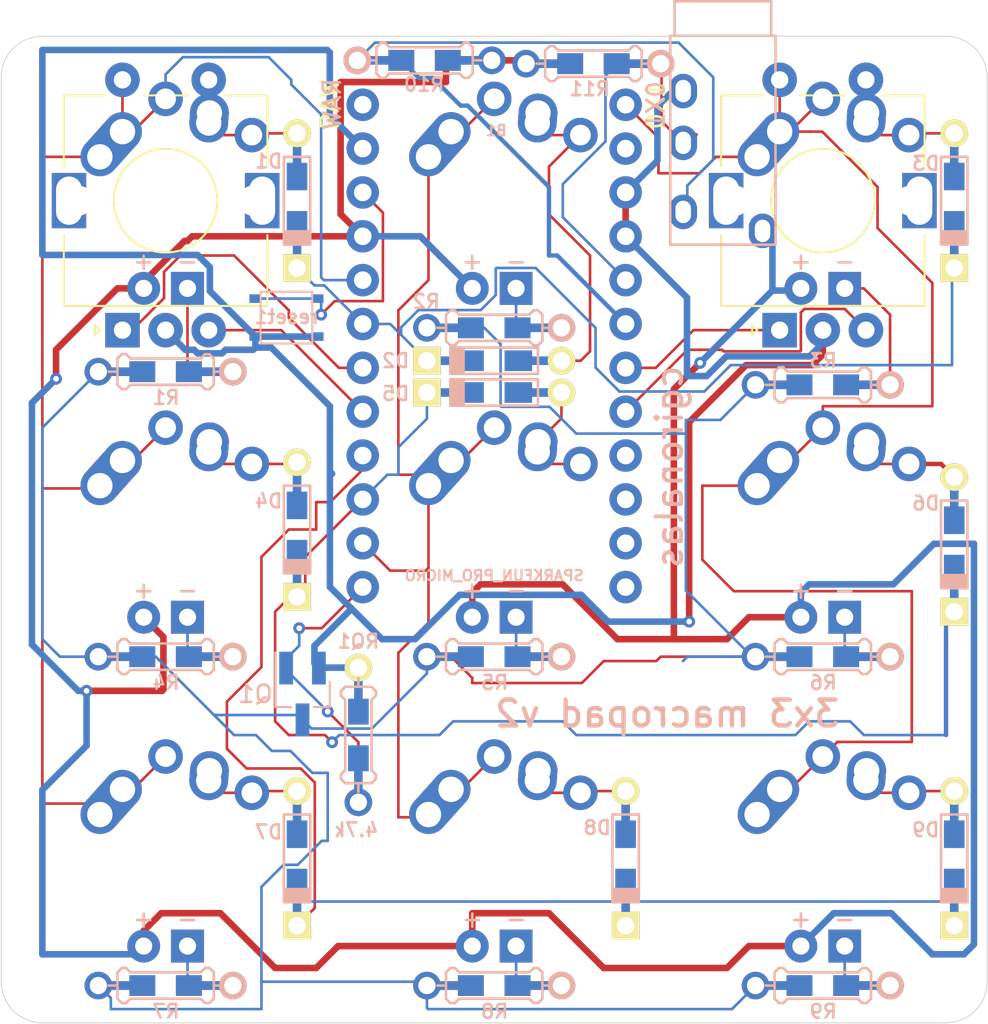
<source format=kicad_pcb>
(kicad_pcb (version 20171130) (host pcbnew "(5.1.6)-1")

  (general
    (thickness 1.6)
    (drawings 14)
    (tracks 479)
    (zones 0)
    (modules 36)
    (nets 42)
  )

  (page A4)
  (layers
    (0 F.Cu signal)
    (31 B.Cu signal)
    (36 B.SilkS user)
    (37 F.SilkS user)
    (38 B.Mask user)
    (39 F.Mask user)
    (44 Edge.Cuts user)
    (45 Margin user)
    (46 B.CrtYd user)
    (47 F.CrtYd user)
  )

  (setup
    (last_trace_width 0.1524)
    (trace_clearance 0.1524)
    (zone_clearance 0.508)
    (zone_45_only no)
    (trace_min 0.1524)
    (via_size 0.6858)
    (via_drill 0.3302)
    (via_min_size 0.6858)
    (via_min_drill 0.3302)
    (uvia_size 0.6858)
    (uvia_drill 0.3302)
    (uvias_allowed no)
    (uvia_min_size 0)
    (uvia_min_drill 0)
    (edge_width 0.05)
    (segment_width 0.2)
    (pcb_text_width 0.3)
    (pcb_text_size 1.5 1.5)
    (mod_edge_width 0.12)
    (mod_text_size 1 1)
    (mod_text_width 0.15)
    (pad_size 1.524 1.524)
    (pad_drill 0.762)
    (pad_to_mask_clearance 0.0508)
    (solder_mask_min_width 0.1016)
    (aux_axis_origin 0 0)
    (visible_elements 7FFFEFFF)
    (pcbplotparams
      (layerselection 0x010f0_ffffffff)
      (usegerberextensions true)
      (usegerberattributes true)
      (usegerberadvancedattributes true)
      (creategerberjobfile false)
      (excludeedgelayer true)
      (linewidth 0.100000)
      (plotframeref false)
      (viasonmask false)
      (mode 1)
      (useauxorigin false)
      (hpglpennumber 1)
      (hpglpenspeed 20)
      (hpglpendiameter 15.000000)
      (psnegative false)
      (psa4output false)
      (plotreference true)
      (plotvalue true)
      (plotinvisibletext false)
      (padsonsilk false)
      (subtractmaskfromsilk true)
      (outputformat 1)
      (mirror false)
      (drillshape 0)
      (scaleselection 1)
      (outputdirectory "gerbers/"))
  )

  (net 0 "")
  (net 1 "Net-(B1-Pad22)")
  (net 2 col3)
  (net 3 col2)
  (net 4 col0)
  (net 5 col1)
  (net 6 row2)
  (net 7 row1)
  (net 8 row0)
  (net 9 "Net-(D1-Pad2)")
  (net 10 "Net-(D2-Pad2)")
  (net 11 "Net-(D3-Pad2)")
  (net 12 "Net-(D4-Pad2)")
  (net 13 "Net-(D5-Pad2)")
  (net 14 "Net-(D6-Pad2)")
  (net 15 "Net-(D7-Pad2)")
  (net 16 "Net-(D8-Pad2)")
  (net 17 "Net-(D9-Pad2)")
  (net 18 RAW)
  (net 19 GND)
  (net 20 SDA)
  (net 21 SCL)
  (net 22 encoder1a)
  (net 23 encoder1b)
  (net 24 LEDs)
  (net 25 encoder2b)
  (net 26 encoder2a)
  (net 27 VCC)
  (net 28 LEDsOut)
  (net 29 "Net-(MX1-Pad4)")
  (net 30 "Net-(MX2-Pad4)")
  (net 31 "Net-(MX3-Pad4)")
  (net 32 "Net-(MX4-Pad4)")
  (net 33 "Net-(MX5-Pad4)")
  (net 34 "Net-(MX6-Pad4)")
  (net 35 "Net-(MX7-Pad4)")
  (net 36 "Net-(MX8-Pad4)")
  (net 37 "Net-(MX9-Pad4)")
  (net 38 RGB_leds)
  (net 39 row3)
  (net 40 row4)
  (net 41 row5)

  (net_class Default "This is the default net class."
    (clearance 0.1524)
    (trace_width 0.1524)
    (via_dia 0.6858)
    (via_drill 0.3302)
    (uvia_dia 0.6858)
    (uvia_drill 0.3302)
    (add_net LEDs)
    (add_net LEDsOut)
    (add_net "Net-(B1-Pad22)")
    (add_net "Net-(D1-Pad2)")
    (add_net "Net-(D2-Pad2)")
    (add_net "Net-(D3-Pad2)")
    (add_net "Net-(D4-Pad2)")
    (add_net "Net-(D5-Pad2)")
    (add_net "Net-(D6-Pad2)")
    (add_net "Net-(D7-Pad2)")
    (add_net "Net-(D8-Pad2)")
    (add_net "Net-(D9-Pad2)")
    (add_net "Net-(MX1-Pad4)")
    (add_net "Net-(MX2-Pad4)")
    (add_net "Net-(MX3-Pad4)")
    (add_net "Net-(MX4-Pad4)")
    (add_net "Net-(MX5-Pad4)")
    (add_net "Net-(MX6-Pad4)")
    (add_net "Net-(MX7-Pad4)")
    (add_net "Net-(MX8-Pad4)")
    (add_net "Net-(MX9-Pad4)")
    (add_net RAW)
    (add_net RGB_leds)
    (add_net SCL)
    (add_net SDA)
    (add_net col0)
    (add_net col1)
    (add_net col2)
    (add_net col3)
    (add_net encoder1a)
    (add_net encoder1b)
    (add_net encoder2a)
    (add_net encoder2b)
    (add_net row0)
    (add_net row1)
    (add_net row2)
    (add_net row3)
    (add_net row4)
    (add_net row5)
  )

  (net_class Power ""
    (clearance 0.1524)
    (trace_width 0.381)
    (via_dia 0.6858)
    (via_drill 0.3302)
    (uvia_dia 0.6858)
    (uvia_drill 0.3302)
    (add_net GND)
    (add_net VCC)
  )

  (module Keebio-Parts:RotaryEncoder_EC11 (layer F.Cu) (tedit 5D936EDB) (tstamp 5FA82662)
    (at 69.85 31.75 90)
    (descr "Alps rotary encoder, EC12E... with switch, vertical shaft, http://www.alps.com/prod/info/E/HTML/Encoder/Incremental/EC11/EC11E15204A3.html")
    (tags "rotary encoder")
    (path /5FA70779)
    (fp_text reference RE2 (at -4.7 -7.2 90) (layer F.Fab)
      (effects (font (size 1 1) (thickness 0.15)))
    )
    (fp_text value RotaryEncoder (at 0 7.9 90) (layer F.Fab)
      (effects (font (size 1 1) (thickness 0.15)))
    )
    (fp_circle (center 0 0) (end 3 0) (layer F.Fab) (width 0.12))
    (fp_circle (center 0 0) (end 3 0) (layer F.SilkS) (width 0.12))
    (fp_line (start 8.5 7.1) (end -9 7.1) (layer F.CrtYd) (width 0.05))
    (fp_line (start 8.5 7.1) (end 8.5 -7.1) (layer F.CrtYd) (width 0.05))
    (fp_line (start -9 -7.1) (end -9 7.1) (layer F.CrtYd) (width 0.05))
    (fp_line (start -9 -7.1) (end 8.5 -7.1) (layer F.CrtYd) (width 0.05))
    (fp_line (start -5 -5.8) (end 6 -5.8) (layer F.Fab) (width 0.12))
    (fp_line (start 6 -5.8) (end 6 5.8) (layer F.Fab) (width 0.12))
    (fp_line (start 6 5.8) (end -6 5.8) (layer F.Fab) (width 0.12))
    (fp_line (start -6 5.8) (end -6 -4.7) (layer F.Fab) (width 0.12))
    (fp_line (start -6 -4.7) (end -5 -5.8) (layer F.Fab) (width 0.12))
    (fp_line (start 2 -5.9) (end 6.1 -5.9) (layer F.SilkS) (width 0.12))
    (fp_line (start 6.1 5.9) (end 2 5.9) (layer F.SilkS) (width 0.12))
    (fp_line (start -2 5.9) (end -6.1 5.9) (layer F.SilkS) (width 0.12))
    (fp_line (start -2 -5.9) (end -6.1 -5.9) (layer F.SilkS) (width 0.12))
    (fp_line (start -6.1 -5.9) (end -6.1 5.9) (layer F.SilkS) (width 0.12))
    (fp_line (start -7.5 -3.8) (end -7.8 -4.1) (layer F.SilkS) (width 0.12))
    (fp_line (start -7.8 -4.1) (end -7.2 -4.1) (layer F.SilkS) (width 0.12))
    (fp_line (start -7.2 -4.1) (end -7.5 -3.8) (layer F.SilkS) (width 0.12))
    (fp_line (start 0 -3) (end 0 3) (layer F.Fab) (width 0.12))
    (fp_line (start -3 0) (end 3 0) (layer F.Fab) (width 0.12))
    (fp_line (start 6.1 -5.9) (end 6.1 -3.5) (layer F.SilkS) (width 0.12))
    (fp_line (start 6.1 -1.3) (end 6.1 1.3) (layer F.SilkS) (width 0.12))
    (fp_line (start 6.1 3.5) (end 6.1 5.9) (layer F.SilkS) (width 0.12))
    (fp_line (start 0 -0.5) (end 0 0.5) (layer F.SilkS) (width 0.12))
    (fp_line (start -0.5 0) (end 0.5 0) (layer F.SilkS) (width 0.12))
    (fp_text user %R (at 3.6 3.8 90) (layer F.Fab)
      (effects (font (size 1 1) (thickness 0.15)))
    )
    (pad S1 thru_hole circle (at 7 2.5 90) (size 2 2) (drill 1) (layers *.Cu *.Mask)
      (net 11 "Net-(D3-Pad2)"))
    (pad S2 thru_hole circle (at 7 -2.5 90) (size 2 2) (drill 1) (layers *.Cu *.Mask)
      (net 3 col2))
    (pad "" np_thru_hole rect (at 0 5.6 90) (size 3.2 2) (drill oval 2.8 1.5) (layers *.Cu *.Mask))
    (pad "" np_thru_hole rect (at 0 -5.6 90) (size 3.2 2) (drill oval 2.8 1.5) (layers *.Cu *.Mask))
    (pad B thru_hole circle (at -7.5 2.5 90) (size 2 2) (drill 1) (layers *.Cu *.Mask)
      (net 25 encoder2b))
    (pad C thru_hole circle (at -7.5 0 90) (size 2 2) (drill 1) (layers *.Cu *.Mask)
      (net 19 GND))
    (pad A thru_hole rect (at -7.5 -2.5 90) (size 2 2) (drill 1) (layers *.Cu *.Mask)
      (net 26 encoder2a))
    (model ${KISYS3DMOD}/Rotary_Encoder.3dshapes/RotaryEncoder_Alps_EC11E-Switch_Vertical_H20mm.wrl
      (at (xyz 0 0 0))
      (scale (xyz 1 1 1))
      (rotate (xyz 0 0 0))
    )
  )

  (module Keebio-Parts:SOT-23_Handsoldering (layer B.Cu) (tedit 5B1AA70A) (tstamp 5FAF458D)
    (at 39.6875 60.325 270)
    (descr "SOT-23, Handsoldering")
    (tags SOT-23)
    (path /5FC09349)
    (attr smd)
    (fp_text reference Q1 (at 0 2.7305 180) (layer B.SilkS)
      (effects (font (size 1 1) (thickness 0.15)) (justify mirror))
    )
    (fp_text value 2N7002 (at 0 -2.5 90) (layer B.Fab)
      (effects (font (size 1 1) (thickness 0.15)) (justify mirror))
    )
    (fp_line (start 0.76 -1.58) (end 0.76 -0.65) (layer B.SilkS) (width 0.12))
    (fp_line (start 0.76 1.58) (end 0.76 0.65) (layer B.SilkS) (width 0.12))
    (fp_line (start -2.7 1.75) (end 2.7 1.75) (layer B.CrtYd) (width 0.05))
    (fp_line (start 2.7 1.75) (end 2.7 -1.75) (layer B.CrtYd) (width 0.05))
    (fp_line (start 2.7 -1.75) (end -2.7 -1.75) (layer B.CrtYd) (width 0.05))
    (fp_line (start -2.7 -1.75) (end -2.7 1.75) (layer B.CrtYd) (width 0.05))
    (fp_line (start 0.76 1.58) (end -2.4 1.58) (layer B.SilkS) (width 0.12))
    (fp_line (start -0.7 0.95) (end -0.7 -1.5) (layer B.Fab) (width 0.1))
    (fp_line (start -0.15 1.52) (end 0.7 1.52) (layer B.Fab) (width 0.1))
    (fp_line (start -0.7 0.95) (end -0.15 1.52) (layer B.Fab) (width 0.1))
    (fp_line (start 0.7 1.52) (end 0.7 -1.52) (layer B.Fab) (width 0.1))
    (fp_line (start -0.7 -1.52) (end 0.7 -1.52) (layer B.Fab) (width 0.1))
    (fp_line (start 0.76 -1.58) (end -0.7 -1.58) (layer B.SilkS) (width 0.12))
    (fp_text user %R (at 0 0 180) (layer B.Fab)
      (effects (font (size 0.5 0.5) (thickness 0.075)) (justify mirror))
    )
    (pad 3 smd rect (at 1.5 0 270) (size 1.9 0.8) (layers B.Cu B.Paste B.Mask)
      (net 28 LEDsOut))
    (pad 2 smd rect (at -1.5 -0.95 270) (size 1.9 0.8) (layers B.Cu B.Paste B.Mask)
      (net 19 GND))
    (pad 1 smd rect (at -1.5 0.95 270) (size 1.9 0.8) (layers B.Cu B.Paste B.Mask)
      (net 24 LEDs))
    (model ${KISYS3DMOD}/TO_SOT_Packages_SMD.3dshapes/SOT-23.step
      (at (xyz 0 0 0))
      (scale (xyz 1 1 1))
      (rotate (xyz 0 0 0))
    )
  )

  (module Keebio-Parts:Resistor-Hybrid (layer B.Cu) (tedit 5B0F0756) (tstamp 5FDE0040)
    (at 56.552 23.8125 180)
    (path /5FAE16FE)
    (attr smd)
    (fp_text reference R11 (at 0.217 -1.4605) (layer B.SilkS)
      (effects (font (size 0.8 0.8) (thickness 0.15)) (justify mirror))
    )
    (fp_text value 4.7k (at 0 1.925) (layer B.SilkS) hide
      (effects (font (size 0.8 0.8) (thickness 0.15)) (justify mirror))
    )
    (fp_line (start 2.794 0) (end 3.302 0) (layer B.SilkS) (width 0.15))
    (fp_line (start -3.302 0) (end -2.794 0) (layer B.SilkS) (width 0.15))
    (fp_line (start -2.794 -0.762) (end -2.794 0.762) (layer B.SilkS) (width 0.15))
    (fp_line (start -2.54 -1.016) (end -2.794 -0.762) (layer B.SilkS) (width 0.15))
    (fp_line (start -2.286 -1.016) (end -2.54 -1.016) (layer B.SilkS) (width 0.15))
    (fp_line (start -2.032 -0.762) (end -2.286 -1.016) (layer B.SilkS) (width 0.15))
    (fp_line (start 2.032 -0.762) (end -2.032 -0.762) (layer B.SilkS) (width 0.15))
    (fp_line (start 2.286 -1.016) (end 2.032 -0.762) (layer B.SilkS) (width 0.15))
    (fp_line (start 2.54 -1.016) (end 2.286 -1.016) (layer B.SilkS) (width 0.15))
    (fp_line (start 2.794 -0.762) (end 2.54 -1.016) (layer B.SilkS) (width 0.15))
    (fp_line (start 2.794 0.762) (end 2.794 -0.762) (layer B.SilkS) (width 0.15))
    (fp_line (start 2.54 1.016) (end 2.794 0.762) (layer B.SilkS) (width 0.15))
    (fp_line (start 2.286 1.016) (end 2.54 1.016) (layer B.SilkS) (width 0.15))
    (fp_line (start 2.032 0.762) (end 2.286 1.016) (layer B.SilkS) (width 0.15))
    (fp_line (start -2.032 0.762) (end 2.032 0.762) (layer B.SilkS) (width 0.15))
    (fp_line (start -2.286 1.016) (end -2.032 0.762) (layer B.SilkS) (width 0.15))
    (fp_line (start -2.54 1.016) (end -2.286 1.016) (layer B.SilkS) (width 0.15))
    (fp_line (start -2.794 0.762) (end -2.54 1.016) (layer B.SilkS) (width 0.15))
    (pad 1 smd rect (at 2.5 0 180) (size 2.9 0.5) (layers B.Cu)
      (net 27 VCC) (solder_mask_margin -999))
    (pad 2 smd rect (at -2.5 0 180) (size 2.9 0.5) (layers B.Cu)
      (net 20 SDA) (solder_mask_margin -999))
    (pad 1 thru_hole circle (at 3.9 0 180) (size 1.6 1.6) (drill 1) (layers *.Cu *.Mask)
      (net 27 VCC))
    (pad 2 thru_hole circle (at -3.9 0 180) (size 1.6 1.6) (drill 1) (layers *.Cu *.Mask B.SilkS)
      (net 20 SDA))
    (pad 2 smd rect (at -1.35 0 180) (size 1.5 1.2) (layers B.Cu B.Paste B.Mask)
      (net 20 SDA))
    (pad 1 smd rect (at 1.35 0 180) (size 1.5 1.2) (layers B.Cu B.Paste B.Mask)
      (net 27 VCC))
    (pad 1 smd rect (at 2.5 0 180) (size 2.9 0.5) (layers F.Cu)
      (net 27 VCC) (solder_mask_margin -999))
    (pad 1 smd rect (at 1.35 0 180) (size 1.5 1.2) (layers F.Cu F.Paste F.Mask)
      (net 27 VCC))
    (pad 2 smd rect (at -1.35 0 180) (size 1.5 1.2) (layers F.Cu F.Paste F.Mask)
      (net 20 SDA))
    (pad 2 smd rect (at -2.5 0 180) (size 2.9 0.5) (layers F.Cu)
      (net 20 SDA) (solder_mask_margin -999))
    (model ${KISYS3DMOD}/Resistors_SMD.3dshapes/R_0805.step
      (at (xyz 0 0 0))
      (scale (xyz 1 1 1))
      (rotate (xyz 0 0 0))
    )
  )

  (module Keebio-Parts:Resistor-Hybrid (layer B.Cu) (tedit 5B0F0756) (tstamp 5FACA979)
    (at 46.7625 23.622)
    (path /5FAE22FA)
    (attr smd)
    (fp_text reference R10 (at -0.0254 1.397) (layer B.SilkS)
      (effects (font (size 0.8 0.8) (thickness 0.15)) (justify mirror))
    )
    (fp_text value 4.7k (at 0 1.925) (layer B.SilkS) hide
      (effects (font (size 0.8 0.8) (thickness 0.15)) (justify mirror))
    )
    (fp_line (start 2.794 0) (end 3.302 0) (layer B.SilkS) (width 0.15))
    (fp_line (start -3.302 0) (end -2.794 0) (layer B.SilkS) (width 0.15))
    (fp_line (start -2.794 -0.762) (end -2.794 0.762) (layer B.SilkS) (width 0.15))
    (fp_line (start -2.54 -1.016) (end -2.794 -0.762) (layer B.SilkS) (width 0.15))
    (fp_line (start -2.286 -1.016) (end -2.54 -1.016) (layer B.SilkS) (width 0.15))
    (fp_line (start -2.032 -0.762) (end -2.286 -1.016) (layer B.SilkS) (width 0.15))
    (fp_line (start 2.032 -0.762) (end -2.032 -0.762) (layer B.SilkS) (width 0.15))
    (fp_line (start 2.286 -1.016) (end 2.032 -0.762) (layer B.SilkS) (width 0.15))
    (fp_line (start 2.54 -1.016) (end 2.286 -1.016) (layer B.SilkS) (width 0.15))
    (fp_line (start 2.794 -0.762) (end 2.54 -1.016) (layer B.SilkS) (width 0.15))
    (fp_line (start 2.794 0.762) (end 2.794 -0.762) (layer B.SilkS) (width 0.15))
    (fp_line (start 2.54 1.016) (end 2.794 0.762) (layer B.SilkS) (width 0.15))
    (fp_line (start 2.286 1.016) (end 2.54 1.016) (layer B.SilkS) (width 0.15))
    (fp_line (start 2.032 0.762) (end 2.286 1.016) (layer B.SilkS) (width 0.15))
    (fp_line (start -2.032 0.762) (end 2.032 0.762) (layer B.SilkS) (width 0.15))
    (fp_line (start -2.286 1.016) (end -2.032 0.762) (layer B.SilkS) (width 0.15))
    (fp_line (start -2.54 1.016) (end -2.286 1.016) (layer B.SilkS) (width 0.15))
    (fp_line (start -2.794 0.762) (end -2.54 1.016) (layer B.SilkS) (width 0.15))
    (pad 1 smd rect (at 2.5 0) (size 2.9 0.5) (layers B.Cu)
      (net 27 VCC) (solder_mask_margin -999))
    (pad 2 smd rect (at -2.5 0) (size 2.9 0.5) (layers B.Cu)
      (net 21 SCL) (solder_mask_margin -999))
    (pad 1 thru_hole circle (at 3.9 0) (size 1.6 1.6) (drill 1) (layers *.Cu *.Mask)
      (net 27 VCC))
    (pad 2 thru_hole circle (at -3.9 0) (size 1.6 1.6) (drill 1) (layers *.Cu *.Mask B.SilkS)
      (net 21 SCL))
    (pad 2 smd rect (at -1.35 0) (size 1.5 1.2) (layers B.Cu B.Paste B.Mask)
      (net 21 SCL))
    (pad 1 smd rect (at 1.35 0) (size 1.5 1.2) (layers B.Cu B.Paste B.Mask)
      (net 27 VCC))
    (pad 1 smd rect (at 2.5 0) (size 2.9 0.5) (layers F.Cu)
      (net 27 VCC) (solder_mask_margin -999))
    (pad 1 smd rect (at 1.35 0) (size 1.5 1.2) (layers F.Cu F.Paste F.Mask)
      (net 27 VCC))
    (pad 2 smd rect (at -1.35 0) (size 1.5 1.2) (layers F.Cu F.Paste F.Mask)
      (net 21 SCL))
    (pad 2 smd rect (at -2.5 0) (size 2.9 0.5) (layers F.Cu)
      (net 21 SCL) (solder_mask_margin -999))
    (model ${KISYS3DMOD}/Resistors_SMD.3dshapes/R_0805.step
      (at (xyz 0 0 0))
      (scale (xyz 1 1 1))
      (rotate (xyz 0 0 0))
    )
  )

  (module Keebio-Parts:Resistor-Hybrid (layer B.Cu) (tedit 5B0F0756) (tstamp 5FA825D6)
    (at 69.85 77.216 180)
    (path /5FD22906)
    (attr smd)
    (fp_text reference R9 (at -0.0254 -1.5) (layer B.SilkS)
      (effects (font (size 0.8 0.8) (thickness 0.15)) (justify mirror))
    )
    (fp_text value 4.7k (at 0 1.925) (layer B.SilkS) hide
      (effects (font (size 0.8 0.8) (thickness 0.15)) (justify mirror))
    )
    (fp_line (start 2.794 0) (end 3.302 0) (layer B.SilkS) (width 0.15))
    (fp_line (start -3.302 0) (end -2.794 0) (layer B.SilkS) (width 0.15))
    (fp_line (start -2.794 -0.762) (end -2.794 0.762) (layer B.SilkS) (width 0.15))
    (fp_line (start -2.54 -1.016) (end -2.794 -0.762) (layer B.SilkS) (width 0.15))
    (fp_line (start -2.286 -1.016) (end -2.54 -1.016) (layer B.SilkS) (width 0.15))
    (fp_line (start -2.032 -0.762) (end -2.286 -1.016) (layer B.SilkS) (width 0.15))
    (fp_line (start 2.032 -0.762) (end -2.032 -0.762) (layer B.SilkS) (width 0.15))
    (fp_line (start 2.286 -1.016) (end 2.032 -0.762) (layer B.SilkS) (width 0.15))
    (fp_line (start 2.54 -1.016) (end 2.286 -1.016) (layer B.SilkS) (width 0.15))
    (fp_line (start 2.794 -0.762) (end 2.54 -1.016) (layer B.SilkS) (width 0.15))
    (fp_line (start 2.794 0.762) (end 2.794 -0.762) (layer B.SilkS) (width 0.15))
    (fp_line (start 2.54 1.016) (end 2.794 0.762) (layer B.SilkS) (width 0.15))
    (fp_line (start 2.286 1.016) (end 2.54 1.016) (layer B.SilkS) (width 0.15))
    (fp_line (start 2.032 0.762) (end 2.286 1.016) (layer B.SilkS) (width 0.15))
    (fp_line (start -2.032 0.762) (end 2.032 0.762) (layer B.SilkS) (width 0.15))
    (fp_line (start -2.286 1.016) (end -2.032 0.762) (layer B.SilkS) (width 0.15))
    (fp_line (start -2.54 1.016) (end -2.286 1.016) (layer B.SilkS) (width 0.15))
    (fp_line (start -2.794 0.762) (end -2.54 1.016) (layer B.SilkS) (width 0.15))
    (pad 1 smd rect (at 2.5 0 180) (size 2.9 0.5) (layers B.Cu)
      (net 28 LEDsOut) (solder_mask_margin -999))
    (pad 2 smd rect (at -2.5 0 180) (size 2.9 0.5) (layers B.Cu)
      (net 37 "Net-(MX9-Pad4)") (solder_mask_margin -999))
    (pad 1 thru_hole circle (at 3.9 0 180) (size 1.6 1.6) (drill 1) (layers *.Cu *.Mask)
      (net 28 LEDsOut))
    (pad 2 thru_hole circle (at -3.9 0 180) (size 1.6 1.6) (drill 1) (layers *.Cu *.Mask B.SilkS)
      (net 37 "Net-(MX9-Pad4)"))
    (pad 2 smd rect (at -1.35 0 180) (size 1.5 1.2) (layers B.Cu B.Paste B.Mask)
      (net 37 "Net-(MX9-Pad4)"))
    (pad 1 smd rect (at 1.35 0 180) (size 1.5 1.2) (layers B.Cu B.Paste B.Mask)
      (net 28 LEDsOut))
    (pad 1 smd rect (at 2.5 0 180) (size 2.9 0.5) (layers F.Cu)
      (net 28 LEDsOut) (solder_mask_margin -999))
    (pad 1 smd rect (at 1.35 0 180) (size 1.5 1.2) (layers F.Cu F.Paste F.Mask)
      (net 28 LEDsOut))
    (pad 2 smd rect (at -1.35 0 180) (size 1.5 1.2) (layers F.Cu F.Paste F.Mask)
      (net 37 "Net-(MX9-Pad4)"))
    (pad 2 smd rect (at -2.5 0 180) (size 2.9 0.5) (layers F.Cu)
      (net 37 "Net-(MX9-Pad4)") (solder_mask_margin -999))
    (model ${KISYS3DMOD}/Resistors_SMD.3dshapes/R_0805.step
      (at (xyz 0 0 0))
      (scale (xyz 1 1 1))
      (rotate (xyz 0 0 0))
    )
  )

  (module Keebio-Parts:Resistor-Hybrid (layer B.Cu) (tedit 5B0F0756) (tstamp 5FA825B6)
    (at 50.8 77.216 180)
    (path /5FD18F32)
    (attr smd)
    (fp_text reference R8 (at -0.0254 -1.5) (layer B.SilkS)
      (effects (font (size 0.8 0.8) (thickness 0.15)) (justify mirror))
    )
    (fp_text value 4.7k (at 0 1.925) (layer B.SilkS) hide
      (effects (font (size 0.8 0.8) (thickness 0.15)) (justify mirror))
    )
    (fp_line (start 2.794 0) (end 3.302 0) (layer B.SilkS) (width 0.15))
    (fp_line (start -3.302 0) (end -2.794 0) (layer B.SilkS) (width 0.15))
    (fp_line (start -2.794 -0.762) (end -2.794 0.762) (layer B.SilkS) (width 0.15))
    (fp_line (start -2.54 -1.016) (end -2.794 -0.762) (layer B.SilkS) (width 0.15))
    (fp_line (start -2.286 -1.016) (end -2.54 -1.016) (layer B.SilkS) (width 0.15))
    (fp_line (start -2.032 -0.762) (end -2.286 -1.016) (layer B.SilkS) (width 0.15))
    (fp_line (start 2.032 -0.762) (end -2.032 -0.762) (layer B.SilkS) (width 0.15))
    (fp_line (start 2.286 -1.016) (end 2.032 -0.762) (layer B.SilkS) (width 0.15))
    (fp_line (start 2.54 -1.016) (end 2.286 -1.016) (layer B.SilkS) (width 0.15))
    (fp_line (start 2.794 -0.762) (end 2.54 -1.016) (layer B.SilkS) (width 0.15))
    (fp_line (start 2.794 0.762) (end 2.794 -0.762) (layer B.SilkS) (width 0.15))
    (fp_line (start 2.54 1.016) (end 2.794 0.762) (layer B.SilkS) (width 0.15))
    (fp_line (start 2.286 1.016) (end 2.54 1.016) (layer B.SilkS) (width 0.15))
    (fp_line (start 2.032 0.762) (end 2.286 1.016) (layer B.SilkS) (width 0.15))
    (fp_line (start -2.032 0.762) (end 2.032 0.762) (layer B.SilkS) (width 0.15))
    (fp_line (start -2.286 1.016) (end -2.032 0.762) (layer B.SilkS) (width 0.15))
    (fp_line (start -2.54 1.016) (end -2.286 1.016) (layer B.SilkS) (width 0.15))
    (fp_line (start -2.794 0.762) (end -2.54 1.016) (layer B.SilkS) (width 0.15))
    (pad 1 smd rect (at 2.5 0 180) (size 2.9 0.5) (layers B.Cu)
      (net 28 LEDsOut) (solder_mask_margin -999))
    (pad 2 smd rect (at -2.5 0 180) (size 2.9 0.5) (layers B.Cu)
      (net 36 "Net-(MX8-Pad4)") (solder_mask_margin -999))
    (pad 1 thru_hole circle (at 3.9 0 180) (size 1.6 1.6) (drill 1) (layers *.Cu *.Mask)
      (net 28 LEDsOut))
    (pad 2 thru_hole circle (at -3.9 0 180) (size 1.6 1.6) (drill 1) (layers *.Cu *.Mask B.SilkS)
      (net 36 "Net-(MX8-Pad4)"))
    (pad 2 smd rect (at -1.35 0 180) (size 1.5 1.2) (layers B.Cu B.Paste B.Mask)
      (net 36 "Net-(MX8-Pad4)"))
    (pad 1 smd rect (at 1.35 0 180) (size 1.5 1.2) (layers B.Cu B.Paste B.Mask)
      (net 28 LEDsOut))
    (pad 1 smd rect (at 2.5 0 180) (size 2.9 0.5) (layers F.Cu)
      (net 28 LEDsOut) (solder_mask_margin -999))
    (pad 1 smd rect (at 1.35 0 180) (size 1.5 1.2) (layers F.Cu F.Paste F.Mask)
      (net 28 LEDsOut))
    (pad 2 smd rect (at -1.35 0 180) (size 1.5 1.2) (layers F.Cu F.Paste F.Mask)
      (net 36 "Net-(MX8-Pad4)"))
    (pad 2 smd rect (at -2.5 0 180) (size 2.9 0.5) (layers F.Cu)
      (net 36 "Net-(MX8-Pad4)") (solder_mask_margin -999))
    (model ${KISYS3DMOD}/Resistors_SMD.3dshapes/R_0805.step
      (at (xyz 0 0 0))
      (scale (xyz 1 1 1))
      (rotate (xyz 0 0 0))
    )
  )

  (module Keebio-Parts:Resistor-Hybrid (layer B.Cu) (tedit 5B0F0756) (tstamp 5FA82596)
    (at 31.75 77.216 180)
    (path /5FCC6349)
    (attr smd)
    (fp_text reference R7 (at -0.0254 -1.5) (layer B.SilkS)
      (effects (font (size 0.8 0.8) (thickness 0.15)) (justify mirror))
    )
    (fp_text value 4.7k (at 0 1.925) (layer B.SilkS) hide
      (effects (font (size 0.8 0.8) (thickness 0.15)) (justify mirror))
    )
    (fp_line (start 2.794 0) (end 3.302 0) (layer B.SilkS) (width 0.15))
    (fp_line (start -3.302 0) (end -2.794 0) (layer B.SilkS) (width 0.15))
    (fp_line (start -2.794 -0.762) (end -2.794 0.762) (layer B.SilkS) (width 0.15))
    (fp_line (start -2.54 -1.016) (end -2.794 -0.762) (layer B.SilkS) (width 0.15))
    (fp_line (start -2.286 -1.016) (end -2.54 -1.016) (layer B.SilkS) (width 0.15))
    (fp_line (start -2.032 -0.762) (end -2.286 -1.016) (layer B.SilkS) (width 0.15))
    (fp_line (start 2.032 -0.762) (end -2.032 -0.762) (layer B.SilkS) (width 0.15))
    (fp_line (start 2.286 -1.016) (end 2.032 -0.762) (layer B.SilkS) (width 0.15))
    (fp_line (start 2.54 -1.016) (end 2.286 -1.016) (layer B.SilkS) (width 0.15))
    (fp_line (start 2.794 -0.762) (end 2.54 -1.016) (layer B.SilkS) (width 0.15))
    (fp_line (start 2.794 0.762) (end 2.794 -0.762) (layer B.SilkS) (width 0.15))
    (fp_line (start 2.54 1.016) (end 2.794 0.762) (layer B.SilkS) (width 0.15))
    (fp_line (start 2.286 1.016) (end 2.54 1.016) (layer B.SilkS) (width 0.15))
    (fp_line (start 2.032 0.762) (end 2.286 1.016) (layer B.SilkS) (width 0.15))
    (fp_line (start -2.032 0.762) (end 2.032 0.762) (layer B.SilkS) (width 0.15))
    (fp_line (start -2.286 1.016) (end -2.032 0.762) (layer B.SilkS) (width 0.15))
    (fp_line (start -2.54 1.016) (end -2.286 1.016) (layer B.SilkS) (width 0.15))
    (fp_line (start -2.794 0.762) (end -2.54 1.016) (layer B.SilkS) (width 0.15))
    (pad 1 smd rect (at 2.5 0 180) (size 2.9 0.5) (layers B.Cu)
      (net 28 LEDsOut) (solder_mask_margin -999))
    (pad 2 smd rect (at -2.5 0 180) (size 2.9 0.5) (layers B.Cu)
      (net 35 "Net-(MX7-Pad4)") (solder_mask_margin -999))
    (pad 1 thru_hole circle (at 3.9 0 180) (size 1.6 1.6) (drill 1) (layers *.Cu *.Mask)
      (net 28 LEDsOut))
    (pad 2 thru_hole circle (at -3.9 0 180) (size 1.6 1.6) (drill 1) (layers *.Cu *.Mask B.SilkS)
      (net 35 "Net-(MX7-Pad4)"))
    (pad 2 smd rect (at -1.35 0 180) (size 1.5 1.2) (layers B.Cu B.Paste B.Mask)
      (net 35 "Net-(MX7-Pad4)"))
    (pad 1 smd rect (at 1.35 0 180) (size 1.5 1.2) (layers B.Cu B.Paste B.Mask)
      (net 28 LEDsOut))
    (pad 1 smd rect (at 2.5 0 180) (size 2.9 0.5) (layers F.Cu)
      (net 28 LEDsOut) (solder_mask_margin -999))
    (pad 1 smd rect (at 1.35 0 180) (size 1.5 1.2) (layers F.Cu F.Paste F.Mask)
      (net 28 LEDsOut))
    (pad 2 smd rect (at -1.35 0 180) (size 1.5 1.2) (layers F.Cu F.Paste F.Mask)
      (net 35 "Net-(MX7-Pad4)"))
    (pad 2 smd rect (at -2.5 0 180) (size 2.9 0.5) (layers F.Cu)
      (net 35 "Net-(MX7-Pad4)") (solder_mask_margin -999))
    (model ${KISYS3DMOD}/Resistors_SMD.3dshapes/R_0805.step
      (at (xyz 0 0 0))
      (scale (xyz 1 1 1))
      (rotate (xyz 0 0 0))
    )
  )

  (module Keebio-Parts:Resistor-Hybrid (layer B.Cu) (tedit 5B0F0756) (tstamp 5FA82576)
    (at 69.85 58.166 180)
    (path /5FCAE769)
    (attr smd)
    (fp_text reference R6 (at -0.0254 -1.5) (layer B.SilkS)
      (effects (font (size 0.8 0.8) (thickness 0.15)) (justify mirror))
    )
    (fp_text value 4.7k (at 0 1.925) (layer B.SilkS) hide
      (effects (font (size 0.8 0.8) (thickness 0.15)) (justify mirror))
    )
    (fp_line (start 2.794 0) (end 3.302 0) (layer B.SilkS) (width 0.15))
    (fp_line (start -3.302 0) (end -2.794 0) (layer B.SilkS) (width 0.15))
    (fp_line (start -2.794 -0.762) (end -2.794 0.762) (layer B.SilkS) (width 0.15))
    (fp_line (start -2.54 -1.016) (end -2.794 -0.762) (layer B.SilkS) (width 0.15))
    (fp_line (start -2.286 -1.016) (end -2.54 -1.016) (layer B.SilkS) (width 0.15))
    (fp_line (start -2.032 -0.762) (end -2.286 -1.016) (layer B.SilkS) (width 0.15))
    (fp_line (start 2.032 -0.762) (end -2.032 -0.762) (layer B.SilkS) (width 0.15))
    (fp_line (start 2.286 -1.016) (end 2.032 -0.762) (layer B.SilkS) (width 0.15))
    (fp_line (start 2.54 -1.016) (end 2.286 -1.016) (layer B.SilkS) (width 0.15))
    (fp_line (start 2.794 -0.762) (end 2.54 -1.016) (layer B.SilkS) (width 0.15))
    (fp_line (start 2.794 0.762) (end 2.794 -0.762) (layer B.SilkS) (width 0.15))
    (fp_line (start 2.54 1.016) (end 2.794 0.762) (layer B.SilkS) (width 0.15))
    (fp_line (start 2.286 1.016) (end 2.54 1.016) (layer B.SilkS) (width 0.15))
    (fp_line (start 2.032 0.762) (end 2.286 1.016) (layer B.SilkS) (width 0.15))
    (fp_line (start -2.032 0.762) (end 2.032 0.762) (layer B.SilkS) (width 0.15))
    (fp_line (start -2.286 1.016) (end -2.032 0.762) (layer B.SilkS) (width 0.15))
    (fp_line (start -2.54 1.016) (end -2.286 1.016) (layer B.SilkS) (width 0.15))
    (fp_line (start -2.794 0.762) (end -2.54 1.016) (layer B.SilkS) (width 0.15))
    (pad 1 smd rect (at 2.5 0 180) (size 2.9 0.5) (layers B.Cu)
      (net 28 LEDsOut) (solder_mask_margin -999))
    (pad 2 smd rect (at -2.5 0 180) (size 2.9 0.5) (layers B.Cu)
      (net 34 "Net-(MX6-Pad4)") (solder_mask_margin -999))
    (pad 1 thru_hole circle (at 3.9 0 180) (size 1.6 1.6) (drill 1) (layers *.Cu *.Mask)
      (net 28 LEDsOut))
    (pad 2 thru_hole circle (at -3.9 0 180) (size 1.6 1.6) (drill 1) (layers *.Cu *.Mask B.SilkS)
      (net 34 "Net-(MX6-Pad4)"))
    (pad 2 smd rect (at -1.35 0 180) (size 1.5 1.2) (layers B.Cu B.Paste B.Mask)
      (net 34 "Net-(MX6-Pad4)"))
    (pad 1 smd rect (at 1.35 0 180) (size 1.5 1.2) (layers B.Cu B.Paste B.Mask)
      (net 28 LEDsOut))
    (pad 1 smd rect (at 2.5 0 180) (size 2.9 0.5) (layers F.Cu)
      (net 28 LEDsOut) (solder_mask_margin -999))
    (pad 1 smd rect (at 1.35 0 180) (size 1.5 1.2) (layers F.Cu F.Paste F.Mask)
      (net 28 LEDsOut))
    (pad 2 smd rect (at -1.35 0 180) (size 1.5 1.2) (layers F.Cu F.Paste F.Mask)
      (net 34 "Net-(MX6-Pad4)"))
    (pad 2 smd rect (at -2.5 0 180) (size 2.9 0.5) (layers F.Cu)
      (net 34 "Net-(MX6-Pad4)") (solder_mask_margin -999))
    (model ${KISYS3DMOD}/Resistors_SMD.3dshapes/R_0805.step
      (at (xyz 0 0 0))
      (scale (xyz 1 1 1))
      (rotate (xyz 0 0 0))
    )
  )

  (module Keebio-Parts:Resistor-Hybrid (layer B.Cu) (tedit 5B0F0756) (tstamp 5FA82556)
    (at 50.8 58.166 180)
    (path /5FCA410A)
    (attr smd)
    (fp_text reference R5 (at -0.0254 -1.5) (layer B.SilkS)
      (effects (font (size 0.8 0.8) (thickness 0.15)) (justify mirror))
    )
    (fp_text value 4.7k (at 0 1.925) (layer B.SilkS) hide
      (effects (font (size 0.8 0.8) (thickness 0.15)) (justify mirror))
    )
    (fp_line (start 2.794 0) (end 3.302 0) (layer B.SilkS) (width 0.15))
    (fp_line (start -3.302 0) (end -2.794 0) (layer B.SilkS) (width 0.15))
    (fp_line (start -2.794 -0.762) (end -2.794 0.762) (layer B.SilkS) (width 0.15))
    (fp_line (start -2.54 -1.016) (end -2.794 -0.762) (layer B.SilkS) (width 0.15))
    (fp_line (start -2.286 -1.016) (end -2.54 -1.016) (layer B.SilkS) (width 0.15))
    (fp_line (start -2.032 -0.762) (end -2.286 -1.016) (layer B.SilkS) (width 0.15))
    (fp_line (start 2.032 -0.762) (end -2.032 -0.762) (layer B.SilkS) (width 0.15))
    (fp_line (start 2.286 -1.016) (end 2.032 -0.762) (layer B.SilkS) (width 0.15))
    (fp_line (start 2.54 -1.016) (end 2.286 -1.016) (layer B.SilkS) (width 0.15))
    (fp_line (start 2.794 -0.762) (end 2.54 -1.016) (layer B.SilkS) (width 0.15))
    (fp_line (start 2.794 0.762) (end 2.794 -0.762) (layer B.SilkS) (width 0.15))
    (fp_line (start 2.54 1.016) (end 2.794 0.762) (layer B.SilkS) (width 0.15))
    (fp_line (start 2.286 1.016) (end 2.54 1.016) (layer B.SilkS) (width 0.15))
    (fp_line (start 2.032 0.762) (end 2.286 1.016) (layer B.SilkS) (width 0.15))
    (fp_line (start -2.032 0.762) (end 2.032 0.762) (layer B.SilkS) (width 0.15))
    (fp_line (start -2.286 1.016) (end -2.032 0.762) (layer B.SilkS) (width 0.15))
    (fp_line (start -2.54 1.016) (end -2.286 1.016) (layer B.SilkS) (width 0.15))
    (fp_line (start -2.794 0.762) (end -2.54 1.016) (layer B.SilkS) (width 0.15))
    (pad 1 smd rect (at 2.5 0 180) (size 2.9 0.5) (layers B.Cu)
      (net 28 LEDsOut) (solder_mask_margin -999))
    (pad 2 smd rect (at -2.5 0 180) (size 2.9 0.5) (layers B.Cu)
      (net 33 "Net-(MX5-Pad4)") (solder_mask_margin -999))
    (pad 1 thru_hole circle (at 3.9 0 180) (size 1.6 1.6) (drill 1) (layers *.Cu *.Mask)
      (net 28 LEDsOut))
    (pad 2 thru_hole circle (at -3.9 0 180) (size 1.6 1.6) (drill 1) (layers *.Cu *.Mask B.SilkS)
      (net 33 "Net-(MX5-Pad4)"))
    (pad 2 smd rect (at -1.35 0 180) (size 1.5 1.2) (layers B.Cu B.Paste B.Mask)
      (net 33 "Net-(MX5-Pad4)"))
    (pad 1 smd rect (at 1.35 0 180) (size 1.5 1.2) (layers B.Cu B.Paste B.Mask)
      (net 28 LEDsOut))
    (pad 1 smd rect (at 2.5 0 180) (size 2.9 0.5) (layers F.Cu)
      (net 28 LEDsOut) (solder_mask_margin -999))
    (pad 1 smd rect (at 1.35 0 180) (size 1.5 1.2) (layers F.Cu F.Paste F.Mask)
      (net 28 LEDsOut))
    (pad 2 smd rect (at -1.35 0 180) (size 1.5 1.2) (layers F.Cu F.Paste F.Mask)
      (net 33 "Net-(MX5-Pad4)"))
    (pad 2 smd rect (at -2.5 0 180) (size 2.9 0.5) (layers F.Cu)
      (net 33 "Net-(MX5-Pad4)") (solder_mask_margin -999))
    (model ${KISYS3DMOD}/Resistors_SMD.3dshapes/R_0805.step
      (at (xyz 0 0 0))
      (scale (xyz 1 1 1))
      (rotate (xyz 0 0 0))
    )
  )

  (module Keebio-Parts:Resistor-Hybrid (layer B.Cu) (tedit 5B0F0756) (tstamp 5FA82536)
    (at 31.75 58.166 180)
    (path /5FC9C4F1)
    (attr smd)
    (fp_text reference R4 (at -0.0254 -1.5) (layer B.SilkS)
      (effects (font (size 0.8 0.8) (thickness 0.15)) (justify mirror))
    )
    (fp_text value 4.7k (at 0 1.925) (layer B.SilkS) hide
      (effects (font (size 0.8 0.8) (thickness 0.15)) (justify mirror))
    )
    (fp_line (start 2.794 0) (end 3.302 0) (layer B.SilkS) (width 0.15))
    (fp_line (start -3.302 0) (end -2.794 0) (layer B.SilkS) (width 0.15))
    (fp_line (start -2.794 -0.762) (end -2.794 0.762) (layer B.SilkS) (width 0.15))
    (fp_line (start -2.54 -1.016) (end -2.794 -0.762) (layer B.SilkS) (width 0.15))
    (fp_line (start -2.286 -1.016) (end -2.54 -1.016) (layer B.SilkS) (width 0.15))
    (fp_line (start -2.032 -0.762) (end -2.286 -1.016) (layer B.SilkS) (width 0.15))
    (fp_line (start 2.032 -0.762) (end -2.032 -0.762) (layer B.SilkS) (width 0.15))
    (fp_line (start 2.286 -1.016) (end 2.032 -0.762) (layer B.SilkS) (width 0.15))
    (fp_line (start 2.54 -1.016) (end 2.286 -1.016) (layer B.SilkS) (width 0.15))
    (fp_line (start 2.794 -0.762) (end 2.54 -1.016) (layer B.SilkS) (width 0.15))
    (fp_line (start 2.794 0.762) (end 2.794 -0.762) (layer B.SilkS) (width 0.15))
    (fp_line (start 2.54 1.016) (end 2.794 0.762) (layer B.SilkS) (width 0.15))
    (fp_line (start 2.286 1.016) (end 2.54 1.016) (layer B.SilkS) (width 0.15))
    (fp_line (start 2.032 0.762) (end 2.286 1.016) (layer B.SilkS) (width 0.15))
    (fp_line (start -2.032 0.762) (end 2.032 0.762) (layer B.SilkS) (width 0.15))
    (fp_line (start -2.286 1.016) (end -2.032 0.762) (layer B.SilkS) (width 0.15))
    (fp_line (start -2.54 1.016) (end -2.286 1.016) (layer B.SilkS) (width 0.15))
    (fp_line (start -2.794 0.762) (end -2.54 1.016) (layer B.SilkS) (width 0.15))
    (pad 1 smd rect (at 2.5 0 180) (size 2.9 0.5) (layers B.Cu)
      (net 28 LEDsOut) (solder_mask_margin -999))
    (pad 2 smd rect (at -2.5 0 180) (size 2.9 0.5) (layers B.Cu)
      (net 32 "Net-(MX4-Pad4)") (solder_mask_margin -999))
    (pad 1 thru_hole circle (at 3.9 0 180) (size 1.6 1.6) (drill 1) (layers *.Cu *.Mask)
      (net 28 LEDsOut))
    (pad 2 thru_hole circle (at -3.9 0 180) (size 1.6 1.6) (drill 1) (layers *.Cu *.Mask B.SilkS)
      (net 32 "Net-(MX4-Pad4)"))
    (pad 2 smd rect (at -1.35 0 180) (size 1.5 1.2) (layers B.Cu B.Paste B.Mask)
      (net 32 "Net-(MX4-Pad4)"))
    (pad 1 smd rect (at 1.35 0 180) (size 1.5 1.2) (layers B.Cu B.Paste B.Mask)
      (net 28 LEDsOut))
    (pad 1 smd rect (at 2.5 0 180) (size 2.9 0.5) (layers F.Cu)
      (net 28 LEDsOut) (solder_mask_margin -999))
    (pad 1 smd rect (at 1.35 0 180) (size 1.5 1.2) (layers F.Cu F.Paste F.Mask)
      (net 28 LEDsOut))
    (pad 2 smd rect (at -1.35 0 180) (size 1.5 1.2) (layers F.Cu F.Paste F.Mask)
      (net 32 "Net-(MX4-Pad4)"))
    (pad 2 smd rect (at -2.5 0 180) (size 2.9 0.5) (layers F.Cu)
      (net 32 "Net-(MX4-Pad4)") (solder_mask_margin -999))
    (model ${KISYS3DMOD}/Resistors_SMD.3dshapes/R_0805.step
      (at (xyz 0 0 0))
      (scale (xyz 1 1 1))
      (rotate (xyz 0 0 0))
    )
  )

  (module Keebio-Parts:Resistor-Hybrid (layer B.Cu) (tedit 5B0F0756) (tstamp 5FA82516)
    (at 69.85 42.418 180)
    (path /5FC68C02)
    (attr smd)
    (fp_text reference R3 (at -0.0254 1.397) (layer B.SilkS)
      (effects (font (size 0.8 0.8) (thickness 0.15)) (justify mirror))
    )
    (fp_text value 4.7k (at 0 1.925) (layer B.SilkS) hide
      (effects (font (size 0.8 0.8) (thickness 0.15)) (justify mirror))
    )
    (fp_line (start 2.794 0) (end 3.302 0) (layer B.SilkS) (width 0.15))
    (fp_line (start -3.302 0) (end -2.794 0) (layer B.SilkS) (width 0.15))
    (fp_line (start -2.794 -0.762) (end -2.794 0.762) (layer B.SilkS) (width 0.15))
    (fp_line (start -2.54 -1.016) (end -2.794 -0.762) (layer B.SilkS) (width 0.15))
    (fp_line (start -2.286 -1.016) (end -2.54 -1.016) (layer B.SilkS) (width 0.15))
    (fp_line (start -2.032 -0.762) (end -2.286 -1.016) (layer B.SilkS) (width 0.15))
    (fp_line (start 2.032 -0.762) (end -2.032 -0.762) (layer B.SilkS) (width 0.15))
    (fp_line (start 2.286 -1.016) (end 2.032 -0.762) (layer B.SilkS) (width 0.15))
    (fp_line (start 2.54 -1.016) (end 2.286 -1.016) (layer B.SilkS) (width 0.15))
    (fp_line (start 2.794 -0.762) (end 2.54 -1.016) (layer B.SilkS) (width 0.15))
    (fp_line (start 2.794 0.762) (end 2.794 -0.762) (layer B.SilkS) (width 0.15))
    (fp_line (start 2.54 1.016) (end 2.794 0.762) (layer B.SilkS) (width 0.15))
    (fp_line (start 2.286 1.016) (end 2.54 1.016) (layer B.SilkS) (width 0.15))
    (fp_line (start 2.032 0.762) (end 2.286 1.016) (layer B.SilkS) (width 0.15))
    (fp_line (start -2.032 0.762) (end 2.032 0.762) (layer B.SilkS) (width 0.15))
    (fp_line (start -2.286 1.016) (end -2.032 0.762) (layer B.SilkS) (width 0.15))
    (fp_line (start -2.54 1.016) (end -2.286 1.016) (layer B.SilkS) (width 0.15))
    (fp_line (start -2.794 0.762) (end -2.54 1.016) (layer B.SilkS) (width 0.15))
    (pad 1 smd rect (at 2.5 0 180) (size 2.9 0.5) (layers B.Cu)
      (net 28 LEDsOut) (solder_mask_margin -999))
    (pad 2 smd rect (at -2.5 0 180) (size 2.9 0.5) (layers B.Cu)
      (net 31 "Net-(MX3-Pad4)") (solder_mask_margin -999))
    (pad 1 thru_hole circle (at 3.9 0 180) (size 1.6 1.6) (drill 1) (layers *.Cu *.Mask)
      (net 28 LEDsOut))
    (pad 2 thru_hole circle (at -3.9 0 180) (size 1.6 1.6) (drill 1) (layers *.Cu *.Mask B.SilkS)
      (net 31 "Net-(MX3-Pad4)"))
    (pad 2 smd rect (at -1.35 0 180) (size 1.5 1.2) (layers B.Cu B.Paste B.Mask)
      (net 31 "Net-(MX3-Pad4)"))
    (pad 1 smd rect (at 1.35 0 180) (size 1.5 1.2) (layers B.Cu B.Paste B.Mask)
      (net 28 LEDsOut))
    (pad 1 smd rect (at 2.5 0 180) (size 2.9 0.5) (layers F.Cu)
      (net 28 LEDsOut) (solder_mask_margin -999))
    (pad 1 smd rect (at 1.35 0 180) (size 1.5 1.2) (layers F.Cu F.Paste F.Mask)
      (net 28 LEDsOut))
    (pad 2 smd rect (at -1.35 0 180) (size 1.5 1.2) (layers F.Cu F.Paste F.Mask)
      (net 31 "Net-(MX3-Pad4)"))
    (pad 2 smd rect (at -2.5 0 180) (size 2.9 0.5) (layers F.Cu)
      (net 31 "Net-(MX3-Pad4)") (solder_mask_margin -999))
    (model ${KISYS3DMOD}/Resistors_SMD.3dshapes/R_0805.step
      (at (xyz 0 0 0))
      (scale (xyz 1 1 1))
      (rotate (xyz 0 0 0))
    )
  )

  (module Keebio-Parts:Resistor-Hybrid (layer B.Cu) (tedit 5B0F0756) (tstamp 5FACBBE4)
    (at 50.8 39.116 180)
    (path /5FC5EC1D)
    (attr smd)
    (fp_text reference R2 (at 3.937 1.524) (layer B.SilkS)
      (effects (font (size 0.8 0.8) (thickness 0.15)) (justify mirror))
    )
    (fp_text value 4.7k (at 0 1.925) (layer B.SilkS) hide
      (effects (font (size 0.8 0.8) (thickness 0.15)) (justify mirror))
    )
    (fp_line (start 2.794 0) (end 3.302 0) (layer B.SilkS) (width 0.15))
    (fp_line (start -3.302 0) (end -2.794 0) (layer B.SilkS) (width 0.15))
    (fp_line (start -2.794 -0.762) (end -2.794 0.762) (layer B.SilkS) (width 0.15))
    (fp_line (start -2.54 -1.016) (end -2.794 -0.762) (layer B.SilkS) (width 0.15))
    (fp_line (start -2.286 -1.016) (end -2.54 -1.016) (layer B.SilkS) (width 0.15))
    (fp_line (start -2.032 -0.762) (end -2.286 -1.016) (layer B.SilkS) (width 0.15))
    (fp_line (start 2.032 -0.762) (end -2.032 -0.762) (layer B.SilkS) (width 0.15))
    (fp_line (start 2.286 -1.016) (end 2.032 -0.762) (layer B.SilkS) (width 0.15))
    (fp_line (start 2.54 -1.016) (end 2.286 -1.016) (layer B.SilkS) (width 0.15))
    (fp_line (start 2.794 -0.762) (end 2.54 -1.016) (layer B.SilkS) (width 0.15))
    (fp_line (start 2.794 0.762) (end 2.794 -0.762) (layer B.SilkS) (width 0.15))
    (fp_line (start 2.54 1.016) (end 2.794 0.762) (layer B.SilkS) (width 0.15))
    (fp_line (start 2.286 1.016) (end 2.54 1.016) (layer B.SilkS) (width 0.15))
    (fp_line (start 2.032 0.762) (end 2.286 1.016) (layer B.SilkS) (width 0.15))
    (fp_line (start -2.032 0.762) (end 2.032 0.762) (layer B.SilkS) (width 0.15))
    (fp_line (start -2.286 1.016) (end -2.032 0.762) (layer B.SilkS) (width 0.15))
    (fp_line (start -2.54 1.016) (end -2.286 1.016) (layer B.SilkS) (width 0.15))
    (fp_line (start -2.794 0.762) (end -2.54 1.016) (layer B.SilkS) (width 0.15))
    (pad 1 smd rect (at 2.5 0 180) (size 2.9 0.5) (layers B.Cu)
      (net 28 LEDsOut) (solder_mask_margin -999))
    (pad 2 smd rect (at -2.5 0 180) (size 2.9 0.5) (layers B.Cu)
      (net 30 "Net-(MX2-Pad4)") (solder_mask_margin -999))
    (pad 1 thru_hole circle (at 3.9 0 180) (size 1.6 1.6) (drill 1) (layers *.Cu *.Mask)
      (net 28 LEDsOut))
    (pad 2 thru_hole circle (at -3.9 0 180) (size 1.6 1.6) (drill 1) (layers *.Cu *.Mask B.SilkS)
      (net 30 "Net-(MX2-Pad4)"))
    (pad 2 smd rect (at -1.35 0 180) (size 1.5 1.2) (layers B.Cu B.Paste B.Mask)
      (net 30 "Net-(MX2-Pad4)"))
    (pad 1 smd rect (at 1.35 0 180) (size 1.5 1.2) (layers B.Cu B.Paste B.Mask)
      (net 28 LEDsOut))
    (pad 1 smd rect (at 2.5 0 180) (size 2.9 0.5) (layers F.Cu)
      (net 28 LEDsOut) (solder_mask_margin -999))
    (pad 1 smd rect (at 1.35 0 180) (size 1.5 1.2) (layers F.Cu F.Paste F.Mask)
      (net 28 LEDsOut))
    (pad 2 smd rect (at -1.35 0 180) (size 1.5 1.2) (layers F.Cu F.Paste F.Mask)
      (net 30 "Net-(MX2-Pad4)"))
    (pad 2 smd rect (at -2.5 0 180) (size 2.9 0.5) (layers F.Cu)
      (net 30 "Net-(MX2-Pad4)") (solder_mask_margin -999))
    (model ${KISYS3DMOD}/Resistors_SMD.3dshapes/R_0805.step
      (at (xyz 0 0 0))
      (scale (xyz 1 1 1))
      (rotate (xyz 0 0 0))
    )
  )

  (module Keebio-Parts:Resistor-Hybrid (layer B.Cu) (tedit 5B0F0756) (tstamp 5FA824D6)
    (at 31.75 41.656 180)
    (path /5FC17E53)
    (attr smd)
    (fp_text reference R1 (at -0.0254 -1.5) (layer B.SilkS)
      (effects (font (size 0.8 0.8) (thickness 0.15)) (justify mirror))
    )
    (fp_text value 4.7k (at 0 1.925) (layer B.SilkS) hide
      (effects (font (size 0.8 0.8) (thickness 0.15)) (justify mirror))
    )
    (fp_line (start 2.794 0) (end 3.302 0) (layer B.SilkS) (width 0.15))
    (fp_line (start -3.302 0) (end -2.794 0) (layer B.SilkS) (width 0.15))
    (fp_line (start -2.794 -0.762) (end -2.794 0.762) (layer B.SilkS) (width 0.15))
    (fp_line (start -2.54 -1.016) (end -2.794 -0.762) (layer B.SilkS) (width 0.15))
    (fp_line (start -2.286 -1.016) (end -2.54 -1.016) (layer B.SilkS) (width 0.15))
    (fp_line (start -2.032 -0.762) (end -2.286 -1.016) (layer B.SilkS) (width 0.15))
    (fp_line (start 2.032 -0.762) (end -2.032 -0.762) (layer B.SilkS) (width 0.15))
    (fp_line (start 2.286 -1.016) (end 2.032 -0.762) (layer B.SilkS) (width 0.15))
    (fp_line (start 2.54 -1.016) (end 2.286 -1.016) (layer B.SilkS) (width 0.15))
    (fp_line (start 2.794 -0.762) (end 2.54 -1.016) (layer B.SilkS) (width 0.15))
    (fp_line (start 2.794 0.762) (end 2.794 -0.762) (layer B.SilkS) (width 0.15))
    (fp_line (start 2.54 1.016) (end 2.794 0.762) (layer B.SilkS) (width 0.15))
    (fp_line (start 2.286 1.016) (end 2.54 1.016) (layer B.SilkS) (width 0.15))
    (fp_line (start 2.032 0.762) (end 2.286 1.016) (layer B.SilkS) (width 0.15))
    (fp_line (start -2.032 0.762) (end 2.032 0.762) (layer B.SilkS) (width 0.15))
    (fp_line (start -2.286 1.016) (end -2.032 0.762) (layer B.SilkS) (width 0.15))
    (fp_line (start -2.54 1.016) (end -2.286 1.016) (layer B.SilkS) (width 0.15))
    (fp_line (start -2.794 0.762) (end -2.54 1.016) (layer B.SilkS) (width 0.15))
    (pad 1 smd rect (at 2.5 0 180) (size 2.9 0.5) (layers B.Cu)
      (net 28 LEDsOut) (solder_mask_margin -999))
    (pad 2 smd rect (at -2.5 0 180) (size 2.9 0.5) (layers B.Cu)
      (net 29 "Net-(MX1-Pad4)") (solder_mask_margin -999))
    (pad 1 thru_hole circle (at 3.9 0 180) (size 1.6 1.6) (drill 1) (layers *.Cu *.Mask)
      (net 28 LEDsOut))
    (pad 2 thru_hole circle (at -3.9 0 180) (size 1.6 1.6) (drill 1) (layers *.Cu *.Mask B.SilkS)
      (net 29 "Net-(MX1-Pad4)"))
    (pad 2 smd rect (at -1.35 0 180) (size 1.5 1.2) (layers B.Cu B.Paste B.Mask)
      (net 29 "Net-(MX1-Pad4)"))
    (pad 1 smd rect (at 1.35 0 180) (size 1.5 1.2) (layers B.Cu B.Paste B.Mask)
      (net 28 LEDsOut))
    (pad 1 smd rect (at 2.5 0 180) (size 2.9 0.5) (layers F.Cu)
      (net 28 LEDsOut) (solder_mask_margin -999))
    (pad 1 smd rect (at 1.35 0 180) (size 1.5 1.2) (layers F.Cu F.Paste F.Mask)
      (net 28 LEDsOut))
    (pad 2 smd rect (at -1.35 0 180) (size 1.5 1.2) (layers F.Cu F.Paste F.Mask)
      (net 29 "Net-(MX1-Pad4)"))
    (pad 2 smd rect (at -2.5 0 180) (size 2.9 0.5) (layers F.Cu)
      (net 29 "Net-(MX1-Pad4)") (solder_mask_margin -999))
    (model ${KISYS3DMOD}/Resistors_SMD.3dshapes/R_0805.step
      (at (xyz 0 0 0))
      (scale (xyz 1 1 1))
      (rotate (xyz 0 0 0))
    )
  )

  (module Keebio-Parts:Resistor-Hybrid-Back (layer F.Cu) (tedit 5C7EB621) (tstamp 5FAEF85D)
    (at 42.926 62.701 270)
    (path /5FB5042B)
    (attr smd)
    (fp_text reference RQ1 (at -5.424 0 180) (layer B.SilkS)
      (effects (font (size 0.8 0.8) (thickness 0.15)) (justify mirror))
    )
    (fp_text value 4.7k (at 5.498 0.127) (layer B.SilkS)
      (effects (font (size 0.8 0.8) (thickness 0.15)) (justify mirror))
    )
    (fp_line (start -2.794 -0.762) (end -2.54 -1.016) (layer B.SilkS) (width 0.15))
    (fp_line (start -2.54 -1.016) (end -2.286 -1.016) (layer B.SilkS) (width 0.15))
    (fp_line (start -2.286 -1.016) (end -2.032 -0.762) (layer B.SilkS) (width 0.15))
    (fp_line (start -2.032 -0.762) (end 2.032 -0.762) (layer B.SilkS) (width 0.15))
    (fp_line (start 2.032 -0.762) (end 2.286 -1.016) (layer B.SilkS) (width 0.15))
    (fp_line (start 2.286 -1.016) (end 2.54 -1.016) (layer B.SilkS) (width 0.15))
    (fp_line (start 2.54 -1.016) (end 2.794 -0.762) (layer B.SilkS) (width 0.15))
    (fp_line (start 2.794 -0.762) (end 2.794 0.762) (layer B.SilkS) (width 0.15))
    (fp_line (start 2.794 0.762) (end 2.54 1.016) (layer B.SilkS) (width 0.15))
    (fp_line (start 2.54 1.016) (end 2.286 1.016) (layer B.SilkS) (width 0.15))
    (fp_line (start 2.286 1.016) (end 2.032 0.762) (layer B.SilkS) (width 0.15))
    (fp_line (start 2.032 0.762) (end -2.032 0.762) (layer B.SilkS) (width 0.15))
    (fp_line (start -2.032 0.762) (end -2.286 1.016) (layer B.SilkS) (width 0.15))
    (fp_line (start -2.286 1.016) (end -2.54 1.016) (layer B.SilkS) (width 0.15))
    (fp_line (start -2.54 1.016) (end -2.794 0.762) (layer B.SilkS) (width 0.15))
    (fp_line (start -2.794 0.762) (end -2.794 -0.762) (layer B.SilkS) (width 0.15))
    (fp_line (start -3.302 0) (end -2.794 0) (layer B.SilkS) (width 0.15))
    (fp_line (start 2.794 0) (end 3.302 0) (layer B.SilkS) (width 0.15))
    (pad 2 smd rect (at -2.5 0 270) (size 2.9 0.5) (layers B.Cu)
      (net 19 GND) (solder_mask_margin -999))
    (pad 2 smd rect (at -1.35 0 270) (size 1.5 1.2) (layers B.Cu B.Paste B.Mask)
      (net 19 GND))
    (pad 1 smd rect (at 1.35 0 270) (size 1.5 1.2) (layers B.Cu B.Paste B.Mask)
      (net 24 LEDs))
    (pad 1 smd rect (at 2.5 0 270) (size 2.9 0.5) (layers B.Cu)
      (net 24 LEDs) (solder_mask_margin -999))
    (pad 2 thru_hole circle (at -3.9 0 270) (size 1.6 1.6) (drill 1) (layers *.Cu *.Mask F.SilkS)
      (net 19 GND))
    (pad 1 thru_hole circle (at 3.9 0 270) (size 1.6 1.6) (drill 1) (layers *.Cu *.Mask)
      (net 24 LEDs))
    (model ${KISYS3DMOD}/Resistors_SMD.3dshapes/R_0805.step
      (offset (xyz 0 0 -1.6))
      (scale (xyz 1 1 1))
      (rotate (xyz 0 180 0))
    )
  )

  (module Keebio-Parts:MX-Alps-Choc-1U (layer F.Cu) (tedit 5CE00D88) (tstamp 5FA8243B)
    (at 69.85 50.8)
    (path /5FB41BC1)
    (fp_text reference MX6 (at 0 3.175) (layer F.Fab)
      (effects (font (size 1 1) (thickness 0.15)))
    )
    (fp_text value MX-LED (at 0 -7.9375) (layer Dwgs.User)
      (effects (font (size 1 1) (thickness 0.15)))
    )
    (fp_line (start 5 -7) (end 7 -7) (layer Dwgs.User) (width 0.15))
    (fp_line (start 7 -7) (end 7 -5) (layer Dwgs.User) (width 0.15))
    (fp_line (start 5 7) (end 7 7) (layer Dwgs.User) (width 0.15))
    (fp_line (start 7 7) (end 7 5) (layer Dwgs.User) (width 0.15))
    (fp_line (start -7 5) (end -7 7) (layer Dwgs.User) (width 0.15))
    (fp_line (start -7 7) (end -5 7) (layer Dwgs.User) (width 0.15))
    (fp_line (start -5 -7) (end -7 -7) (layer Dwgs.User) (width 0.15))
    (fp_line (start -7 -7) (end -7 -5) (layer Dwgs.User) (width 0.15))
    (fp_line (start -9.525 -9.525) (end 9.525 -9.525) (layer Dwgs.User) (width 0.15))
    (fp_line (start 9.525 -9.525) (end 9.525 9.525) (layer Dwgs.User) (width 0.15))
    (fp_line (start 9.525 9.525) (end -9.525 9.525) (layer Dwgs.User) (width 0.15))
    (fp_line (start -9.525 9.525) (end -9.525 -9.525) (layer Dwgs.User) (width 0.15))
    (fp_text user + (at -1.27 3.5) (layer B.SilkS)
      (effects (font (size 1 1) (thickness 0.15)))
    )
    (fp_text user - (at 1.27 3.5) (layer B.SilkS)
      (effects (font (size 1 1) (thickness 0.15)))
    )
    (pad 2 thru_hole oval (at 2.5 -4.5 86.1) (size 2.831378 2.25) (drill 1.47 (offset 0.290689 0)) (layers *.Cu *.Mask)
      (net 14 "Net-(D6-Pad2)"))
    (pad 2 thru_hole circle (at 2.54 -5.08) (size 2.25 2.25) (drill 1.47) (layers *.Cu *.Mask)
      (net 14 "Net-(D6-Pad2)"))
    (pad 1 thru_hole oval (at -3.81 -2.54 48.1) (size 4.211556 2.25) (drill 1.47 (offset 0.980778 0)) (layers *.Cu *.Mask)
      (net 3 col2))
    (pad "" np_thru_hole circle (at 0 0) (size 3.9878 3.9878) (drill 3.9878) (layers *.Cu *.Mask))
    (pad 1 thru_hole circle (at -2.5 -4) (size 2.25 2.25) (drill 1.47) (layers *.Cu *.Mask)
      (net 3 col2))
    (pad "" np_thru_hole circle (at -5.08 0 48.0996) (size 1.75 1.75) (drill 1.75) (layers *.Cu *.Mask))
    (pad "" np_thru_hole circle (at 5.08 0 48.0996) (size 1.75 1.75) (drill 1.75) (layers *.Cu *.Mask))
    (pad 2 thru_hole circle (at 5 -3.8) (size 2 2) (drill 1.2) (layers *.Cu *.Mask)
      (net 14 "Net-(D6-Pad2)"))
    (pad 1 thru_hole circle (at 0 -5.9) (size 2 2) (drill 1.2) (layers *.Cu *.Mask)
      (net 3 col2))
    (pad "" np_thru_hole circle (at -5.5 0 48.1) (size 1.7 1.7) (drill 1.7) (layers *.Cu *.Mask))
    (pad "" np_thru_hole circle (at 5.5 0 48.1) (size 1.7 1.7) (drill 1.7) (layers *.Cu *.Mask))
    (pad "" np_thru_hole circle (at -5.22 4.2 48.1) (size 0.8 0.8) (drill 0.8) (layers *.Cu *.Mask))
    (pad 3 thru_hole circle (at -1.27 5.08) (size 1.905 1.905) (drill 0.9906) (layers *.Cu *.Mask)
      (net 27 VCC))
    (pad 4 thru_hole rect (at 1.27 5.08) (size 1.905 1.905) (drill 0.9906) (layers *.Cu *.Mask)
      (net 34 "Net-(MX6-Pad4)"))
  )

  (module Keebio-Parts:MX-Alps-Choc-1U (layer F.Cu) (tedit 5CE00D88) (tstamp 5FA824A1)
    (at 69.85 69.85)
    (path /5FB43933)
    (fp_text reference MX9 (at 0 3.175) (layer F.Fab)
      (effects (font (size 1 1) (thickness 0.15)))
    )
    (fp_text value MX-LED (at 0 -7.9375) (layer Dwgs.User)
      (effects (font (size 1 1) (thickness 0.15)))
    )
    (fp_line (start 5 -7) (end 7 -7) (layer Dwgs.User) (width 0.15))
    (fp_line (start 7 -7) (end 7 -5) (layer Dwgs.User) (width 0.15))
    (fp_line (start 5 7) (end 7 7) (layer Dwgs.User) (width 0.15))
    (fp_line (start 7 7) (end 7 5) (layer Dwgs.User) (width 0.15))
    (fp_line (start -7 5) (end -7 7) (layer Dwgs.User) (width 0.15))
    (fp_line (start -7 7) (end -5 7) (layer Dwgs.User) (width 0.15))
    (fp_line (start -5 -7) (end -7 -7) (layer Dwgs.User) (width 0.15))
    (fp_line (start -7 -7) (end -7 -5) (layer Dwgs.User) (width 0.15))
    (fp_line (start -9.525 -9.525) (end 9.525 -9.525) (layer Dwgs.User) (width 0.15))
    (fp_line (start 9.525 -9.525) (end 9.525 9.525) (layer Dwgs.User) (width 0.15))
    (fp_line (start 9.525 9.525) (end -9.525 9.525) (layer Dwgs.User) (width 0.15))
    (fp_line (start -9.525 9.525) (end -9.525 -9.525) (layer Dwgs.User) (width 0.15))
    (fp_text user + (at -1.27 3.5) (layer B.SilkS)
      (effects (font (size 1 1) (thickness 0.15)))
    )
    (fp_text user - (at 1.27 3.5) (layer B.SilkS)
      (effects (font (size 1 1) (thickness 0.15)))
    )
    (pad 2 thru_hole oval (at 2.5 -4.5 86.1) (size 2.831378 2.25) (drill 1.47 (offset 0.290689 0)) (layers *.Cu *.Mask)
      (net 17 "Net-(D9-Pad2)"))
    (pad 2 thru_hole circle (at 2.54 -5.08) (size 2.25 2.25) (drill 1.47) (layers *.Cu *.Mask)
      (net 17 "Net-(D9-Pad2)"))
    (pad 1 thru_hole oval (at -3.81 -2.54 48.1) (size 4.211556 2.25) (drill 1.47 (offset 0.980778 0)) (layers *.Cu *.Mask)
      (net 3 col2))
    (pad "" np_thru_hole circle (at 0 0) (size 3.9878 3.9878) (drill 3.9878) (layers *.Cu *.Mask))
    (pad 1 thru_hole circle (at -2.5 -4) (size 2.25 2.25) (drill 1.47) (layers *.Cu *.Mask)
      (net 3 col2))
    (pad "" np_thru_hole circle (at -5.08 0 48.0996) (size 1.75 1.75) (drill 1.75) (layers *.Cu *.Mask))
    (pad "" np_thru_hole circle (at 5.08 0 48.0996) (size 1.75 1.75) (drill 1.75) (layers *.Cu *.Mask))
    (pad 2 thru_hole circle (at 5 -3.8) (size 2 2) (drill 1.2) (layers *.Cu *.Mask)
      (net 17 "Net-(D9-Pad2)"))
    (pad 1 thru_hole circle (at 0 -5.9) (size 2 2) (drill 1.2) (layers *.Cu *.Mask)
      (net 3 col2))
    (pad "" np_thru_hole circle (at -5.5 0 48.1) (size 1.7 1.7) (drill 1.7) (layers *.Cu *.Mask))
    (pad "" np_thru_hole circle (at 5.5 0 48.1) (size 1.7 1.7) (drill 1.7) (layers *.Cu *.Mask))
    (pad "" np_thru_hole circle (at -5.22 4.2 48.1) (size 0.8 0.8) (drill 0.8) (layers *.Cu *.Mask))
    (pad 3 thru_hole circle (at -1.27 5.08) (size 1.905 1.905) (drill 0.9906) (layers *.Cu *.Mask)
      (net 27 VCC))
    (pad 4 thru_hole rect (at 1.27 5.08) (size 1.905 1.905) (drill 0.9906) (layers *.Cu *.Mask)
      (net 37 "Net-(MX9-Pad4)"))
  )

  (module Keebio-Parts:MX-Alps-Choc-1U (layer F.Cu) (tedit 5CE00D88) (tstamp 5FA8247F)
    (at 50.8 69.85)
    (path /5FB4310D)
    (fp_text reference MX8 (at 0 3.175) (layer F.Fab)
      (effects (font (size 1 1) (thickness 0.15)))
    )
    (fp_text value MX-LED (at 0 -7.9375) (layer Dwgs.User)
      (effects (font (size 1 1) (thickness 0.15)))
    )
    (fp_line (start 5 -7) (end 7 -7) (layer Dwgs.User) (width 0.15))
    (fp_line (start 7 -7) (end 7 -5) (layer Dwgs.User) (width 0.15))
    (fp_line (start 5 7) (end 7 7) (layer Dwgs.User) (width 0.15))
    (fp_line (start 7 7) (end 7 5) (layer Dwgs.User) (width 0.15))
    (fp_line (start -7 5) (end -7 7) (layer Dwgs.User) (width 0.15))
    (fp_line (start -7 7) (end -5 7) (layer Dwgs.User) (width 0.15))
    (fp_line (start -5 -7) (end -7 -7) (layer Dwgs.User) (width 0.15))
    (fp_line (start -7 -7) (end -7 -5) (layer Dwgs.User) (width 0.15))
    (fp_line (start -9.525 -9.525) (end 9.525 -9.525) (layer Dwgs.User) (width 0.15))
    (fp_line (start 9.525 -9.525) (end 9.525 9.525) (layer Dwgs.User) (width 0.15))
    (fp_line (start 9.525 9.525) (end -9.525 9.525) (layer Dwgs.User) (width 0.15))
    (fp_line (start -9.525 9.525) (end -9.525 -9.525) (layer Dwgs.User) (width 0.15))
    (fp_text user + (at -1.27 3.5) (layer B.SilkS)
      (effects (font (size 1 1) (thickness 0.15)))
    )
    (fp_text user - (at 1.27 3.5) (layer B.SilkS)
      (effects (font (size 1 1) (thickness 0.15)))
    )
    (pad 2 thru_hole oval (at 2.5 -4.5 86.1) (size 2.831378 2.25) (drill 1.47 (offset 0.290689 0)) (layers *.Cu *.Mask)
      (net 16 "Net-(D8-Pad2)"))
    (pad 2 thru_hole circle (at 2.54 -5.08) (size 2.25 2.25) (drill 1.47) (layers *.Cu *.Mask)
      (net 16 "Net-(D8-Pad2)"))
    (pad 1 thru_hole oval (at -3.81 -2.54 48.1) (size 4.211556 2.25) (drill 1.47 (offset 0.980778 0)) (layers *.Cu *.Mask)
      (net 5 col1))
    (pad "" np_thru_hole circle (at 0 0) (size 3.9878 3.9878) (drill 3.9878) (layers *.Cu *.Mask))
    (pad 1 thru_hole circle (at -2.5 -4) (size 2.25 2.25) (drill 1.47) (layers *.Cu *.Mask)
      (net 5 col1))
    (pad "" np_thru_hole circle (at -5.08 0 48.0996) (size 1.75 1.75) (drill 1.75) (layers *.Cu *.Mask))
    (pad "" np_thru_hole circle (at 5.08 0 48.0996) (size 1.75 1.75) (drill 1.75) (layers *.Cu *.Mask))
    (pad 2 thru_hole circle (at 5 -3.8) (size 2 2) (drill 1.2) (layers *.Cu *.Mask)
      (net 16 "Net-(D8-Pad2)"))
    (pad 1 thru_hole circle (at 0 -5.9) (size 2 2) (drill 1.2) (layers *.Cu *.Mask)
      (net 5 col1))
    (pad "" np_thru_hole circle (at -5.5 0 48.1) (size 1.7 1.7) (drill 1.7) (layers *.Cu *.Mask))
    (pad "" np_thru_hole circle (at 5.5 0 48.1) (size 1.7 1.7) (drill 1.7) (layers *.Cu *.Mask))
    (pad "" np_thru_hole circle (at -5.22 4.2 48.1) (size 0.8 0.8) (drill 0.8) (layers *.Cu *.Mask))
    (pad 3 thru_hole circle (at -1.27 5.08) (size 1.905 1.905) (drill 0.9906) (layers *.Cu *.Mask)
      (net 27 VCC))
    (pad 4 thru_hole rect (at 1.27 5.08) (size 1.905 1.905) (drill 0.9906) (layers *.Cu *.Mask)
      (net 36 "Net-(MX8-Pad4)"))
  )

  (module Keebio-Parts:MX-Alps-Choc-1U (layer F.Cu) (tedit 5CE00D88) (tstamp 5FA8245D)
    (at 31.75 69.85)
    (path /5FB4260D)
    (fp_text reference MX7 (at 0 3.175) (layer F.Fab)
      (effects (font (size 1 1) (thickness 0.15)))
    )
    (fp_text value MX-LED (at 0 -7.9375) (layer Dwgs.User)
      (effects (font (size 1 1) (thickness 0.15)))
    )
    (fp_line (start 5 -7) (end 7 -7) (layer Dwgs.User) (width 0.15))
    (fp_line (start 7 -7) (end 7 -5) (layer Dwgs.User) (width 0.15))
    (fp_line (start 5 7) (end 7 7) (layer Dwgs.User) (width 0.15))
    (fp_line (start 7 7) (end 7 5) (layer Dwgs.User) (width 0.15))
    (fp_line (start -7 5) (end -7 7) (layer Dwgs.User) (width 0.15))
    (fp_line (start -7 7) (end -5 7) (layer Dwgs.User) (width 0.15))
    (fp_line (start -5 -7) (end -7 -7) (layer Dwgs.User) (width 0.15))
    (fp_line (start -7 -7) (end -7 -5) (layer Dwgs.User) (width 0.15))
    (fp_line (start -9.525 -9.525) (end 9.525 -9.525) (layer Dwgs.User) (width 0.15))
    (fp_line (start 9.525 -9.525) (end 9.525 9.525) (layer Dwgs.User) (width 0.15))
    (fp_line (start 9.525 9.525) (end -9.525 9.525) (layer Dwgs.User) (width 0.15))
    (fp_line (start -9.525 9.525) (end -9.525 -9.525) (layer Dwgs.User) (width 0.15))
    (fp_text user + (at -1.27 3.5) (layer B.SilkS)
      (effects (font (size 1 1) (thickness 0.15)))
    )
    (fp_text user - (at 1.27 3.5) (layer B.SilkS)
      (effects (font (size 1 1) (thickness 0.15)))
    )
    (pad 2 thru_hole oval (at 2.5 -4.5 86.1) (size 2.831378 2.25) (drill 1.47 (offset 0.290689 0)) (layers *.Cu *.Mask)
      (net 15 "Net-(D7-Pad2)"))
    (pad 2 thru_hole circle (at 2.54 -5.08) (size 2.25 2.25) (drill 1.47) (layers *.Cu *.Mask)
      (net 15 "Net-(D7-Pad2)"))
    (pad 1 thru_hole oval (at -3.81 -2.54 48.1) (size 4.211556 2.25) (drill 1.47 (offset 0.980778 0)) (layers *.Cu *.Mask)
      (net 4 col0))
    (pad "" np_thru_hole circle (at 0 0) (size 3.9878 3.9878) (drill 3.9878) (layers *.Cu *.Mask))
    (pad 1 thru_hole circle (at -2.5 -4) (size 2.25 2.25) (drill 1.47) (layers *.Cu *.Mask)
      (net 4 col0))
    (pad "" np_thru_hole circle (at -5.08 0 48.0996) (size 1.75 1.75) (drill 1.75) (layers *.Cu *.Mask))
    (pad "" np_thru_hole circle (at 5.08 0 48.0996) (size 1.75 1.75) (drill 1.75) (layers *.Cu *.Mask))
    (pad 2 thru_hole circle (at 5 -3.8) (size 2 2) (drill 1.2) (layers *.Cu *.Mask)
      (net 15 "Net-(D7-Pad2)"))
    (pad 1 thru_hole circle (at 0 -5.9) (size 2 2) (drill 1.2) (layers *.Cu *.Mask)
      (net 4 col0))
    (pad "" np_thru_hole circle (at -5.5 0 48.1) (size 1.7 1.7) (drill 1.7) (layers *.Cu *.Mask))
    (pad "" np_thru_hole circle (at 5.5 0 48.1) (size 1.7 1.7) (drill 1.7) (layers *.Cu *.Mask))
    (pad "" np_thru_hole circle (at -5.22 4.2 48.1) (size 0.8 0.8) (drill 0.8) (layers *.Cu *.Mask))
    (pad 3 thru_hole circle (at -1.27 5.08) (size 1.905 1.905) (drill 0.9906) (layers *.Cu *.Mask)
      (net 27 VCC))
    (pad 4 thru_hole rect (at 1.27 5.08) (size 1.905 1.905) (drill 0.9906) (layers *.Cu *.Mask)
      (net 35 "Net-(MX7-Pad4)"))
  )

  (module Keebio-Parts:MX-Alps-Choc-1U (layer F.Cu) (tedit 5CE00D88) (tstamp 5FAEAA3C)
    (at 50.8 50.8)
    (path /5FB41184)
    (fp_text reference MX5 (at 0 3.175) (layer F.Fab)
      (effects (font (size 1 1) (thickness 0.15)))
    )
    (fp_text value MX-LED (at 0 -7.9375) (layer Dwgs.User)
      (effects (font (size 1 1) (thickness 0.15)))
    )
    (fp_line (start 5 -7) (end 7 -7) (layer Dwgs.User) (width 0.15))
    (fp_line (start 7 -7) (end 7 -5) (layer Dwgs.User) (width 0.15))
    (fp_line (start 5 7) (end 7 7) (layer Dwgs.User) (width 0.15))
    (fp_line (start 7 7) (end 7 5) (layer Dwgs.User) (width 0.15))
    (fp_line (start -7 5) (end -7 7) (layer Dwgs.User) (width 0.15))
    (fp_line (start -7 7) (end -5 7) (layer Dwgs.User) (width 0.15))
    (fp_line (start -5 -7) (end -7 -7) (layer Dwgs.User) (width 0.15))
    (fp_line (start -7 -7) (end -7 -5) (layer Dwgs.User) (width 0.15))
    (fp_line (start -9.525 -9.525) (end 9.525 -9.525) (layer Dwgs.User) (width 0.15))
    (fp_line (start 9.525 -9.525) (end 9.525 9.525) (layer Dwgs.User) (width 0.15))
    (fp_line (start 9.525 9.525) (end -9.525 9.525) (layer Dwgs.User) (width 0.15))
    (fp_line (start -9.525 9.525) (end -9.525 -9.525) (layer Dwgs.User) (width 0.15))
    (fp_text user + (at -1.27 3.5) (layer B.SilkS)
      (effects (font (size 1 1) (thickness 0.15)))
    )
    (fp_text user - (at 1.27 3.5) (layer B.SilkS)
      (effects (font (size 1 1) (thickness 0.15)))
    )
    (pad 2 thru_hole oval (at 2.5 -4.5 86.1) (size 2.831378 2.25) (drill 1.47 (offset 0.290689 0)) (layers *.Cu *.Mask)
      (net 13 "Net-(D5-Pad2)"))
    (pad 2 thru_hole circle (at 2.54 -5.08) (size 2.25 2.25) (drill 1.47) (layers *.Cu *.Mask)
      (net 13 "Net-(D5-Pad2)"))
    (pad 1 thru_hole oval (at -3.81 -2.54 48.1) (size 4.211556 2.25) (drill 1.47 (offset 0.980778 0)) (layers *.Cu *.Mask)
      (net 5 col1))
    (pad "" np_thru_hole circle (at 0 0) (size 3.9878 3.9878) (drill 3.9878) (layers *.Cu *.Mask))
    (pad 1 thru_hole circle (at -2.5 -4) (size 2.25 2.25) (drill 1.47) (layers *.Cu *.Mask)
      (net 5 col1))
    (pad "" np_thru_hole circle (at -5.08 0 48.0996) (size 1.75 1.75) (drill 1.75) (layers *.Cu *.Mask))
    (pad "" np_thru_hole circle (at 5.08 0 48.0996) (size 1.75 1.75) (drill 1.75) (layers *.Cu *.Mask))
    (pad 2 thru_hole circle (at 5 -3.8) (size 2 2) (drill 1.2) (layers *.Cu *.Mask)
      (net 13 "Net-(D5-Pad2)"))
    (pad 1 thru_hole circle (at 0 -5.9) (size 2 2) (drill 1.2) (layers *.Cu *.Mask)
      (net 5 col1))
    (pad "" np_thru_hole circle (at -5.5 0 48.1) (size 1.7 1.7) (drill 1.7) (layers *.Cu *.Mask))
    (pad "" np_thru_hole circle (at 5.5 0 48.1) (size 1.7 1.7) (drill 1.7) (layers *.Cu *.Mask))
    (pad "" np_thru_hole circle (at -5.22 4.2 48.1) (size 0.8 0.8) (drill 0.8) (layers *.Cu *.Mask))
    (pad 3 thru_hole circle (at -1.27 5.08) (size 1.905 1.905) (drill 0.9906) (layers *.Cu *.Mask)
      (net 27 VCC))
    (pad 4 thru_hole rect (at 1.27 5.08) (size 1.905 1.905) (drill 0.9906) (layers *.Cu *.Mask)
      (net 33 "Net-(MX5-Pad4)"))
  )

  (module Keebio-Parts:MX-Alps-Choc-1U (layer F.Cu) (tedit 5CE00D88) (tstamp 5FA823F7)
    (at 31.75 50.8)
    (path /5FB4024C)
    (fp_text reference MX4 (at 0 3.175) (layer F.Fab)
      (effects (font (size 1 1) (thickness 0.15)))
    )
    (fp_text value MX-LED (at 0 -7.9375) (layer Dwgs.User)
      (effects (font (size 1 1) (thickness 0.15)))
    )
    (fp_line (start 5 -7) (end 7 -7) (layer Dwgs.User) (width 0.15))
    (fp_line (start 7 -7) (end 7 -5) (layer Dwgs.User) (width 0.15))
    (fp_line (start 5 7) (end 7 7) (layer Dwgs.User) (width 0.15))
    (fp_line (start 7 7) (end 7 5) (layer Dwgs.User) (width 0.15))
    (fp_line (start -7 5) (end -7 7) (layer Dwgs.User) (width 0.15))
    (fp_line (start -7 7) (end -5 7) (layer Dwgs.User) (width 0.15))
    (fp_line (start -5 -7) (end -7 -7) (layer Dwgs.User) (width 0.15))
    (fp_line (start -7 -7) (end -7 -5) (layer Dwgs.User) (width 0.15))
    (fp_line (start -9.525 -9.525) (end 9.525 -9.525) (layer Dwgs.User) (width 0.15))
    (fp_line (start 9.525 -9.525) (end 9.525 9.525) (layer Dwgs.User) (width 0.15))
    (fp_line (start 9.525 9.525) (end -9.525 9.525) (layer Dwgs.User) (width 0.15))
    (fp_line (start -9.525 9.525) (end -9.525 -9.525) (layer Dwgs.User) (width 0.15))
    (fp_text user + (at -1.27 3.5) (layer B.SilkS)
      (effects (font (size 1 1) (thickness 0.15)))
    )
    (fp_text user - (at 1.27 3.5) (layer B.SilkS)
      (effects (font (size 1 1) (thickness 0.15)))
    )
    (pad 2 thru_hole oval (at 2.5 -4.5 86.1) (size 2.831378 2.25) (drill 1.47 (offset 0.290689 0)) (layers *.Cu *.Mask)
      (net 12 "Net-(D4-Pad2)"))
    (pad 2 thru_hole circle (at 2.54 -5.08) (size 2.25 2.25) (drill 1.47) (layers *.Cu *.Mask)
      (net 12 "Net-(D4-Pad2)"))
    (pad 1 thru_hole oval (at -3.81 -2.54 48.1) (size 4.211556 2.25) (drill 1.47 (offset 0.980778 0)) (layers *.Cu *.Mask)
      (net 4 col0))
    (pad "" np_thru_hole circle (at 0 0) (size 3.9878 3.9878) (drill 3.9878) (layers *.Cu *.Mask))
    (pad 1 thru_hole circle (at -2.5 -4) (size 2.25 2.25) (drill 1.47) (layers *.Cu *.Mask)
      (net 4 col0))
    (pad "" np_thru_hole circle (at -5.08 0 48.0996) (size 1.75 1.75) (drill 1.75) (layers *.Cu *.Mask))
    (pad "" np_thru_hole circle (at 5.08 0 48.0996) (size 1.75 1.75) (drill 1.75) (layers *.Cu *.Mask))
    (pad 2 thru_hole circle (at 5 -3.8) (size 2 2) (drill 1.2) (layers *.Cu *.Mask)
      (net 12 "Net-(D4-Pad2)"))
    (pad 1 thru_hole circle (at 0 -5.9) (size 2 2) (drill 1.2) (layers *.Cu *.Mask)
      (net 4 col0))
    (pad "" np_thru_hole circle (at -5.5 0 48.1) (size 1.7 1.7) (drill 1.7) (layers *.Cu *.Mask))
    (pad "" np_thru_hole circle (at 5.5 0 48.1) (size 1.7 1.7) (drill 1.7) (layers *.Cu *.Mask))
    (pad "" np_thru_hole circle (at -5.22 4.2 48.1) (size 0.8 0.8) (drill 0.8) (layers *.Cu *.Mask))
    (pad 3 thru_hole circle (at -1.27 5.08) (size 1.905 1.905) (drill 0.9906) (layers *.Cu *.Mask)
      (net 27 VCC))
    (pad 4 thru_hole rect (at 1.27 5.08) (size 1.905 1.905) (drill 0.9906) (layers *.Cu *.Mask)
      (net 32 "Net-(MX4-Pad4)"))
  )

  (module Keebio-Parts:MX-Alps-Choc-1U (layer F.Cu) (tedit 5CE00D88) (tstamp 5FA823D5)
    (at 69.85 31.75)
    (path /5FB3FC6A)
    (fp_text reference MX3 (at 0 3.175) (layer F.Fab)
      (effects (font (size 1 1) (thickness 0.15)))
    )
    (fp_text value MX-LED (at 0 -7.9375) (layer Dwgs.User)
      (effects (font (size 1 1) (thickness 0.15)))
    )
    (fp_line (start 5 -7) (end 7 -7) (layer Dwgs.User) (width 0.15))
    (fp_line (start 7 -7) (end 7 -5) (layer Dwgs.User) (width 0.15))
    (fp_line (start 5 7) (end 7 7) (layer Dwgs.User) (width 0.15))
    (fp_line (start 7 7) (end 7 5) (layer Dwgs.User) (width 0.15))
    (fp_line (start -7 5) (end -7 7) (layer Dwgs.User) (width 0.15))
    (fp_line (start -7 7) (end -5 7) (layer Dwgs.User) (width 0.15))
    (fp_line (start -5 -7) (end -7 -7) (layer Dwgs.User) (width 0.15))
    (fp_line (start -7 -7) (end -7 -5) (layer Dwgs.User) (width 0.15))
    (fp_line (start -9.525 -9.525) (end 9.525 -9.525) (layer Dwgs.User) (width 0.15))
    (fp_line (start 9.525 -9.525) (end 9.525 9.525) (layer Dwgs.User) (width 0.15))
    (fp_line (start 9.525 9.525) (end -9.525 9.525) (layer Dwgs.User) (width 0.15))
    (fp_line (start -9.525 9.525) (end -9.525 -9.525) (layer Dwgs.User) (width 0.15))
    (fp_text user + (at -1.27 3.5) (layer B.SilkS)
      (effects (font (size 1 1) (thickness 0.15)))
    )
    (fp_text user - (at 1.27 3.5) (layer B.SilkS)
      (effects (font (size 1 1) (thickness 0.15)))
    )
    (pad 2 thru_hole oval (at 2.5 -4.5 86.1) (size 2.831378 2.25) (drill 1.47 (offset 0.290689 0)) (layers *.Cu *.Mask)
      (net 11 "Net-(D3-Pad2)"))
    (pad 2 thru_hole circle (at 2.54 -5.08) (size 2.25 2.25) (drill 1.47) (layers *.Cu *.Mask)
      (net 11 "Net-(D3-Pad2)"))
    (pad 1 thru_hole oval (at -3.81 -2.54 48.1) (size 4.211556 2.25) (drill 1.47 (offset 0.980778 0)) (layers *.Cu *.Mask)
      (net 3 col2))
    (pad "" np_thru_hole circle (at 0 0) (size 3.9878 3.9878) (drill 3.9878) (layers *.Cu *.Mask))
    (pad 1 thru_hole circle (at -2.5 -4) (size 2.25 2.25) (drill 1.47) (layers *.Cu *.Mask)
      (net 3 col2))
    (pad "" np_thru_hole circle (at -5.08 0 48.0996) (size 1.75 1.75) (drill 1.75) (layers *.Cu *.Mask))
    (pad "" np_thru_hole circle (at 5.08 0 48.0996) (size 1.75 1.75) (drill 1.75) (layers *.Cu *.Mask))
    (pad 2 thru_hole circle (at 5 -3.8) (size 2 2) (drill 1.2) (layers *.Cu *.Mask)
      (net 11 "Net-(D3-Pad2)"))
    (pad 1 thru_hole circle (at 0 -5.9) (size 2 2) (drill 1.2) (layers *.Cu *.Mask)
      (net 3 col2))
    (pad "" np_thru_hole circle (at -5.5 0 48.1) (size 1.7 1.7) (drill 1.7) (layers *.Cu *.Mask))
    (pad "" np_thru_hole circle (at 5.5 0 48.1) (size 1.7 1.7) (drill 1.7) (layers *.Cu *.Mask))
    (pad "" np_thru_hole circle (at -5.22 4.2 48.1) (size 0.8 0.8) (drill 0.8) (layers *.Cu *.Mask))
    (pad 3 thru_hole circle (at -1.27 5.08) (size 1.905 1.905) (drill 0.9906) (layers *.Cu *.Mask)
      (net 27 VCC))
    (pad 4 thru_hole rect (at 1.27 5.08) (size 1.905 1.905) (drill 0.9906) (layers *.Cu *.Mask)
      (net 31 "Net-(MX3-Pad4)"))
  )

  (module Keebio-Parts:MX-Alps-Choc-1U (layer F.Cu) (tedit 5CE00D88) (tstamp 5FA823B3)
    (at 50.8 31.75)
    (path /5FB3F237)
    (fp_text reference MX2 (at 0 3.175) (layer F.Fab)
      (effects (font (size 1 1) (thickness 0.15)))
    )
    (fp_text value MX-LED (at 0 -7.9375) (layer Dwgs.User)
      (effects (font (size 1 1) (thickness 0.15)))
    )
    (fp_line (start 5 -7) (end 7 -7) (layer Dwgs.User) (width 0.15))
    (fp_line (start 7 -7) (end 7 -5) (layer Dwgs.User) (width 0.15))
    (fp_line (start 5 7) (end 7 7) (layer Dwgs.User) (width 0.15))
    (fp_line (start 7 7) (end 7 5) (layer Dwgs.User) (width 0.15))
    (fp_line (start -7 5) (end -7 7) (layer Dwgs.User) (width 0.15))
    (fp_line (start -7 7) (end -5 7) (layer Dwgs.User) (width 0.15))
    (fp_line (start -5 -7) (end -7 -7) (layer Dwgs.User) (width 0.15))
    (fp_line (start -7 -7) (end -7 -5) (layer Dwgs.User) (width 0.15))
    (fp_line (start -9.525 -9.525) (end 9.525 -9.525) (layer Dwgs.User) (width 0.15))
    (fp_line (start 9.525 -9.525) (end 9.525 9.525) (layer Dwgs.User) (width 0.15))
    (fp_line (start 9.525 9.525) (end -9.525 9.525) (layer Dwgs.User) (width 0.15))
    (fp_line (start -9.525 9.525) (end -9.525 -9.525) (layer Dwgs.User) (width 0.15))
    (fp_text user + (at -1.27 3.5) (layer B.SilkS)
      (effects (font (size 1 1) (thickness 0.15)))
    )
    (fp_text user - (at 1.27 3.5) (layer B.SilkS)
      (effects (font (size 1 1) (thickness 0.15)))
    )
    (pad 2 thru_hole oval (at 2.5 -4.5 86.1) (size 2.831378 2.25) (drill 1.47 (offset 0.290689 0)) (layers *.Cu *.Mask)
      (net 10 "Net-(D2-Pad2)"))
    (pad 2 thru_hole circle (at 2.54 -5.08) (size 2.25 2.25) (drill 1.47) (layers *.Cu *.Mask)
      (net 10 "Net-(D2-Pad2)"))
    (pad 1 thru_hole oval (at -3.81 -2.54 48.1) (size 4.211556 2.25) (drill 1.47 (offset 0.980778 0)) (layers *.Cu *.Mask)
      (net 5 col1))
    (pad "" np_thru_hole circle (at 0 0) (size 3.9878 3.9878) (drill 3.9878) (layers *.Cu *.Mask))
    (pad 1 thru_hole circle (at -2.5 -4) (size 2.25 2.25) (drill 1.47) (layers *.Cu *.Mask)
      (net 5 col1))
    (pad "" np_thru_hole circle (at -5.08 0 48.0996) (size 1.75 1.75) (drill 1.75) (layers *.Cu *.Mask))
    (pad "" np_thru_hole circle (at 5.08 0 48.0996) (size 1.75 1.75) (drill 1.75) (layers *.Cu *.Mask))
    (pad 2 thru_hole circle (at 5 -3.8) (size 2 2) (drill 1.2) (layers *.Cu *.Mask)
      (net 10 "Net-(D2-Pad2)"))
    (pad 1 thru_hole circle (at 0 -5.9) (size 2 2) (drill 1.2) (layers *.Cu *.Mask)
      (net 5 col1))
    (pad "" np_thru_hole circle (at -5.5 0 48.1) (size 1.7 1.7) (drill 1.7) (layers *.Cu *.Mask))
    (pad "" np_thru_hole circle (at 5.5 0 48.1) (size 1.7 1.7) (drill 1.7) (layers *.Cu *.Mask))
    (pad "" np_thru_hole circle (at -5.22 4.2 48.1) (size 0.8 0.8) (drill 0.8) (layers *.Cu *.Mask))
    (pad 3 thru_hole circle (at -1.27 5.08) (size 1.905 1.905) (drill 0.9906) (layers *.Cu *.Mask)
      (net 27 VCC))
    (pad 4 thru_hole rect (at 1.27 5.08) (size 1.905 1.905) (drill 0.9906) (layers *.Cu *.Mask)
      (net 30 "Net-(MX2-Pad4)"))
  )

  (module Keebio-Parts:MX-Alps-Choc-1U (layer F.Cu) (tedit 5CE00D88) (tstamp 5FACE365)
    (at 31.75 31.75)
    (path /5FB38390)
    (fp_text reference MX1 (at 0 3.175) (layer F.Fab)
      (effects (font (size 1 1) (thickness 0.15)))
    )
    (fp_text value MX-LED (at 0 -7.9375) (layer Dwgs.User)
      (effects (font (size 1 1) (thickness 0.15)))
    )
    (fp_line (start 5 -7) (end 7 -7) (layer Dwgs.User) (width 0.15))
    (fp_line (start 7 -7) (end 7 -5) (layer Dwgs.User) (width 0.15))
    (fp_line (start 5 7) (end 7 7) (layer Dwgs.User) (width 0.15))
    (fp_line (start 7 7) (end 7 5) (layer Dwgs.User) (width 0.15))
    (fp_line (start -7 5) (end -7 7) (layer Dwgs.User) (width 0.15))
    (fp_line (start -7 7) (end -5 7) (layer Dwgs.User) (width 0.15))
    (fp_line (start -5 -7) (end -7 -7) (layer Dwgs.User) (width 0.15))
    (fp_line (start -7 -7) (end -7 -5) (layer Dwgs.User) (width 0.15))
    (fp_line (start -9.525 -9.525) (end 9.525 -9.525) (layer Dwgs.User) (width 0.15))
    (fp_line (start 9.525 -9.525) (end 9.525 9.525) (layer Dwgs.User) (width 0.15))
    (fp_line (start 9.525 9.525) (end -9.525 9.525) (layer Dwgs.User) (width 0.15))
    (fp_line (start -9.525 9.525) (end -9.525 -9.525) (layer Dwgs.User) (width 0.15))
    (fp_text user + (at -1.27 3.5) (layer B.SilkS)
      (effects (font (size 1 1) (thickness 0.15)))
    )
    (fp_text user - (at 1.27 3.5) (layer B.SilkS)
      (effects (font (size 1 1) (thickness 0.15)))
    )
    (pad 2 thru_hole oval (at 2.5 -4.5 86.1) (size 2.831378 2.25) (drill 1.47 (offset 0.290689 0)) (layers *.Cu *.Mask)
      (net 9 "Net-(D1-Pad2)"))
    (pad 2 thru_hole circle (at 2.54 -5.08) (size 2.25 2.25) (drill 1.47) (layers *.Cu *.Mask)
      (net 9 "Net-(D1-Pad2)"))
    (pad 1 thru_hole oval (at -3.81 -2.54 48.1) (size 4.211556 2.25) (drill 1.47 (offset 0.980778 0)) (layers *.Cu *.Mask)
      (net 4 col0))
    (pad "" np_thru_hole circle (at 0 0) (size 3.9878 3.9878) (drill 3.9878) (layers *.Cu *.Mask))
    (pad 1 thru_hole circle (at -2.5 -4) (size 2.25 2.25) (drill 1.47) (layers *.Cu *.Mask)
      (net 4 col0))
    (pad "" np_thru_hole circle (at -5.08 0 48.0996) (size 1.75 1.75) (drill 1.75) (layers *.Cu *.Mask))
    (pad "" np_thru_hole circle (at 5.08 0 48.0996) (size 1.75 1.75) (drill 1.75) (layers *.Cu *.Mask))
    (pad 2 thru_hole circle (at 5 -3.8) (size 2 2) (drill 1.2) (layers *.Cu *.Mask)
      (net 9 "Net-(D1-Pad2)"))
    (pad 1 thru_hole circle (at 0 -5.9) (size 2 2) (drill 1.2) (layers *.Cu *.Mask)
      (net 4 col0))
    (pad "" np_thru_hole circle (at -5.5 0 48.1) (size 1.7 1.7) (drill 1.7) (layers *.Cu *.Mask))
    (pad "" np_thru_hole circle (at 5.5 0 48.1) (size 1.7 1.7) (drill 1.7) (layers *.Cu *.Mask))
    (pad "" np_thru_hole circle (at -5.22 4.2 48.1) (size 0.8 0.8) (drill 0.8) (layers *.Cu *.Mask))
    (pad 3 thru_hole circle (at -1.27 5.08) (size 1.905 1.905) (drill 0.9906) (layers *.Cu *.Mask)
      (net 27 VCC))
    (pad 4 thru_hole rect (at 1.27 5.08) (size 1.905 1.905) (drill 0.9906) (layers *.Cu *.Mask)
      (net 29 "Net-(MX1-Pad4)"))
  )

  (module Keebio-Parts:Diode-Hybrid-Back (layer F.Cu) (tedit 5B1AAB68) (tstamp 5FA890FE)
    (at 77.47 69.85 270)
    (path /5F7A246B)
    (attr smd)
    (fp_text reference D9 (at -1.651 1.651) (layer B.SilkS)
      (effects (font (size 0.8 0.8) (thickness 0.15)) (justify mirror))
    )
    (fp_text value Diode (at 0 -1.925 270) (layer F.SilkS) hide
      (effects (font (size 0.8 0.8) (thickness 0.15)))
    )
    (fp_line (start -2.54 0.762) (end 2.54 0.762) (layer B.SilkS) (width 0.15))
    (fp_line (start 2.54 0.762) (end 2.54 -0.762) (layer B.SilkS) (width 0.15))
    (fp_line (start 2.54 -0.762) (end -2.54 -0.762) (layer B.SilkS) (width 0.15))
    (fp_line (start -2.54 -0.762) (end -2.54 0.762) (layer B.SilkS) (width 0.15))
    (fp_line (start 2.159 0.762) (end 2.159 -0.762) (layer B.SilkS) (width 0.15))
    (fp_line (start 2.286 -0.762) (end 2.286 0.762) (layer B.SilkS) (width 0.15))
    (fp_line (start 2.413 0.762) (end 2.413 -0.762) (layer B.SilkS) (width 0.15))
    (fp_line (start 2.032 -0.762) (end 2.032 0.762) (layer B.SilkS) (width 0.15))
    (fp_line (start 1.905 0.762) (end 1.905 -0.762) (layer B.SilkS) (width 0.15))
    (fp_line (start 1.778 0.762) (end 1.778 -0.762) (layer B.SilkS) (width 0.15))
    (pad 1 thru_hole rect (at 3.9 0 270) (size 1.6 1.6) (drill 1) (layers *.Cu *.Mask F.SilkS)
      (net 6 row2))
    (pad 2 thru_hole circle (at -3.9 0 270) (size 1.6 1.6) (drill 1) (layers *.Cu *.Mask F.SilkS)
      (net 17 "Net-(D9-Pad2)"))
    (pad 1 smd rect (at 2.5 0 270) (size 2.9 0.5) (layers B.Cu)
      (net 6 row2))
    (pad 1 smd rect (at 1.4 0 270) (size 1.6 1.2) (layers B.Cu B.Paste B.Mask)
      (net 6 row2))
    (pad 2 smd rect (at -1.4 0 270) (size 1.6 1.2) (layers B.Cu B.Paste B.Mask)
      (net 17 "Net-(D9-Pad2)"))
    (pad 2 smd rect (at -2.5 0 270) (size 2.9 0.5) (layers B.Cu)
      (net 17 "Net-(D9-Pad2)"))
    (model ${KISYS3DMOD}/Diodes_SMD.3dshapes/D_SOD-123.step
      (offset (xyz 0 0 -1.8))
      (scale (xyz 1 1 1))
      (rotate (xyz 0 180 0))
    )
  )

  (module Keebio-Parts:Diode-Hybrid-Back (layer F.Cu) (tedit 5B1AAB68) (tstamp 5FA8921A)
    (at 58.42 69.85 270)
    (path /5F79FF62)
    (attr smd)
    (fp_text reference D8 (at -1.778 1.651) (layer B.SilkS)
      (effects (font (size 0.8 0.8) (thickness 0.15)) (justify mirror))
    )
    (fp_text value Diode (at 0 -1.925 270) (layer F.SilkS) hide
      (effects (font (size 0.8 0.8) (thickness 0.15)))
    )
    (fp_line (start -2.54 0.762) (end 2.54 0.762) (layer B.SilkS) (width 0.15))
    (fp_line (start 2.54 0.762) (end 2.54 -0.762) (layer B.SilkS) (width 0.15))
    (fp_line (start 2.54 -0.762) (end -2.54 -0.762) (layer B.SilkS) (width 0.15))
    (fp_line (start -2.54 -0.762) (end -2.54 0.762) (layer B.SilkS) (width 0.15))
    (fp_line (start 2.159 0.762) (end 2.159 -0.762) (layer B.SilkS) (width 0.15))
    (fp_line (start 2.286 -0.762) (end 2.286 0.762) (layer B.SilkS) (width 0.15))
    (fp_line (start 2.413 0.762) (end 2.413 -0.762) (layer B.SilkS) (width 0.15))
    (fp_line (start 2.032 -0.762) (end 2.032 0.762) (layer B.SilkS) (width 0.15))
    (fp_line (start 1.905 0.762) (end 1.905 -0.762) (layer B.SilkS) (width 0.15))
    (fp_line (start 1.778 0.762) (end 1.778 -0.762) (layer B.SilkS) (width 0.15))
    (pad 1 thru_hole rect (at 3.9 0 270) (size 1.6 1.6) (drill 1) (layers *.Cu *.Mask F.SilkS)
      (net 6 row2))
    (pad 2 thru_hole circle (at -3.9 0 270) (size 1.6 1.6) (drill 1) (layers *.Cu *.Mask F.SilkS)
      (net 16 "Net-(D8-Pad2)"))
    (pad 1 smd rect (at 2.5 0 270) (size 2.9 0.5) (layers B.Cu)
      (net 6 row2))
    (pad 1 smd rect (at 1.4 0 270) (size 1.6 1.2) (layers B.Cu B.Paste B.Mask)
      (net 6 row2))
    (pad 2 smd rect (at -1.4 0 270) (size 1.6 1.2) (layers B.Cu B.Paste B.Mask)
      (net 16 "Net-(D8-Pad2)"))
    (pad 2 smd rect (at -2.5 0 270) (size 2.9 0.5) (layers B.Cu)
      (net 16 "Net-(D8-Pad2)"))
    (model ${KISYS3DMOD}/Diodes_SMD.3dshapes/D_SOD-123.step
      (offset (xyz 0 0 -1.8))
      (scale (xyz 1 1 1))
      (rotate (xyz 0 180 0))
    )
  )

  (module Keebio-Parts:Diode-Hybrid-Back (layer F.Cu) (tedit 5B1AAB68) (tstamp 5F77479C)
    (at 39.37 69.85 270)
    (path /5F79DF54)
    (attr smd)
    (fp_text reference D7 (at -1.524 1.651) (layer B.SilkS)
      (effects (font (size 0.8 0.8) (thickness 0.15)) (justify mirror))
    )
    (fp_text value Diode (at 0 -1.925 270) (layer F.SilkS) hide
      (effects (font (size 0.8 0.8) (thickness 0.15)))
    )
    (fp_line (start -2.54 0.762) (end 2.54 0.762) (layer B.SilkS) (width 0.15))
    (fp_line (start 2.54 0.762) (end 2.54 -0.762) (layer B.SilkS) (width 0.15))
    (fp_line (start 2.54 -0.762) (end -2.54 -0.762) (layer B.SilkS) (width 0.15))
    (fp_line (start -2.54 -0.762) (end -2.54 0.762) (layer B.SilkS) (width 0.15))
    (fp_line (start 2.159 0.762) (end 2.159 -0.762) (layer B.SilkS) (width 0.15))
    (fp_line (start 2.286 -0.762) (end 2.286 0.762) (layer B.SilkS) (width 0.15))
    (fp_line (start 2.413 0.762) (end 2.413 -0.762) (layer B.SilkS) (width 0.15))
    (fp_line (start 2.032 -0.762) (end 2.032 0.762) (layer B.SilkS) (width 0.15))
    (fp_line (start 1.905 0.762) (end 1.905 -0.762) (layer B.SilkS) (width 0.15))
    (fp_line (start 1.778 0.762) (end 1.778 -0.762) (layer B.SilkS) (width 0.15))
    (pad 1 thru_hole rect (at 3.9 0 270) (size 1.6 1.6) (drill 1) (layers *.Cu *.Mask F.SilkS)
      (net 6 row2))
    (pad 2 thru_hole circle (at -3.9 0 270) (size 1.6 1.6) (drill 1) (layers *.Cu *.Mask F.SilkS)
      (net 15 "Net-(D7-Pad2)"))
    (pad 1 smd rect (at 2.5 0 270) (size 2.9 0.5) (layers B.Cu)
      (net 6 row2))
    (pad 1 smd rect (at 1.4 0 270) (size 1.6 1.2) (layers B.Cu B.Paste B.Mask)
      (net 6 row2))
    (pad 2 smd rect (at -1.4 0 270) (size 1.6 1.2) (layers B.Cu B.Paste B.Mask)
      (net 15 "Net-(D7-Pad2)"))
    (pad 2 smd rect (at -2.5 0 270) (size 2.9 0.5) (layers B.Cu)
      (net 15 "Net-(D7-Pad2)"))
    (model ${KISYS3DMOD}/Diodes_SMD.3dshapes/D_SOD-123.step
      (offset (xyz 0 0 -1.8))
      (scale (xyz 1 1 1))
      (rotate (xyz 0 180 0))
    )
  )

  (module Keebio-Parts:Diode-Hybrid-Back (layer F.Cu) (tedit 5B1AAB68) (tstamp 5FACF53E)
    (at 77.47 51.6625 270)
    (path /5F79C7C5)
    (attr smd)
    (fp_text reference D6 (at -2.3865 1.651) (layer B.SilkS)
      (effects (font (size 0.8 0.8) (thickness 0.15)) (justify mirror))
    )
    (fp_text value Diode (at 0 -1.925 270) (layer F.SilkS) hide
      (effects (font (size 0.8 0.8) (thickness 0.15)))
    )
    (fp_line (start -2.54 0.762) (end 2.54 0.762) (layer B.SilkS) (width 0.15))
    (fp_line (start 2.54 0.762) (end 2.54 -0.762) (layer B.SilkS) (width 0.15))
    (fp_line (start 2.54 -0.762) (end -2.54 -0.762) (layer B.SilkS) (width 0.15))
    (fp_line (start -2.54 -0.762) (end -2.54 0.762) (layer B.SilkS) (width 0.15))
    (fp_line (start 2.159 0.762) (end 2.159 -0.762) (layer B.SilkS) (width 0.15))
    (fp_line (start 2.286 -0.762) (end 2.286 0.762) (layer B.SilkS) (width 0.15))
    (fp_line (start 2.413 0.762) (end 2.413 -0.762) (layer B.SilkS) (width 0.15))
    (fp_line (start 2.032 -0.762) (end 2.032 0.762) (layer B.SilkS) (width 0.15))
    (fp_line (start 1.905 0.762) (end 1.905 -0.762) (layer B.SilkS) (width 0.15))
    (fp_line (start 1.778 0.762) (end 1.778 -0.762) (layer B.SilkS) (width 0.15))
    (pad 1 thru_hole rect (at 3.9 0 270) (size 1.6 1.6) (drill 1) (layers *.Cu *.Mask F.SilkS)
      (net 7 row1))
    (pad 2 thru_hole circle (at -3.9 0 270) (size 1.6 1.6) (drill 1) (layers *.Cu *.Mask F.SilkS)
      (net 14 "Net-(D6-Pad2)"))
    (pad 1 smd rect (at 2.5 0 270) (size 2.9 0.5) (layers B.Cu)
      (net 7 row1))
    (pad 1 smd rect (at 1.4 0 270) (size 1.6 1.2) (layers B.Cu B.Paste B.Mask)
      (net 7 row1))
    (pad 2 smd rect (at -1.4 0 270) (size 1.6 1.2) (layers B.Cu B.Paste B.Mask)
      (net 14 "Net-(D6-Pad2)"))
    (pad 2 smd rect (at -2.5 0 270) (size 2.9 0.5) (layers B.Cu)
      (net 14 "Net-(D6-Pad2)"))
    (model ${KISYS3DMOD}/Diodes_SMD.3dshapes/D_SOD-123.step
      (offset (xyz 0 0 -1.8))
      (scale (xyz 1 1 1))
      (rotate (xyz 0 180 0))
    )
  )

  (module Keebio-Parts:Diode-Hybrid-Back (layer F.Cu) (tedit 5B1AAB68) (tstamp 5F7747DA)
    (at 50.8 42.8625 180)
    (path /5F79B2A2)
    (attr smd)
    (fp_text reference D5 (at 5.715 -0.0635) (layer B.SilkS)
      (effects (font (size 0.8 0.8) (thickness 0.15)) (justify mirror))
    )
    (fp_text value Diode (at 0 -1.925) (layer F.SilkS) hide
      (effects (font (size 0.8 0.8) (thickness 0.15)))
    )
    (fp_line (start -2.54 0.762) (end 2.54 0.762) (layer B.SilkS) (width 0.15))
    (fp_line (start 2.54 0.762) (end 2.54 -0.762) (layer B.SilkS) (width 0.15))
    (fp_line (start 2.54 -0.762) (end -2.54 -0.762) (layer B.SilkS) (width 0.15))
    (fp_line (start -2.54 -0.762) (end -2.54 0.762) (layer B.SilkS) (width 0.15))
    (fp_line (start 2.159 0.762) (end 2.159 -0.762) (layer B.SilkS) (width 0.15))
    (fp_line (start 2.286 -0.762) (end 2.286 0.762) (layer B.SilkS) (width 0.15))
    (fp_line (start 2.413 0.762) (end 2.413 -0.762) (layer B.SilkS) (width 0.15))
    (fp_line (start 2.032 -0.762) (end 2.032 0.762) (layer B.SilkS) (width 0.15))
    (fp_line (start 1.905 0.762) (end 1.905 -0.762) (layer B.SilkS) (width 0.15))
    (fp_line (start 1.778 0.762) (end 1.778 -0.762) (layer B.SilkS) (width 0.15))
    (pad 1 thru_hole rect (at 3.9 0 180) (size 1.6 1.6) (drill 1) (layers *.Cu *.Mask F.SilkS)
      (net 7 row1))
    (pad 2 thru_hole circle (at -3.9 0 180) (size 1.6 1.6) (drill 1) (layers *.Cu *.Mask F.SilkS)
      (net 13 "Net-(D5-Pad2)"))
    (pad 1 smd rect (at 2.5 0 180) (size 2.9 0.5) (layers B.Cu)
      (net 7 row1))
    (pad 1 smd rect (at 1.4 0 180) (size 1.6 1.2) (layers B.Cu B.Paste B.Mask)
      (net 7 row1))
    (pad 2 smd rect (at -1.4 0 180) (size 1.6 1.2) (layers B.Cu B.Paste B.Mask)
      (net 13 "Net-(D5-Pad2)"))
    (pad 2 smd rect (at -2.5 0 180) (size 2.9 0.5) (layers B.Cu)
      (net 13 "Net-(D5-Pad2)"))
    (model ${KISYS3DMOD}/Diodes_SMD.3dshapes/D_SOD-123.step
      (offset (xyz 0 0 -1.8))
      (scale (xyz 1 1 1))
      (rotate (xyz 0 180 0))
    )
  )

  (module Keebio-Parts:Diode-Hybrid-Back (layer F.Cu) (tedit 5B1AAB68) (tstamp 5FACD043)
    (at 39.37 50.8 270)
    (path /5F79930C)
    (attr smd)
    (fp_text reference D4 (at -1.651 1.651) (layer B.SilkS)
      (effects (font (size 0.8 0.8) (thickness 0.15)) (justify mirror))
    )
    (fp_text value Diode (at 0 -1.925 270) (layer F.SilkS) hide
      (effects (font (size 0.8 0.8) (thickness 0.15)))
    )
    (fp_line (start -2.54 0.762) (end 2.54 0.762) (layer B.SilkS) (width 0.15))
    (fp_line (start 2.54 0.762) (end 2.54 -0.762) (layer B.SilkS) (width 0.15))
    (fp_line (start 2.54 -0.762) (end -2.54 -0.762) (layer B.SilkS) (width 0.15))
    (fp_line (start -2.54 -0.762) (end -2.54 0.762) (layer B.SilkS) (width 0.15))
    (fp_line (start 2.159 0.762) (end 2.159 -0.762) (layer B.SilkS) (width 0.15))
    (fp_line (start 2.286 -0.762) (end 2.286 0.762) (layer B.SilkS) (width 0.15))
    (fp_line (start 2.413 0.762) (end 2.413 -0.762) (layer B.SilkS) (width 0.15))
    (fp_line (start 2.032 -0.762) (end 2.032 0.762) (layer B.SilkS) (width 0.15))
    (fp_line (start 1.905 0.762) (end 1.905 -0.762) (layer B.SilkS) (width 0.15))
    (fp_line (start 1.778 0.762) (end 1.778 -0.762) (layer B.SilkS) (width 0.15))
    (pad 1 thru_hole rect (at 3.9 0 270) (size 1.6 1.6) (drill 1) (layers *.Cu *.Mask F.SilkS)
      (net 7 row1))
    (pad 2 thru_hole circle (at -3.9 0 270) (size 1.6 1.6) (drill 1) (layers *.Cu *.Mask F.SilkS)
      (net 12 "Net-(D4-Pad2)"))
    (pad 1 smd rect (at 2.5 0 270) (size 2.9 0.5) (layers B.Cu)
      (net 7 row1))
    (pad 1 smd rect (at 1.4 0 270) (size 1.6 1.2) (layers B.Cu B.Paste B.Mask)
      (net 7 row1))
    (pad 2 smd rect (at -1.4 0 270) (size 1.6 1.2) (layers B.Cu B.Paste B.Mask)
      (net 12 "Net-(D4-Pad2)"))
    (pad 2 smd rect (at -2.5 0 270) (size 2.9 0.5) (layers B.Cu)
      (net 12 "Net-(D4-Pad2)"))
    (model ${KISYS3DMOD}/Diodes_SMD.3dshapes/D_SOD-123.step
      (offset (xyz 0 0 -1.8))
      (scale (xyz 1 1 1))
      (rotate (xyz 0 180 0))
    )
  )

  (module Keebio-Parts:Diode-Hybrid-Back (layer F.Cu) (tedit 5B1AAB68) (tstamp 5FACD8BE)
    (at 77.47 31.75 270)
    (path /5F79708E)
    (attr smd)
    (fp_text reference D3 (at -2.159 1.651) (layer B.SilkS)
      (effects (font (size 0.8 0.8) (thickness 0.15)) (justify mirror))
    )
    (fp_text value Diode (at 0 -1.925 270) (layer F.SilkS) hide
      (effects (font (size 0.8 0.8) (thickness 0.15)))
    )
    (fp_line (start -2.54 0.762) (end 2.54 0.762) (layer B.SilkS) (width 0.15))
    (fp_line (start 2.54 0.762) (end 2.54 -0.762) (layer B.SilkS) (width 0.15))
    (fp_line (start 2.54 -0.762) (end -2.54 -0.762) (layer B.SilkS) (width 0.15))
    (fp_line (start -2.54 -0.762) (end -2.54 0.762) (layer B.SilkS) (width 0.15))
    (fp_line (start 2.159 0.762) (end 2.159 -0.762) (layer B.SilkS) (width 0.15))
    (fp_line (start 2.286 -0.762) (end 2.286 0.762) (layer B.SilkS) (width 0.15))
    (fp_line (start 2.413 0.762) (end 2.413 -0.762) (layer B.SilkS) (width 0.15))
    (fp_line (start 2.032 -0.762) (end 2.032 0.762) (layer B.SilkS) (width 0.15))
    (fp_line (start 1.905 0.762) (end 1.905 -0.762) (layer B.SilkS) (width 0.15))
    (fp_line (start 1.778 0.762) (end 1.778 -0.762) (layer B.SilkS) (width 0.15))
    (pad 1 thru_hole rect (at 3.9 0 270) (size 1.6 1.6) (drill 1) (layers *.Cu *.Mask F.SilkS)
      (net 8 row0))
    (pad 2 thru_hole circle (at -3.9 0 270) (size 1.6 1.6) (drill 1) (layers *.Cu *.Mask F.SilkS)
      (net 11 "Net-(D3-Pad2)"))
    (pad 1 smd rect (at 2.5 0 270) (size 2.9 0.5) (layers B.Cu)
      (net 8 row0))
    (pad 1 smd rect (at 1.4 0 270) (size 1.6 1.2) (layers B.Cu B.Paste B.Mask)
      (net 8 row0))
    (pad 2 smd rect (at -1.4 0 270) (size 1.6 1.2) (layers B.Cu B.Paste B.Mask)
      (net 11 "Net-(D3-Pad2)"))
    (pad 2 smd rect (at -2.5 0 270) (size 2.9 0.5) (layers B.Cu)
      (net 11 "Net-(D3-Pad2)"))
    (model ${KISYS3DMOD}/Diodes_SMD.3dshapes/D_SOD-123.step
      (offset (xyz 0 0 -1.8))
      (scale (xyz 1 1 1))
      (rotate (xyz 0 180 0))
    )
  )

  (module Keebio-Parts:Diode-Hybrid-Back (layer F.Cu) (tedit 5B1AAB68) (tstamp 5F7747BB)
    (at 50.8 41.021 180)
    (path /5F79484D)
    (attr smd)
    (fp_text reference D2 (at 5.715 0) (layer B.SilkS)
      (effects (font (size 0.8 0.8) (thickness 0.15)) (justify mirror))
    )
    (fp_text value Diode (at 0 -1.925) (layer F.SilkS) hide
      (effects (font (size 0.8 0.8) (thickness 0.15)))
    )
    (fp_line (start -2.54 0.762) (end 2.54 0.762) (layer B.SilkS) (width 0.15))
    (fp_line (start 2.54 0.762) (end 2.54 -0.762) (layer B.SilkS) (width 0.15))
    (fp_line (start 2.54 -0.762) (end -2.54 -0.762) (layer B.SilkS) (width 0.15))
    (fp_line (start -2.54 -0.762) (end -2.54 0.762) (layer B.SilkS) (width 0.15))
    (fp_line (start 2.159 0.762) (end 2.159 -0.762) (layer B.SilkS) (width 0.15))
    (fp_line (start 2.286 -0.762) (end 2.286 0.762) (layer B.SilkS) (width 0.15))
    (fp_line (start 2.413 0.762) (end 2.413 -0.762) (layer B.SilkS) (width 0.15))
    (fp_line (start 2.032 -0.762) (end 2.032 0.762) (layer B.SilkS) (width 0.15))
    (fp_line (start 1.905 0.762) (end 1.905 -0.762) (layer B.SilkS) (width 0.15))
    (fp_line (start 1.778 0.762) (end 1.778 -0.762) (layer B.SilkS) (width 0.15))
    (pad 1 thru_hole rect (at 3.9 0 180) (size 1.6 1.6) (drill 1) (layers *.Cu *.Mask F.SilkS)
      (net 8 row0))
    (pad 2 thru_hole circle (at -3.9 0 180) (size 1.6 1.6) (drill 1) (layers *.Cu *.Mask F.SilkS)
      (net 10 "Net-(D2-Pad2)"))
    (pad 1 smd rect (at 2.5 0 180) (size 2.9 0.5) (layers B.Cu)
      (net 8 row0))
    (pad 1 smd rect (at 1.4 0 180) (size 1.6 1.2) (layers B.Cu B.Paste B.Mask)
      (net 8 row0))
    (pad 2 smd rect (at -1.4 0 180) (size 1.6 1.2) (layers B.Cu B.Paste B.Mask)
      (net 10 "Net-(D2-Pad2)"))
    (pad 2 smd rect (at -2.5 0 180) (size 2.9 0.5) (layers B.Cu)
      (net 10 "Net-(D2-Pad2)"))
    (model ${KISYS3DMOD}/Diodes_SMD.3dshapes/D_SOD-123.step
      (offset (xyz 0 0 -1.8))
      (scale (xyz 1 1 1))
      (rotate (xyz 0 180 0))
    )
  )

  (module Keebio-Parts:Diode-Hybrid-Back (layer F.Cu) (tedit 5B1AAB68) (tstamp 5FA88C3B)
    (at 39.37 31.75 270)
    (path /5F790F69)
    (attr smd)
    (fp_text reference D1 (at -2.286 1.651) (layer B.SilkS)
      (effects (font (size 0.8 0.8) (thickness 0.15)) (justify mirror))
    )
    (fp_text value Diode (at 0 -1.925 270) (layer F.SilkS) hide
      (effects (font (size 0.8 0.8) (thickness 0.15)))
    )
    (fp_line (start -2.54 0.762) (end 2.54 0.762) (layer B.SilkS) (width 0.15))
    (fp_line (start 2.54 0.762) (end 2.54 -0.762) (layer B.SilkS) (width 0.15))
    (fp_line (start 2.54 -0.762) (end -2.54 -0.762) (layer B.SilkS) (width 0.15))
    (fp_line (start -2.54 -0.762) (end -2.54 0.762) (layer B.SilkS) (width 0.15))
    (fp_line (start 2.159 0.762) (end 2.159 -0.762) (layer B.SilkS) (width 0.15))
    (fp_line (start 2.286 -0.762) (end 2.286 0.762) (layer B.SilkS) (width 0.15))
    (fp_line (start 2.413 0.762) (end 2.413 -0.762) (layer B.SilkS) (width 0.15))
    (fp_line (start 2.032 -0.762) (end 2.032 0.762) (layer B.SilkS) (width 0.15))
    (fp_line (start 1.905 0.762) (end 1.905 -0.762) (layer B.SilkS) (width 0.15))
    (fp_line (start 1.778 0.762) (end 1.778 -0.762) (layer B.SilkS) (width 0.15))
    (pad 1 thru_hole rect (at 3.9 0 270) (size 1.6 1.6) (drill 1) (layers *.Cu *.Mask F.SilkS)
      (net 8 row0))
    (pad 2 thru_hole circle (at -3.9 0 270) (size 1.6 1.6) (drill 1) (layers *.Cu *.Mask F.SilkS)
      (net 9 "Net-(D1-Pad2)"))
    (pad 1 smd rect (at 2.5 0 270) (size 2.9 0.5) (layers B.Cu)
      (net 8 row0))
    (pad 1 smd rect (at 1.4 0 270) (size 1.6 1.2) (layers B.Cu B.Paste B.Mask)
      (net 8 row0))
    (pad 2 smd rect (at -1.4 0 270) (size 1.6 1.2) (layers B.Cu B.Paste B.Mask)
      (net 9 "Net-(D1-Pad2)"))
    (pad 2 smd rect (at -2.5 0 270) (size 2.9 0.5) (layers B.Cu)
      (net 9 "Net-(D1-Pad2)"))
    (model ${KISYS3DMOD}/Diodes_SMD.3dshapes/D_SOD-123.step
      (offset (xyz 0 0 -1.8))
      (scale (xyz 1 1 1))
      (rotate (xyz 0 180 0))
    )
  )

  (module Keebio-Parts:TRRS-PJ-320A (layer B.Cu) (tedit 5D54377F) (tstamp 5FDE08DB)
    (at 64.0575 22.2 180)
    (path /5FB793F5)
    (fp_text reference U1 (at 0 -14.2) (layer Dwgs.User)
      (effects (font (size 1 1) (thickness 0.15)))
    )
    (fp_text value TRRS (at 0 5.6) (layer B.Fab)
      (effects (font (size 1 1) (thickness 0.15)) (justify mirror))
    )
    (fp_line (start 3.05 0) (end -3.05 0) (layer B.SilkS) (width 0.15))
    (fp_line (start 3.05 -12.1) (end -3.05 -12.1) (layer B.SilkS) (width 0.15))
    (fp_line (start 3.05 0) (end 3.05 -12.1) (layer B.SilkS) (width 0.15))
    (fp_line (start -3.05 0) (end -3.05 -12.1) (layer B.SilkS) (width 0.15))
    (fp_line (start 2.8 0) (end 2.8 2) (layer B.SilkS) (width 0.15))
    (fp_line (start -2.8 0) (end -2.8 2) (layer B.SilkS) (width 0.15))
    (fp_line (start 2.8 2) (end -2.8 2) (layer B.SilkS) (width 0.15))
    (fp_text user Ring2 (at 0 -3.25) (layer B.Fab)
      (effects (font (size 0.7 0.7) (thickness 0.1)) (justify mirror))
    )
    (fp_text user Ring1 (at 0 -6.25) (layer B.Fab)
      (effects (font (size 0.7 0.7) (thickness 0.1)) (justify mirror))
    )
    (fp_text user Tip (at 0 -10) (layer B.Fab)
      (effects (font (size 0.7 0.7) (thickness 0.1)) (justify mirror))
    )
    (fp_text user Sleeve (at 0.25 -11.4) (layer B.Fab)
      (effects (font (size 0.7 0.7) (thickness 0.1)) (justify mirror))
    )
    (pad 1 thru_hole oval (at -2.3 -11.3 180) (size 1.6 2) (drill oval 0.9 1.3) (layers *.Cu *.Mask)
      (net 27 VCC))
    (pad 2 thru_hole oval (at 2.3 -10.2 180) (size 1.6 2) (drill oval 0.9 1.3) (layers *.Cu *.Mask)
      (net 21 SCL))
    (pad 4 thru_hole oval (at 2.3 -3.2 180) (size 1.6 2) (drill oval 0.9 1.3) (layers *.Cu *.Mask)
      (net 19 GND))
    (pad "" np_thru_hole circle (at 0 -8.6 180) (size 0.8 0.8) (drill 0.8) (layers *.Cu *.Mask))
    (pad "" np_thru_hole circle (at 0 -1.6 180) (size 0.8 0.8) (drill 0.8) (layers *.Cu *.Mask))
    (pad 3 thru_hole oval (at 2.3 -6.2 180) (size 1.6 2) (drill oval 0.9 1.3) (layers *.Cu *.Mask)
      (net 20 SDA))
    (model /Users/danny/syncproj/kicad-libs/footprints/Keebio-Parts.pretty/3dmodels/PJ-320A.step
      (at (xyz 0 0 0))
      (scale (xyz 1 1 1))
      (rotate (xyz -90 0 180))
    )
  )

  (module Keebio-Parts:SW_SPST_3x3 (layer B.Cu) (tedit 5D5438E0) (tstamp 5FA82674)
    (at 38.757 38.524 180)
    (descr "Low-profile SMD Tactile Switch, https://www.e-switch.com/system/asset/product_line/data_sheet/165/TL3342.pdf")
    (tags "SPST Tactile Switch")
    (path /5FB8FA1C)
    (attr smd)
    (fp_text reference reset1 (at 0 0.043) (layer B.SilkS)
      (effects (font (size 0.8 0.8) (thickness 0.15)) (justify mirror))
    )
    (fp_text value MX_LED (at 0 -2.5) (layer B.Fab)
      (effects (font (size 1 1) (thickness 0.15)) (justify mirror))
    )
    (fp_line (start -1.5 -1.5) (end 1.5 -1.5) (layer B.SilkS) (width 0.12))
    (fp_line (start -2.2 1.6) (end 2.2 1.6) (layer B.CrtYd) (width 0.05))
    (fp_circle (center 0 0) (end 0.9 0) (layer B.Fab) (width 0.1))
    (fp_line (start -1.5 1.5) (end 1.5 1.5) (layer B.SilkS) (width 0.12))
    (fp_line (start -1.5 -1.5) (end -1.5 1.5) (layer B.SilkS) (width 0.12))
    (fp_line (start 1.5 -1.5) (end 1.5 1.5) (layer B.SilkS) (width 0.12))
    (fp_line (start -2.2 -1.6) (end 2.2 -1.6) (layer B.CrtYd) (width 0.05))
    (fp_line (start 2.2 1.6) (end 2.2 -1.6) (layer B.CrtYd) (width 0.05))
    (fp_line (start -2.2 1.6) (end -2.2 -1.6) (layer B.CrtYd) (width 0.05))
    (fp_text user %R (at 0 2.25) (layer B.Fab)
      (effects (font (size 1 1) (thickness 0.15)) (justify mirror))
    )
    (pad 2 smd rect (at 1.8 -1.1 180) (size 0.7 0.5) (layers B.Cu B.Paste B.Mask)
      (net 19 GND))
    (pad 2 smd rect (at -1.8 -1.1 180) (size 0.7 0.5) (layers B.Cu B.Paste B.Mask)
      (net 19 GND))
    (pad 1 smd rect (at 1.8 1.1 180) (size 0.7 0.5) (layers B.Cu B.Paste B.Mask)
      (net 1 "Net-(B1-Pad22)"))
    (pad 1 smd rect (at -1.8 1.1 180) (size 0.7 0.5) (layers B.Cu B.Paste B.Mask)
      (net 1 "Net-(B1-Pad22)"))
    (model ${KISYS3DMOD}/Button_Switch_SMD.3dshapes/SW_SPST_PTS645.step
      (at (xyz 0 0 0))
      (scale (xyz 0.48 0.48 0.2))
      (rotate (xyz 0 0 0))
    )
  )

  (module Keebio-Parts:RotaryEncoder_EC11 (layer F.Cu) (tedit 5D936EDB) (tstamp 5FACE463)
    (at 31.75 31.75 90)
    (descr "Alps rotary encoder, EC12E... with switch, vertical shaft, http://www.alps.com/prod/info/E/HTML/Encoder/Incremental/EC11/EC11E15204A3.html")
    (tags "rotary encoder")
    (path /5FA72540)
    (fp_text reference RE1 (at -4.7 -7.2 90) (layer F.Fab)
      (effects (font (size 1 1) (thickness 0.15)))
    )
    (fp_text value RotaryEncoder (at 0 7.9 90) (layer F.Fab)
      (effects (font (size 1 1) (thickness 0.15)))
    )
    (fp_circle (center 0 0) (end 3 0) (layer F.Fab) (width 0.12))
    (fp_circle (center 0 0) (end 3 0) (layer F.SilkS) (width 0.12))
    (fp_line (start 8.5 7.1) (end -9 7.1) (layer F.CrtYd) (width 0.05))
    (fp_line (start 8.5 7.1) (end 8.5 -7.1) (layer F.CrtYd) (width 0.05))
    (fp_line (start -9 -7.1) (end -9 7.1) (layer F.CrtYd) (width 0.05))
    (fp_line (start -9 -7.1) (end 8.5 -7.1) (layer F.CrtYd) (width 0.05))
    (fp_line (start -5 -5.8) (end 6 -5.8) (layer F.Fab) (width 0.12))
    (fp_line (start 6 -5.8) (end 6 5.8) (layer F.Fab) (width 0.12))
    (fp_line (start 6 5.8) (end -6 5.8) (layer F.Fab) (width 0.12))
    (fp_line (start -6 5.8) (end -6 -4.7) (layer F.Fab) (width 0.12))
    (fp_line (start -6 -4.7) (end -5 -5.8) (layer F.Fab) (width 0.12))
    (fp_line (start 2 -5.9) (end 6.1 -5.9) (layer F.SilkS) (width 0.12))
    (fp_line (start 6.1 5.9) (end 2 5.9) (layer F.SilkS) (width 0.12))
    (fp_line (start -2 5.9) (end -6.1 5.9) (layer F.SilkS) (width 0.12))
    (fp_line (start -2 -5.9) (end -6.1 -5.9) (layer F.SilkS) (width 0.12))
    (fp_line (start -6.1 -5.9) (end -6.1 5.9) (layer F.SilkS) (width 0.12))
    (fp_line (start -7.5 -3.8) (end -7.8 -4.1) (layer F.SilkS) (width 0.12))
    (fp_line (start -7.8 -4.1) (end -7.2 -4.1) (layer F.SilkS) (width 0.12))
    (fp_line (start -7.2 -4.1) (end -7.5 -3.8) (layer F.SilkS) (width 0.12))
    (fp_line (start 0 -3) (end 0 3) (layer F.Fab) (width 0.12))
    (fp_line (start -3 0) (end 3 0) (layer F.Fab) (width 0.12))
    (fp_line (start 6.1 -5.9) (end 6.1 -3.5) (layer F.SilkS) (width 0.12))
    (fp_line (start 6.1 -1.3) (end 6.1 1.3) (layer F.SilkS) (width 0.12))
    (fp_line (start 6.1 3.5) (end 6.1 5.9) (layer F.SilkS) (width 0.12))
    (fp_line (start 0 -0.5) (end 0 0.5) (layer F.SilkS) (width 0.12))
    (fp_line (start -0.5 0) (end 0.5 0) (layer F.SilkS) (width 0.12))
    (fp_text user %R (at 3.6 3.8 90) (layer F.Fab)
      (effects (font (size 1 1) (thickness 0.15)))
    )
    (pad S1 thru_hole circle (at 7 2.5 90) (size 2 2) (drill 1) (layers *.Cu *.Mask)
      (net 9 "Net-(D1-Pad2)"))
    (pad S2 thru_hole circle (at 7 -2.5 90) (size 2 2) (drill 1) (layers *.Cu *.Mask)
      (net 4 col0))
    (pad "" np_thru_hole rect (at 0 5.6 90) (size 3.2 2) (drill oval 2.8 1.5) (layers *.Cu *.Mask))
    (pad "" np_thru_hole rect (at 0 -5.6 90) (size 3.2 2) (drill oval 2.8 1.5) (layers *.Cu *.Mask))
    (pad B thru_hole circle (at -7.5 2.5 90) (size 2 2) (drill 1) (layers *.Cu *.Mask)
      (net 23 encoder1b))
    (pad C thru_hole circle (at -7.5 0 90) (size 2 2) (drill 1) (layers *.Cu *.Mask)
      (net 19 GND))
    (pad A thru_hole rect (at -7.5 -2.5 90) (size 2 2) (drill 1) (layers *.Cu *.Mask)
      (net 22 encoder1a))
    (model ${KISYS3DMOD}/Rotary_Encoder.3dshapes/RotaryEncoder_Alps_EC11E-Switch_Vertical_H20mm.wrl
      (at (xyz 0 0 0))
      (scale (xyz 1 1 1))
      (rotate (xyz 0 0 0))
    )
  )

  (module Boards:SPARKFUN_PRO_MICRO (layer B.Cu) (tedit 200000) (tstamp 5FA85EA8)
    (at 50.8 38.89375 180)
    (descr "SPARKFUN PRO MICO FOOTPRINT (WITH USB CONNECTOR)")
    (tags "SPARKFUN PRO MICO FOOTPRINT (WITH USB CONNECTOR)")
    (path /5F76C432)
    (attr virtual)
    (fp_text reference B1 (at -0.127 11.20775) (layer B.SilkS)
      (effects (font (size 0.6096 0.6096) (thickness 0.127)) (justify mirror))
    )
    (fp_text value SPARKFUN_PRO_MICRO (at 0 -14.57325) (layer B.SilkS)
      (effects (font (size 0.6096 0.6096) (thickness 0.127)) (justify mirror))
    )
    (fp_line (start 3.81 17.78) (end 3.81 16.51) (layer Dwgs.User) (width 0.127))
    (fp_line (start -3.81 17.78) (end 3.81 17.78) (layer Dwgs.User) (width 0.127))
    (fp_line (start -3.81 16.51) (end -3.81 17.78) (layer Dwgs.User) (width 0.127))
    (fp_line (start 8.89 16.51) (end -8.89 16.51) (layer Dwgs.User) (width 0.127))
    (fp_line (start 8.89 -16.51) (end 8.89 16.51) (layer Dwgs.User) (width 0.127))
    (fp_line (start -8.89 -16.51) (end 8.89 -16.51) (layer Dwgs.User) (width 0.127))
    (fp_line (start -8.89 16.51) (end -8.89 -16.51) (layer Dwgs.User) (width 0.127))
    (fp_text user USB (at -0.0508 16.9164) (layer Dwgs.User)
      (effects (font (size 0.8128 0.8128) (thickness 0.1524)))
    )
    (pad 24 thru_hole circle (at 7.62 12.7 180) (size 1.8796 1.8796) (drill 1.016) (layers *.Cu *.Mask)
      (net 18 RAW) (solder_mask_margin 0.1016))
    (pad 23 thru_hole circle (at 7.62 10.16 180) (size 1.8796 1.8796) (drill 1.016) (layers *.Cu *.Mask)
      (net 19 GND) (solder_mask_margin 0.1016))
    (pad 22 thru_hole circle (at 7.62 7.62 180) (size 1.8796 1.8796) (drill 1.016) (layers *.Cu *.Mask)
      (net 1 "Net-(B1-Pad22)") (solder_mask_margin 0.1016))
    (pad 21 thru_hole circle (at 7.62 5.08 180) (size 1.8796 1.8796) (drill 1.016) (layers *.Cu *.Mask)
      (net 27 VCC) (solder_mask_margin 0.1016))
    (pad 20 thru_hole circle (at 7.62 2.54 180) (size 1.8796 1.8796) (drill 1.016) (layers *.Cu *.Mask)
      (net 4 col0) (solder_mask_margin 0.1016))
    (pad 19 thru_hole circle (at 7.62 0 180) (size 1.8796 1.8796) (drill 1.016) (layers *.Cu *.Mask)
      (net 8 row0) (solder_mask_margin 0.1016))
    (pad 18 thru_hole circle (at 7.62 -2.54 180) (size 1.8796 1.8796) (drill 1.016) (layers *.Cu *.Mask)
      (net 22 encoder1a) (solder_mask_margin 0.1016))
    (pad 17 thru_hole circle (at 7.62 -5.08 180) (size 1.8796 1.8796) (drill 1.016) (layers *.Cu *.Mask)
      (net 23 encoder1b) (solder_mask_margin 0.1016))
    (pad 16 thru_hole circle (at 7.62 -7.62 180) (size 1.8796 1.8796) (drill 1.016) (layers *.Cu *.Mask)
      (net 6 row2) (solder_mask_margin 0.1016))
    (pad 15 thru_hole circle (at 7.62 -10.16 180) (size 1.8796 1.8796) (drill 1.016) (layers *.Cu *.Mask)
      (net 7 row1) (solder_mask_margin 0.1016))
    (pad 14 thru_hole circle (at 7.62 -12.7 180) (size 1.8796 1.8796) (drill 1.016) (layers *.Cu *.Mask)
      (net 5 col1) (solder_mask_margin 0.1016))
    (pad 13 thru_hole circle (at 7.62 -15.24 180) (size 1.8796 1.8796) (drill 1.016) (layers *.Cu *.Mask)
      (net 24 LEDs) (solder_mask_margin 0.1016))
    (pad 12 thru_hole circle (at -7.62 -15.24 180) (size 1.8796 1.8796) (drill 1.016) (layers *.Cu *.Mask)
      (net 2 col3) (solder_mask_margin 0.1016))
    (pad 11 thru_hole circle (at -7.62 -12.7 180) (size 1.8796 1.8796) (drill 1.016) (layers *.Cu *.Mask)
      (net 39 row3) (solder_mask_margin 0.1016))
    (pad 10 thru_hole circle (at -7.62 -10.16 180) (size 1.8796 1.8796) (drill 1.016) (layers *.Cu *.Mask)
      (net 41 row5) (solder_mask_margin 0.1016))
    (pad 9 thru_hole circle (at -7.62 -7.62 180) (size 1.8796 1.8796) (drill 1.016) (layers *.Cu *.Mask)
      (net 40 row4) (solder_mask_margin 0.1016))
    (pad 8 thru_hole circle (at -7.62 -5.08 180) (size 1.8796 1.8796) (drill 1.016) (layers *.Cu *.Mask)
      (net 25 encoder2b) (solder_mask_margin 0.1016))
    (pad 7 thru_hole circle (at -7.62 -2.54 180) (size 1.8796 1.8796) (drill 1.016) (layers *.Cu *.Mask)
      (net 26 encoder2a) (solder_mask_margin 0.1016))
    (pad 6 thru_hole circle (at -7.62 0 180) (size 1.8796 1.8796) (drill 1.016) (layers *.Cu *.Mask)
      (net 21 SCL) (solder_mask_margin 0.1016))
    (pad 5 thru_hole circle (at -7.62 2.54 180) (size 1.8796 1.8796) (drill 1.016) (layers *.Cu *.Mask)
      (net 20 SDA) (solder_mask_margin 0.1016))
    (pad 4 thru_hole circle (at -7.62 5.08 180) (size 1.8796 1.8796) (drill 1.016) (layers *.Cu *.Mask)
      (net 19 GND) (solder_mask_margin 0.1016))
    (pad 3 thru_hole circle (at -7.62 7.62 180) (size 1.8796 1.8796) (drill 1.016) (layers *.Cu *.Mask)
      (net 19 GND) (solder_mask_margin 0.1016))
    (pad 2 thru_hole circle (at -7.62 10.16 180) (size 1.8796 1.8796) (drill 1.016) (layers *.Cu *.Mask)
      (net 38 RGB_leds) (solder_mask_margin 0.1016))
    (pad 1 thru_hole circle (at -7.62 12.7 180) (size 1.8796 1.8796) (drill 1.016) (layers *.Cu *.Mask)
      (net 3 col2) (solder_mask_margin 0.1016))
  )

  (gr_text cgironalas (at 60.96 47.1805 90) (layer B.SilkS)
    (effects (font (size 1.5 1.5) (thickness 0.2286)) (justify mirror))
  )
  (gr_text "3x3 macropad v2" (at 60.833 61.468) (layer B.SilkS)
    (effects (font (size 1.5 1.5) (thickness 0.254)) (justify mirror))
  )
  (gr_text TX0 (at 60.071 26.289 270) (layer F.SilkS)
    (effects (font (size 1 1) (thickness 0.15)))
  )
  (gr_text RAW (at 41.275 26.162 90) (layer F.SilkS) (tstamp 5FACDBDA)
    (effects (font (size 1 1) (thickness 0.15)))
  )
  (gr_text TX0 (at 60.071 26.162 270) (layer B.SilkS)
    (effects (font (size 1 1) (thickness 0.15)) (justify mirror))
  )
  (gr_text "RAW\n" (at 41.402 26.162 90) (layer B.SilkS)
    (effects (font (size 1 1) (thickness 0.15)) (justify mirror))
  )
  (gr_line (start 22.225 76.99375) (end 22.225 24.60625) (layer Edge.Cuts) (width 0.05) (tstamp 5F776B10))
  (gr_arc (start 24.60625 76.99375) (end 22.225 76.99375) (angle -90) (layer Edge.Cuts) (width 0.05))
  (gr_line (start 76.99375 79.375) (end 24.60625 79.375) (layer Edge.Cuts) (width 0.05) (tstamp 5FAA62B0))
  (gr_arc (start 76.99375 76.99375) (end 76.99375 79.375) (angle -90) (layer Edge.Cuts) (width 0.05))
  (gr_line (start 79.375 24.60625) (end 79.375 76.99375) (layer Edge.Cuts) (width 0.05))
  (gr_arc (start 76.99375 24.60625) (end 79.375 24.60625) (angle -90) (layer Edge.Cuts) (width 0.05))
  (gr_line (start 24.60625 22.225) (end 76.99375 22.225) (layer Edge.Cuts) (width 0.05))
  (gr_arc (start 24.60625 24.60625) (end 24.60625 22.225) (angle -90) (layer Edge.Cuts) (width 0.05))

  (segment (start 40.557 37.424) (end 36.957 37.424) (width 0.1524) (layer B.Cu) (net 1))
  (segment (start 44.348401 32.442151) (end 44.348401 37.566599) (width 0.1524) (layer F.Cu) (net 1))
  (segment (start 43.18 31.27375) (end 44.348401 32.442151) (width 0.1524) (layer F.Cu) (net 1))
  (segment (start 44.348401 37.566599) (end 41.554401 37.566599) (width 0.1524) (layer F.Cu) (net 1))
  (segment (start 41.554401 37.566599) (end 40.767 38.354) (width 0.1524) (layer F.Cu) (net 1))
  (segment (start 40.767 38.354) (end 40.767 38.354) (width 0.1524) (layer F.Cu) (net 1) (tstamp 5FAA3EB8))
  (via (at 40.767 38.354) (size 0.6858) (drill 0.3302) (layers F.Cu B.Cu) (net 1))
  (segment (start 40.767 37.634) (end 40.557 37.424) (width 0.1524) (layer B.Cu) (net 1))
  (segment (start 40.767 38.354) (end 40.767 37.634) (width 0.1524) (layer B.Cu) (net 1))
  (segment (start 67.95 27.75) (end 67.35 27.75) (width 0.1524) (layer F.Cu) (net 3))
  (segment (start 69.85 25.85) (end 67.95 27.75) (width 0.1524) (layer F.Cu) (net 3))
  (segment (start 67.95 65.85) (end 67.35 65.85) (width 0.1524) (layer F.Cu) (net 3))
  (segment (start 69.85 63.95) (end 67.95 65.85) (width 0.1524) (layer F.Cu) (net 3))
  (segment (start 67.95 46.8) (end 67.35 46.8) (width 0.1524) (layer F.Cu) (net 3))
  (segment (start 69.85 44.9) (end 67.95 46.8) (width 0.1524) (layer F.Cu) (net 3))
  (segment (start 66.04 48.26) (end 62.865 48.26) (width 0.1524) (layer F.Cu) (net 3))
  (segment (start 62.865 48.26) (end 62.865 52.54625) (width 0.1524) (layer F.Cu) (net 3))
  (segment (start 64.690149 54.371399) (end 75.008899 54.371399) (width 0.1524) (layer F.Cu) (net 3))
  (segment (start 62.865 52.54625) (end 64.690149 54.371399) (width 0.1524) (layer F.Cu) (net 3))
  (segment (start 75.008899 54.371399) (end 75.008899 63.103601) (width 0.1524) (layer F.Cu) (net 3))
  (segment (start 70.696399 63.103601) (end 69.85 63.95) (width 0.1524) (layer F.Cu) (net 3))
  (segment (start 75.008899 63.103601) (end 70.696399 63.103601) (width 0.1524) (layer F.Cu) (net 3))
  (segment (start 66.04 29.21) (end 63.65875 29.21) (width 0.1524) (layer F.Cu) (net 3))
  (segment (start 63.65875 29.21) (end 62.70625 30.1625) (width 0.1524) (layer F.Cu) (net 3))
  (segment (start 62.70625 30.1625) (end 60.325 30.1625) (width 0.1524) (layer F.Cu) (net 3))
  (segment (start 60.325 28.09875) (end 58.42 26.19375) (width 0.1524) (layer F.Cu) (net 3))
  (segment (start 60.325 30.1625) (end 60.325 28.09875) (width 0.1524) (layer F.Cu) (net 3))
  (segment (start 69.85 44.9) (end 69.85 43.65625) (width 0.1524) (layer F.Cu) (net 3))
  (segment (start 69.85 43.65625) (end 76.2 43.65625) (width 0.1524) (layer F.Cu) (net 3))
  (segment (start 76.2 43.65625) (end 76.2 36.5125) (width 0.1524) (layer F.Cu) (net 3))
  (segment (start 69.0875 27.75) (end 69.81875 27.75) (width 0.1524) (layer F.Cu) (net 3))
  (segment (start 69.0875 27.75) (end 67.35 27.75) (width 0.1524) (layer F.Cu) (net 3))
  (segment (start 69.139302 27.75) (end 69.0875 27.75) (width 0.1524) (layer F.Cu) (net 3))
  (segment (start 69.81875 27.75) (end 72.23125 30.1625) (width 0.1524) (layer F.Cu) (net 3))
  (segment (start 72.23125 30.1625) (end 73.025 30.95625) (width 0.1524) (layer F.Cu) (net 3))
  (segment (start 76.2 36.5125) (end 73.025 33.3375) (width 0.1524) (layer F.Cu) (net 3))
  (segment (start 73.025 30.95625) (end 73.025 33.3375) (width 0.1524) (layer F.Cu) (net 3))
  (segment (start 67.35 25.28125) (end 67.35 24.75) (width 0.1524) (layer B.Cu) (net 3))
  (segment (start 67.35 24.75) (end 67.35 27.75) (width 0.1524) (layer F.Cu) (net 3))
  (segment (start 32.09375 25.85) (end 31.75 25.85) (width 0.1524) (layer F.Cu) (net 4))
  (segment (start 29.85 27.75) (end 29.25 27.75) (width 0.1524) (layer F.Cu) (net 4))
  (segment (start 31.75 25.85) (end 29.85 27.75) (width 0.1524) (layer F.Cu) (net 4))
  (segment (start 27.94 29.21) (end 24.765 29.21) (width 0.1524) (layer F.Cu) (net 4))
  (segment (start 24.765 29.21) (end 24.60625 29.36875) (width 0.1524) (layer F.Cu) (net 4))
  (segment (start 24.60625 29.36875) (end 24.60625 48.41875) (width 0.1524) (layer F.Cu) (net 4))
  (segment (start 27.78125 48.41875) (end 27.94 48.26) (width 0.1524) (layer F.Cu) (net 4))
  (segment (start 24.60625 48.41875) (end 27.78125 48.41875) (width 0.1524) (layer F.Cu) (net 4))
  (segment (start 29.85 46.8) (end 29.25 46.8) (width 0.1524) (layer F.Cu) (net 4))
  (segment (start 31.75 44.9) (end 29.85 46.8) (width 0.1524) (layer F.Cu) (net 4))
  (segment (start 29.85 65.85) (end 29.25 65.85) (width 0.1524) (layer F.Cu) (net 4))
  (segment (start 31.75 63.95) (end 29.85 65.85) (width 0.1524) (layer F.Cu) (net 4))
  (segment (start 24.60625 48.41875) (end 24.60625 66.675) (width 0.1524) (layer F.Cu) (net 4))
  (segment (start 27.305 66.675) (end 27.94 67.31) (width 0.1524) (layer F.Cu) (net 4))
  (segment (start 24.60625 66.675) (end 27.305 66.675) (width 0.1524) (layer F.Cu) (net 4))
  (segment (start 29.25 24.75) (end 29.25 27.75) (width 0.1524) (layer F.Cu) (net 4))
  (segment (start 40.92575 36.35375) (end 43.18 36.35375) (width 0.1524) (layer B.Cu) (net 4))
  (segment (start 40.767 26.751816) (end 40.767 36.195) (width 0.1524) (layer B.Cu) (net 4))
  (segment (start 31.75 25.85) (end 31.75 24.435787) (width 0.1524) (layer B.Cu) (net 4))
  (segment (start 40.767 36.195) (end 40.92575 36.35375) (width 0.1524) (layer B.Cu) (net 4))
  (segment (start 31.75 24.435787) (end 32.747927 23.43786) (width 0.1524) (layer B.Cu) (net 4))
  (segment (start 39.0375 25.022316) (end 40.767 26.751816) (width 0.1524) (layer B.Cu) (net 4))
  (segment (start 39.0375 24.75) (end 39.0375 25.022316) (width 0.1524) (layer B.Cu) (net 4))
  (segment (start 37.72536 23.43786) (end 39.0375 24.75) (width 0.1524) (layer B.Cu) (net 4))
  (segment (start 32.747927 23.43786) (end 37.72536 23.43786) (width 0.1524) (layer B.Cu) (net 4))
  (segment (start 46.99 56.1975) (end 45.24375 57.94375) (width 0.1524) (layer F.Cu) (net 5))
  (segment (start 45.24375 57.94375) (end 45.24375 67.46875) (width 0.1524) (layer F.Cu) (net 5))
  (segment (start 46.83125 67.46875) (end 46.99 67.31) (width 0.1524) (layer F.Cu) (net 5))
  (segment (start 45.24375 67.46875) (end 46.83125 67.46875) (width 0.1524) (layer F.Cu) (net 5))
  (segment (start 48.9 65.85) (end 48.3 65.85) (width 0.1524) (layer F.Cu) (net 5))
  (segment (start 50.8 63.95) (end 48.9 65.85) (width 0.1524) (layer F.Cu) (net 5))
  (segment (start 48.9 46.8) (end 48.3 46.8) (width 0.1524) (layer F.Cu) (net 5))
  (segment (start 50.8 44.9) (end 48.9 46.8) (width 0.1524) (layer F.Cu) (net 5))
  (segment (start 48.9 27.75) (end 48.3 27.75) (width 0.1524) (layer F.Cu) (net 5))
  (segment (start 50.8 25.85) (end 48.9 27.75) (width 0.1524) (layer F.Cu) (net 5))
  (segment (start 46.99 29.21) (end 46.99 36.35375) (width 0.1524) (layer F.Cu) (net 5))
  (segment (start 46.99 36.35375) (end 45.24375 38.1) (width 0.1524) (layer F.Cu) (net 5))
  (segment (start 45.24375 38.1) (end 45.24375 47.625) (width 0.1524) (layer F.Cu) (net 5))
  (segment (start 46.355 47.625) (end 46.99 48.26) (width 0.1524) (layer F.Cu) (net 5))
  (segment (start 45.24375 47.625) (end 46.355 47.625) (width 0.1524) (layer F.Cu) (net 5))
  (segment (start 43.18 51.59375) (end 44.7675 53.18125) (width 0.1524) (layer F.Cu) (net 5))
  (segment (start 46.83125 53.18125) (end 46.99 53.0225) (width 0.1524) (layer F.Cu) (net 5))
  (segment (start 44.7675 53.18125) (end 46.83125 53.18125) (width 0.1524) (layer F.Cu) (net 5))
  (segment (start 46.99 48.26) (end 46.99 53.0225) (width 0.1524) (layer F.Cu) (net 5))
  (segment (start 46.99 53.0225) (end 46.99 56.1975) (width 0.1524) (layer F.Cu) (net 5))
  (segment (start 39.37 72.35) (end 58.42 72.35) (width 0.1524) (layer B.Cu) (net 6))
  (segment (start 58.42 72.35) (end 77.47 72.35) (width 0.1524) (layer B.Cu) (net 6))
  (segment (start 37.30625 52.3875) (end 38.89375 50.8) (width 0.1524) (layer F.Cu) (net 6))
  (segment (start 38.89375 50.8) (end 40.48125 50.8) (width 0.1524) (layer F.Cu) (net 6))
  (segment (start 40.48125 50.8) (end 40.48125 49.2125) (width 0.1524) (layer F.Cu) (net 6))
  (segment (start 41.292016 49.2125) (end 40.48125 49.2125) (width 0.1524) (layer F.Cu) (net 6))
  (segment (start 43.18 47.324516) (end 41.292016 49.2125) (width 0.1524) (layer F.Cu) (net 6))
  (segment (start 43.18 46.51375) (end 43.18 47.324516) (width 0.1524) (layer F.Cu) (net 6))
  (segment (start 40.398601 65.456271) (end 39.58533 64.643) (width 0.1524) (layer F.Cu) (net 6))
  (segment (start 39.37 73.75) (end 40.398601 72.721399) (width 0.1524) (layer F.Cu) (net 6))
  (segment (start 40.398601 72.721399) (end 40.398601 65.456271) (width 0.1524) (layer F.Cu) (net 6))
  (segment (start 39.58533 64.643) (end 36.449 64.643) (width 0.1524) (layer F.Cu) (net 6))
  (segment (start 36.449 64.643) (end 35.306 63.5) (width 0.1524) (layer F.Cu) (net 6))
  (segment (start 35.306 60.7695) (end 37.30625 58.76925) (width 0.1524) (layer F.Cu) (net 6))
  (segment (start 35.306 63.5) (end 35.306 60.7695) (width 0.1524) (layer F.Cu) (net 6))
  (segment (start 37.30625 58.76925) (end 37.30625 52.3875) (width 0.1524) (layer F.Cu) (net 6))
  (segment (start 46.83125 42.8625) (end 46.9 42.8625) (width 0.1524) (layer B.Cu) (net 7))
  (segment (start 39.37 54.7) (end 39.75625 54.7) (width 0.1524) (layer F.Cu) (net 7))
  (segment (start 43.18 49.05375) (end 39.84625 52.3875) (width 0.1524) (layer F.Cu) (net 7))
  (segment (start 39.84625 54.22375) (end 39.37 54.7) (width 0.1524) (layer F.Cu) (net 7))
  (segment (start 39.84625 52.3875) (end 39.84625 54.22375) (width 0.1524) (layer F.Cu) (net 7))
  (segment (start 39.37 54.7) (end 38.9625 54.7) (width 0.1524) (layer F.Cu) (net 7))
  (segment (start 38.9625 54.7) (end 38.1 55.5625) (width 0.1524) (layer F.Cu) (net 7))
  (segment (start 38.1 55.5625) (end 38.1 61.9125) (width 0.1524) (layer F.Cu) (net 7))
  (segment (start 38.1 61.9125) (end 38.89375 62.70625) (width 0.1524) (layer F.Cu) (net 7))
  (via (at 41.402 63.119) (size 0.6858) (drill 0.3302) (layers F.Cu B.Cu) (net 7))
  (segment (start 46.9 42.8625) (end 46.9 44.38125) (width 0.1524) (layer B.Cu) (net 7))
  (segment (start 46.9 44.38125) (end 45.24375 46.0375) (width 0.1524) (layer B.Cu) (net 7))
  (segment (start 45.24375 46.0375) (end 45.24375 47.625) (width 0.1524) (layer B.Cu) (net 7))
  (segment (start 44.60875 47.625) (end 43.18 49.05375) (width 0.1524) (layer B.Cu) (net 7))
  (segment (start 45.24375 47.625) (end 44.60875 47.625) (width 0.1524) (layer B.Cu) (net 7))
  (segment (start 76.99375 56.03875) (end 77.47 55.5625) (width 0.254) (layer B.Cu) (net 7))
  (segment (start 76.99375 62.70625) (end 76.99375 56.03875) (width 0.254) (layer B.Cu) (net 7))
  (segment (start 40.98925 62.70625) (end 41.402 63.119) (width 0.1524) (layer F.Cu) (net 7))
  (segment (start 38.89375 62.70625) (end 40.98925 62.70625) (width 0.1524) (layer F.Cu) (net 7))
  (segment (start 41.81475 62.70625) (end 41.402 63.119) (width 0.1524) (layer B.Cu) (net 7))
  (segment (start 47.625 62.70625) (end 41.81475 62.70625) (width 0.1524) (layer B.Cu) (net 7))
  (segment (start 54.76875 61.9125) (end 48.41875 61.9125) (width 0.1524) (layer B.Cu) (net 7))
  (segment (start 55.5625 62.70625) (end 54.76875 61.9125) (width 0.1524) (layer B.Cu) (net 7))
  (segment (start 72.23125 62.70625) (end 71.4375 61.9125) (width 0.1524) (layer B.Cu) (net 7))
  (segment (start 48.41875 61.9125) (end 47.625 62.70625) (width 0.1524) (layer B.Cu) (net 7))
  (segment (start 76.99375 62.70625) (end 72.23125 62.70625) (width 0.1524) (layer B.Cu) (net 7))
  (segment (start 71.4375 61.9125) (end 69.05625 61.9125) (width 0.1524) (layer B.Cu) (net 7))
  (segment (start 69.05625 61.9125) (end 68.2625 62.70625) (width 0.1524) (layer B.Cu) (net 7))
  (segment (start 68.2625 62.70625) (end 55.5625 62.70625) (width 0.1524) (layer B.Cu) (net 7))
  (segment (start 39.6875 35.9675) (end 39.37 35.65) (width 0.1524) (layer F.Cu) (net 8))
  (segment (start 43.18 38.89375) (end 44.77275 38.89375) (width 0.1524) (layer B.Cu) (net 8))
  (segment (start 48.3 41.021) (end 49.9024 41.021) (width 0.1524) (layer B.Cu) (net 8))
  (segment (start 40.944809 36.658559) (end 43.18 38.89375) (width 0.1524) (layer B.Cu) (net 8))
  (segment (start 40.378559 36.658559) (end 40.944809 36.658559) (width 0.1524) (layer B.Cu) (net 8))
  (segment (start 39.37 35.65) (end 40.378559 36.658559) (width 0.1524) (layer B.Cu) (net 8))
  (segment (start 44.77275 38.89375) (end 45.405125 39.526125) (width 0.1524) (layer B.Cu) (net 8))
  (segment (start 45.405125 39.526125) (end 46.9 41.021) (width 0.1524) (layer B.Cu) (net 8))
  (segment (start 50.018851 38.087399) (end 50.888899 37.217351) (width 0.1524) (layer B.Cu) (net 8))
  (segment (start 46.406271 38.087399) (end 50.018851 38.087399) (width 0.1524) (layer B.Cu) (net 8))
  (segment (start 45.405125 39.526125) (end 45.405125 39.088545) (width 0.1524) (layer B.Cu) (net 8))
  (segment (start 50.888899 37.217351) (end 50.888899 35.694619) (width 0.1524) (layer B.Cu) (net 8))
  (segment (start 45.405125 39.088545) (end 46.406271 38.087399) (width 0.1524) (layer B.Cu) (net 8))
  (segment (start 56.676372 39.11989) (end 56.676372 41.419356) (width 0.1524) (layer B.Cu) (net 8))
  (segment (start 50.934619 35.648899) (end 53.205381 35.648899) (width 0.1524) (layer B.Cu) (net 8))
  (segment (start 50.888899 35.694619) (end 50.934619 35.648899) (width 0.1524) (layer B.Cu) (net 8))
  (segment (start 58.062365 42.805349) (end 62.980725 42.805349) (width 0.1524) (layer B.Cu) (net 8))
  (segment (start 53.205381 35.648899) (end 56.676372 39.11989) (width 0.1524) (layer B.Cu) (net 8))
  (segment (start 56.676372 41.419356) (end 58.062365 42.805349) (width 0.1524) (layer B.Cu) (net 8))
  (segment (start 77.597 35.777) (end 77.47 35.65) (width 0.254) (layer B.Cu) (net 8))
  (segment (start 62.980725 42.805349) (end 64.511074 41.275) (width 0.1524) (layer B.Cu) (net 8))
  (segment (start 77.343 41.275) (end 77.343 35.777) (width 0.1524) (layer B.Cu) (net 8))
  (segment (start 64.511074 41.275) (end 77.343 41.275) (width 0.1524) (layer B.Cu) (net 8))
  (segment (start 77.343 35.777) (end 77.47 35.65) (width 0.1524) (layer B.Cu) (net 8))
  (segment (start 36.85 27.85) (end 36.75 27.95) (width 0.1524) (layer F.Cu) (net 9))
  (segment (start 39.37 27.85) (end 36.85 27.85) (width 0.1524) (layer F.Cu) (net 9))
  (segment (start 34.95 27.95) (end 34.25 27.25) (width 0.1524) (layer F.Cu) (net 9))
  (segment (start 36.75 27.95) (end 34.95 27.95) (width 0.1524) (layer F.Cu) (net 9))
  (segment (start 34.25 26.63) (end 34.29 26.67) (width 0.1524) (layer F.Cu) (net 9))
  (segment (start 34.25 24.75) (end 34.25 26.63) (width 0.1524) (layer F.Cu) (net 9))
  (segment (start 54.7 41.021) (end 55.8165 41.021) (width 0.1524) (layer F.Cu) (net 10))
  (segment (start 55.8165 41.021) (end 56.35625 40.48125) (width 0.1524) (layer F.Cu) (net 10))
  (segment (start 56.35625 40.48125) (end 56.35625 34.925) (width 0.1524) (layer F.Cu) (net 10))
  (segment (start 56.35625 34.925) (end 53.975 32.54375) (width 0.1524) (layer F.Cu) (net 10))
  (segment (start 53.975 29.775) (end 55.8 27.95) (width 0.1524) (layer F.Cu) (net 10))
  (segment (start 53.975 32.54375) (end 53.975 29.775) (width 0.1524) (layer F.Cu) (net 10))
  (segment (start 54 27.95) (end 53.3 27.25) (width 0.1524) (layer F.Cu) (net 10))
  (segment (start 55.8 27.95) (end 54 27.95) (width 0.1524) (layer F.Cu) (net 10))
  (segment (start 74.95 27.85) (end 74.85 27.95) (width 0.1524) (layer F.Cu) (net 11))
  (segment (start 77.47 27.85) (end 74.95 27.85) (width 0.1524) (layer F.Cu) (net 11))
  (segment (start 73.05 27.95) (end 72.35 27.25) (width 0.1524) (layer F.Cu) (net 11))
  (segment (start 74.85 27.95) (end 73.05 27.95) (width 0.1524) (layer F.Cu) (net 11))
  (segment (start 72.35 26.63) (end 72.39 26.67) (width 0.1524) (layer F.Cu) (net 11))
  (segment (start 72.35 24.75) (end 72.35 26.63) (width 0.1524) (layer F.Cu) (net 11))
  (segment (start 39.27 47) (end 39.37 46.9) (width 0.1524) (layer F.Cu) (net 12))
  (segment (start 36.75 47) (end 39.27 47) (width 0.1524) (layer F.Cu) (net 12))
  (segment (start 34.95 47) (end 34.25 46.3) (width 0.1524) (layer F.Cu) (net 12))
  (segment (start 36.75 47) (end 34.95 47) (width 0.1524) (layer F.Cu) (net 12))
  (segment (start 54 47) (end 53.3 46.3) (width 0.1524) (layer F.Cu) (net 13))
  (segment (start 55.8 47) (end 54 47) (width 0.1524) (layer F.Cu) (net 13))
  (segment (start 54.7 44.36) (end 53.34 45.72) (width 0.1524) (layer F.Cu) (net 13))
  (segment (start 54.7 42.8625) (end 54.7 44.36) (width 0.1524) (layer F.Cu) (net 13))
  (segment (start 74.95 46.9) (end 74.85 47) (width 0.1524) (layer F.Cu) (net 14))
  (segment (start 73.05 47) (end 72.35 46.3) (width 0.1524) (layer F.Cu) (net 14))
  (segment (start 74.85 47) (end 73.05 47) (width 0.1524) (layer F.Cu) (net 14))
  (segment (start 76.7075 47) (end 77.47 47.7625) (width 0.254) (layer F.Cu) (net 14))
  (segment (start 74.85 47) (end 76.7075 47) (width 0.254) (layer F.Cu) (net 14))
  (segment (start 36.85 65.95) (end 36.75 66.05) (width 0.1524) (layer F.Cu) (net 15))
  (segment (start 39.37 65.95) (end 36.85 65.95) (width 0.1524) (layer F.Cu) (net 15))
  (segment (start 34.95 66.05) (end 34.25 65.35) (width 0.1524) (layer F.Cu) (net 15))
  (segment (start 36.75 66.05) (end 34.95 66.05) (width 0.1524) (layer F.Cu) (net 15))
  (segment (start 55.9 65.95) (end 55.8 66.05) (width 0.1524) (layer F.Cu) (net 16))
  (segment (start 58.42 65.95) (end 55.9 65.95) (width 0.1524) (layer F.Cu) (net 16))
  (segment (start 54 66.05) (end 53.3 65.35) (width 0.1524) (layer F.Cu) (net 16))
  (segment (start 55.8 66.05) (end 54 66.05) (width 0.1524) (layer F.Cu) (net 16))
  (segment (start 74.95 65.95) (end 74.85 66.05) (width 0.1524) (layer F.Cu) (net 17))
  (segment (start 77.47 65.95) (end 74.95 65.95) (width 0.1524) (layer F.Cu) (net 17))
  (segment (start 73.05 66.05) (end 72.35 65.35) (width 0.1524) (layer F.Cu) (net 17))
  (segment (start 74.85 66.05) (end 73.05 66.05) (width 0.1524) (layer F.Cu) (net 17))
  (segment (start 41.267649 23.026101) (end 41.260298 23.01875) (width 0.1524) (layer B.Cu) (net 19))
  (segment (start 43.18 28.73375) (end 41.267649 26.821399) (width 0.381) (layer B.Cu) (net 19))
  (segment (start 41.267649 23.170149) (end 41.11625 23.01875) (width 0.381) (layer B.Cu) (net 19))
  (segment (start 41.267649 26.821399) (end 41.267649 23.170149) (width 0.381) (layer B.Cu) (net 19))
  (segment (start 41.260298 23.01875) (end 41.11625 23.01875) (width 0.1524) (layer B.Cu) (net 19))
  (segment (start 41.11625 23.01875) (end 24.60625 23.01875) (width 0.381) (layer B.Cu) (net 19))
  (segment (start 31.75 39.25) (end 32.886 40.386) (width 0.381) (layer B.Cu) (net 19))
  (segment (start 35.021605 40.592901) (end 35.228506 40.386) (width 0.381) (layer B.Cu) (net 19))
  (segment (start 33.605407 40.592901) (end 35.021605 40.592901) (width 0.381) (layer B.Cu) (net 19))
  (segment (start 32.886 40.386) (end 33.398506 40.386) (width 0.381) (layer B.Cu) (net 19))
  (segment (start 33.398506 40.386) (end 33.605407 40.592901) (width 0.381) (layer B.Cu) (net 19))
  (segment (start 35.228506 40.386) (end 36.83 40.386) (width 0.381) (layer B.Cu) (net 19))
  (segment (start 36.957 40.259) (end 36.83 40.386) (width 0.381) (layer B.Cu) (net 19))
  (segment (start 36.957 39.624) (end 36.957 40.259) (width 0.381) (layer B.Cu) (net 19))
  (segment (start 36.957 39.624) (end 40.557 39.624) (width 0.381) (layer B.Cu) (net 19))
  (segment (start 33.605472 34.89325) (end 24.60625 34.89325) (width 0.381) (layer B.Cu) (net 19))
  (segment (start 34.315401 35.603179) (end 33.605472 34.89325) (width 0.381) (layer B.Cu) (net 19))
  (segment (start 34.315401 36.982401) (end 34.315401 35.603179) (width 0.381) (layer B.Cu) (net 19))
  (segment (start 36.957 39.624) (end 34.315401 36.982401) (width 0.381) (layer B.Cu) (net 19))
  (segment (start 24.60625 23.01875) (end 24.60625 34.89325) (width 0.381) (layer B.Cu) (net 19))
  (segment (start 36.957 40.259) (end 37.87775 40.259) (width 0.381) (layer B.Cu) (net 19))
  (segment (start 37.87775 40.259) (end 41.275 43.65625) (width 0.381) (layer B.Cu) (net 19))
  (segment (start 58.42 31.27375) (end 58.42 33.81375) (width 0.381) (layer F.Cu) (net 19))
  (segment (start 61.976 41.91) (end 61.976 37.36975) (width 0.381) (layer B.Cu) (net 19))
  (segment (start 61.976 37.36975) (end 58.42 33.81375) (width 0.381) (layer B.Cu) (net 19))
  (segment (start 69.85 40.005) (end 69.088 40.767) (width 0.381) (layer B.Cu) (net 19))
  (segment (start 69.088 40.767) (end 64.262 40.767) (width 0.381) (layer B.Cu) (net 19))
  (segment (start 69.85 39.25) (end 69.85 40.005) (width 0.381) (layer B.Cu) (net 19))
  (segment (start 63.119 41.91) (end 61.976 41.91) (width 0.381) (layer B.Cu) (net 19))
  (segment (start 64.262 40.767) (end 63.119 41.91) (width 0.381) (layer B.Cu) (net 19))
  (segment (start 61.99375 25.425) (end 61.9375 25.425) (width 0.1524) (layer F.Cu) (net 19))
  (segment (start 41.275 43.65625) (end 41.275 47.445) (width 0.381) (layer B.Cu) (net 19))
  (segment (start 41.275 47.445) (end 41.402 47.572) (width 0.381) (layer B.Cu) (net 19))
  (segment (start 41.275 47.445) (end 41.275 54.127148) (width 0.381) (layer B.Cu) (net 19))
  (segment (start 65.401407 41.275099) (end 62.103 44.573506) (width 0.381) (layer F.Cu) (net 19))
  (segment (start 69.239114 41.275099) (end 65.401407 41.275099) (width 0.381) (layer F.Cu) (net 19))
  (segment (start 69.85 39.25) (end 69.85 40.664213) (width 0.381) (layer F.Cu) (net 19))
  (segment (start 69.85 40.664213) (end 69.239114 41.275099) (width 0.381) (layer F.Cu) (net 19))
  (segment (start 62.103 44.573506) (end 62.103 56.134) (width 0.381) (layer F.Cu) (net 19))
  (segment (start 62.103 56.134) (end 62.103 56.134) (width 0.381) (layer F.Cu) (net 19) (tstamp 5FAEB4AE))
  (via (at 62.103 56.134) (size 0.6858) (drill 0.3302) (layers F.Cu B.Cu) (net 19))
  (segment (start 41.275 54.127148) (end 42.532426 55.384574) (width 0.381) (layer B.Cu) (net 19))
  (segment (start 40.381 57.536) (end 42.532426 55.384574) (width 0.381) (layer B.Cu) (net 19))
  (segment (start 40.381 58.547) (end 40.381 57.536) (width 0.381) (layer B.Cu) (net 19))
  (segment (start 40.635 58.801) (end 40.381 58.547) (width 0.381) (layer B.Cu) (net 19))
  (segment (start 42.926 58.801) (end 40.635 58.801) (width 0.381) (layer B.Cu) (net 19))
  (segment (start 44.297852 57.15) (end 42.913426 55.765574) (width 0.381) (layer B.Cu) (net 19))
  (segment (start 57.3965 56.134) (end 55.847099 54.584599) (width 0.381) (layer B.Cu) (net 19))
  (segment (start 42.913426 55.765574) (end 42.532426 55.384574) (width 0.381) (layer B.Cu) (net 19))
  (segment (start 62.103 56.134) (end 57.3965 56.134) (width 0.381) (layer B.Cu) (net 19))
  (segment (start 55.847099 54.584599) (end 48.789907 54.584599) (width 0.381) (layer B.Cu) (net 19))
  (segment (start 48.789907 54.584599) (end 46.224506 57.15) (width 0.381) (layer B.Cu) (net 19))
  (segment (start 46.224506 57.15) (end 44.297852 57.15) (width 0.381) (layer B.Cu) (net 19))
  (segment (start 58.42 31.27375) (end 60.2615 29.43225) (width 0.381) (layer B.Cu) (net 19))
  (segment (start 60.2615 29.43225) (end 60.2615 26.289) (width 0.381) (layer B.Cu) (net 19))
  (segment (start 61.1505 25.4) (end 61.849 25.4) (width 0.381) (layer B.Cu) (net 19))
  (segment (start 60.2615 26.289) (end 61.1505 25.4) (width 0.381) (layer B.Cu) (net 19))
  (segment (start 54.776399 32.710149) (end 54.776399 30.791931) (width 0.1524) (layer B.Cu) (net 20))
  (segment (start 54.776399 30.791931) (end 57.251599 28.316731) (width 0.1524) (layer B.Cu) (net 20))
  (segment (start 58.42 36.35375) (end 54.776399 32.710149) (width 0.1524) (layer B.Cu) (net 20))
  (segment (start 57.251599 24.515901) (end 57.955 23.8125) (width 0.1524) (layer B.Cu) (net 20))
  (segment (start 57.251599 28.316731) (end 57.251599 24.515901) (width 0.1524) (layer B.Cu) (net 20))
  (segment (start 61.846451 28.780609) (end 62.141049 28.780609) (width 0.1524) (layer F.Cu) (net 20))
  (segment (start 62.141049 28.780609) (end 62.245204 28.676454) (width 0.1524) (layer F.Cu) (net 20))
  (segment (start 62.47875 27.94) (end 61.99375 28.425) (width 0.254) (layer F.Cu) (net 20))
  (segment (start 60.505 23.8125) (end 60.505 23.93625) (width 0.254) (layer F.Cu) (net 20))
  (segment (start 60.325 23.749) (end 60.325 24.28875) (width 0.1524) (layer F.Cu) (net 20))
  (segment (start 60.505 27.1475) (end 61.7575 28.4) (width 0.1524) (layer F.Cu) (net 20))
  (segment (start 60.505 23.8125) (end 60.505 27.1475) (width 0.1524) (layer F.Cu) (net 20))
  (segment (start 45.291101 23.500601) (end 45.4125 23.622) (width 0.381) (layer B.Cu) (net 21))
  (segment (start 54.45125 34.925) (end 58.42 38.89375) (width 0.254) (layer B.Cu) (net 21))
  (segment (start 53.975 34.925) (end 54.45125 34.925) (width 0.254) (layer B.Cu) (net 21))
  (segment (start 53.975 30.95625) (end 53.975 34.925) (width 0.254) (layer B.Cu) (net 21))
  (segment (start 49.2625 26.24375) (end 53.975 30.95625) (width 0.254) (layer B.Cu) (net 21))
  (segment (start 49.2625 26.24375) (end 48.84975 26.24375) (width 0.254) (layer B.Cu) (net 21))
  (segment (start 48.84975 26.24375) (end 47.244 24.638) (width 0.254) (layer B.Cu) (net 21))
  (segment (start 47.244 24.638) (end 46.4285 24.638) (width 0.254) (layer B.Cu) (net 21))
  (segment (start 46.4285 24.638) (end 45.4125 23.622) (width 0.254) (layer B.Cu) (net 21))
  (segment (start 44.2625 23.622) (end 45.4125 23.622) (width 0.381) (layer B.Cu) (net 21))
  (segment (start 61.487149 22.593399) (end 63.5 24.60625) (width 0.1524) (layer B.Cu) (net 21))
  (segment (start 63.5 24.60625) (end 63.5 29.36875) (width 0.1524) (layer B.Cu) (net 21))
  (segment (start 63.5 29.36875) (end 61.99375 30.875) (width 0.1524) (layer B.Cu) (net 21))
  (segment (start 61.99375 32.25525) (end 61.849 32.4) (width 0.1524) (layer B.Cu) (net 21))
  (segment (start 43.891101 22.593399) (end 61.487149 22.593399) (width 0.1524) (layer B.Cu) (net 21))
  (segment (start 42.8625 23.622) (end 43.891101 22.593399) (width 0.1524) (layer B.Cu) (net 21))
  (segment (start 61.99375 32.16375) (end 61.7575 32.4) (width 0.1524) (layer B.Cu) (net 21))
  (segment (start 61.99375 30.875) (end 61.99375 32.16375) (width 0.1524) (layer B.Cu) (net 21))
  (segment (start 38.815149 38.021399) (end 38.89375 38.1) (width 0.1524) (layer F.Cu) (net 22))
  (segment (start 41.796434 41.43375) (end 43.18 41.43375) (width 0.1524) (layer F.Cu) (net 22))
  (segment (start 38.89375 38.531066) (end 41.796434 41.43375) (width 0.1524) (layer F.Cu) (net 22))
  (segment (start 38.89375 38.1) (end 38.89375 38.531066) (width 0.1524) (layer F.Cu) (net 22))
  (segment (start 29.80803 39.25) (end 29.25 39.25) (width 0.1524) (layer F.Cu) (net 22))
  (segment (start 38.89375 38.1) (end 35.71875 34.925) (width 0.1524) (layer F.Cu) (net 22))
  (segment (start 35.71875 34.925) (end 32.608518 34.925) (width 0.1524) (layer F.Cu) (net 22))
  (segment (start 32.608518 34.925) (end 31.661101 35.872417) (width 0.1524) (layer F.Cu) (net 22))
  (segment (start 31.661101 35.872417) (end 31.661101 37.396929) (width 0.1524) (layer F.Cu) (net 22))
  (segment (start 31.661101 37.396929) (end 29.80803 39.25) (width 0.1524) (layer F.Cu) (net 22))
  (segment (start 34.25 39.25) (end 38.45625 39.25) (width 0.1524) (layer F.Cu) (net 23))
  (segment (start 38.45625 39.25) (end 38.89375 39.6875) (width 0.1524) (layer F.Cu) (net 23))
  (segment (start 38.89375 39.6875) (end 43.18 43.97375) (width 0.1524) (layer F.Cu) (net 23))
  (segment (start 43.18 54.13375) (end 40.79875 56.515) (width 0.1524) (layer F.Cu) (net 24))
  (segment (start 40.79875 56.515) (end 39.497 56.515) (width 0.1524) (layer F.Cu) (net 24))
  (segment (start 39.497 56.515) (end 39.497 56.515) (width 0.1524) (layer F.Cu) (net 24) (tstamp 5FAEF96F))
  (via (at 39.497 56.515) (size 0.6858) (drill 0.3302) (layers F.Cu B.Cu) (net 24))
  (segment (start 39.497 57.531) (end 38.481 58.547) (width 0.1524) (layer B.Cu) (net 24))
  (segment (start 39.497 56.515) (end 39.497 57.531) (width 0.1524) (layer B.Cu) (net 24))
  (segment (start 42.926 63.119) (end 42.926 66.601) (width 0.1524) (layer F.Cu) (net 24))
  (segment (start 41.148 61.341) (end 42.926 63.119) (width 0.1524) (layer F.Cu) (net 24) (tstamp 5FAF36B9))
  (via (at 41.148 61.341) (size 0.6858) (drill 0.3302) (layers F.Cu B.Cu) (net 24))
  (segment (start 38.7375 58.9305) (end 41.148 61.341) (width 0.1524) (layer B.Cu) (net 24))
  (segment (start 38.7375 58.825) (end 38.7375 58.9305) (width 0.1524) (layer B.Cu) (net 24))
  (segment (start 58.346251 43.900001) (end 58.42 43.97375) (width 0.1524) (layer F.Cu) (net 25))
  (segment (start 61.9125 40.48125) (end 61.864875 40.528875) (width 0.1524) (layer F.Cu) (net 25))
  (segment (start 61.864875 40.528875) (end 58.42 43.97375) (width 0.1524) (layer F.Cu) (net 25))
  (segment (start 64.008 40.386) (end 62.00775 40.386) (width 0.1524) (layer F.Cu) (net 25))
  (segment (start 64.100601 40.478601) (end 64.008 40.386) (width 0.1524) (layer F.Cu) (net 25))
  (segment (start 68.532881 40.478601) (end 64.100601 40.478601) (width 0.1524) (layer F.Cu) (net 25))
  (segment (start 62.00775 40.386) (end 61.864875 40.528875) (width 0.1524) (layer F.Cu) (net 25))
  (segment (start 68.578601 40.432881) (end 68.532881 40.478601) (width 0.1524) (layer F.Cu) (net 25))
  (segment (start 68.578601 38.228399) (end 68.578601 40.432881) (width 0.1524) (layer F.Cu) (net 25))
  (segment (start 68.785601 38.021399) (end 68.578601 38.228399) (width 0.1524) (layer F.Cu) (net 25))
  (segment (start 71.121399 38.021399) (end 68.785601 38.021399) (width 0.1524) (layer F.Cu) (net 25))
  (segment (start 72.35 39.25) (end 71.121399 38.021399) (width 0.1524) (layer F.Cu) (net 25))
  (segment (start 58.42 41.43375) (end 60.16625 41.43375) (width 0.1524) (layer F.Cu) (net 26))
  (segment (start 62.35 39.25) (end 67.35 39.25) (width 0.1524) (layer F.Cu) (net 26))
  (segment (start 60.16625 41.43375) (end 62.35 39.25) (width 0.1524) (layer F.Cu) (net 26))
  (segment (start 49.2125 74.6125) (end 49.53 74.93) (width 0.1524) (layer F.Cu) (net 27))
  (segment (start 30.48 74.93) (end 30.48 74.295) (width 0.1524) (layer F.Cu) (net 27))
  (segment (start 49.53 55.245) (end 49.53 55.88) (width 0.1524) (layer F.Cu) (net 27))
  (segment (start 25.4 42.06875) (end 25.4 42.06875) (width 0.1524) (layer F.Cu) (net 27) (tstamp 5FA9F141))
  (via (at 25.4 42.06875) (size 0.6858) (drill 0.3302) (layers F.Cu B.Cu) (net 27))
  (segment (start 27.168842 60.143658) (end 27.350184 60.325) (width 0.1524) (layer B.Cu) (net 27) (tstamp 5FA9F147))
  (via (at 27.168842 60.143658) (size 0.6858) (drill 0.3302) (layers F.Cu B.Cu) (net 27))
  (segment (start 30.48 36.83) (end 30.48 36.622452) (width 0.1524) (layer F.Cu) (net 27))
  (segment (start 30.48 36.449) (end 30.48 36.83) (width 0.381) (layer F.Cu) (net 27))
  (segment (start 32.842199 34.086801) (end 30.48 36.449) (width 0.381) (layer F.Cu) (net 27))
  (segment (start 33.015651 34.086801) (end 32.842199 34.086801) (width 0.381) (layer F.Cu) (net 27))
  (segment (start 33.288702 33.81375) (end 33.015651 34.086801) (width 0.381) (layer F.Cu) (net 27))
  (segment (start 30.48 36.83) (end 28.956 36.83) (width 0.381) (layer F.Cu) (net 27))
  (segment (start 25.4 40.386) (end 25.4 42.06875) (width 0.381) (layer F.Cu) (net 27))
  (segment (start 28.956 36.83) (end 25.4 40.386) (width 0.381) (layer F.Cu) (net 27))
  (segment (start 24.003 43.46575) (end 25.4 42.06875) (width 0.381) (layer B.Cu) (net 27))
  (segment (start 27.168842 60.143658) (end 26.683909 60.143658) (width 0.381) (layer B.Cu) (net 27))
  (segment (start 24.003 57.462749) (end 24.003 43.46575) (width 0.381) (layer B.Cu) (net 27))
  (segment (start 26.683909 60.143658) (end 24.003 57.462749) (width 0.381) (layer B.Cu) (net 27))
  (segment (start 31.623 57.023) (end 30.48 55.88) (width 0.381) (layer F.Cu) (net 27))
  (segment (start 31.623 60.071) (end 31.623 57.023) (width 0.381) (layer F.Cu) (net 27))
  (segment (start 27.168842 60.143658) (end 31.550342 60.143658) (width 0.381) (layer F.Cu) (net 27))
  (segment (start 31.550342 60.143658) (end 31.623 60.071) (width 0.381) (layer F.Cu) (net 27))
  (segment (start 27.168842 63.318658) (end 24.60625 65.88125) (width 0.381) (layer B.Cu) (net 27))
  (segment (start 27.168842 60.143658) (end 27.168842 63.318658) (width 0.381) (layer B.Cu) (net 27))
  (segment (start 24.60625 65.88125) (end 24.60625 75.40625) (width 0.381) (layer B.Cu) (net 27))
  (segment (start 30.00375 75.40625) (end 30.48 74.93) (width 0.381) (layer B.Cu) (net 27))
  (segment (start 24.60625 75.40625) (end 30.00375 75.40625) (width 0.381) (layer B.Cu) (net 27))
  (segment (start 31.496 73.025) (end 34.925 73.025) (width 0.381) (layer F.Cu) (net 27))
  (segment (start 30.48 74.93) (end 30.48 74.041) (width 0.381) (layer F.Cu) (net 27))
  (segment (start 34.925 73.025) (end 38.1 76.2) (width 0.381) (layer F.Cu) (net 27))
  (segment (start 30.48 74.041) (end 31.496 73.025) (width 0.381) (layer F.Cu) (net 27))
  (segment (start 38.1 76.2) (end 40.48125 76.2) (width 0.381) (layer F.Cu) (net 27))
  (segment (start 40.48125 76.2) (end 41.75125 74.93) (width 0.381) (layer F.Cu) (net 27))
  (segment (start 41.75125 74.93) (end 49.53 74.93) (width 0.381) (layer F.Cu) (net 27))
  (segment (start 49.53 74.93) (end 49.53 73.025) (width 0.381) (layer F.Cu) (net 27))
  (segment (start 49.53 73.025) (end 53.975 73.025) (width 0.381) (layer F.Cu) (net 27))
  (segment (start 53.975 73.025) (end 57.15 76.2) (width 0.381) (layer F.Cu) (net 27))
  (segment (start 57.15 76.2) (end 64.29375 76.2) (width 0.381) (layer F.Cu) (net 27))
  (segment (start 64.29375 76.2) (end 65.56375 74.93) (width 0.381) (layer F.Cu) (net 27))
  (segment (start 65.56375 74.93) (end 68.58 74.93) (width 0.381) (layer F.Cu) (net 27))
  (segment (start 73.81875 73.025) (end 70.485 73.025) (width 0.381) (layer B.Cu) (net 27))
  (segment (start 78.030972 75.40625) (end 76.2 75.40625) (width 0.381) (layer B.Cu) (net 27))
  (segment (start 78.612901 74.824321) (end 78.030972 75.40625) (width 0.381) (layer B.Cu) (net 27))
  (segment (start 70.485 73.025) (end 68.58 74.93) (width 0.381) (layer B.Cu) (net 27))
  (segment (start 78.612901 51.625401) (end 78.612901 74.824321) (width 0.381) (layer B.Cu) (net 27))
  (segment (start 69.05625 53.975) (end 73.940494 53.975) (width 0.381) (layer B.Cu) (net 27))
  (segment (start 76.2 75.40625) (end 73.81875 73.025) (width 0.381) (layer B.Cu) (net 27))
  (segment (start 73.940494 53.975) (end 76.290093 51.625401) (width 0.381) (layer B.Cu) (net 27))
  (segment (start 68.58 54.45125) (end 69.05625 53.975) (width 0.381) (layer B.Cu) (net 27))
  (segment (start 68.58 55.88) (end 68.58 54.45125) (width 0.381) (layer B.Cu) (net 27))
  (segment (start 76.290093 51.625401) (end 78.612901 51.625401) (width 0.381) (layer B.Cu) (net 27))
  (segment (start 65.56375 55.88) (end 68.58 55.88) (width 0.381) (layer F.Cu) (net 27))
  (segment (start 64.29375 57.15) (end 65.56375 55.88) (width 0.381) (layer F.Cu) (net 27))
  (segment (start 49.53 54.45125) (end 50.00625 53.975) (width 0.381) (layer F.Cu) (net 27))
  (segment (start 50.00625 53.975) (end 54.76875 53.975) (width 0.381) (layer F.Cu) (net 27))
  (segment (start 49.53 55.88) (end 49.53 54.45125) (width 0.381) (layer F.Cu) (net 27))
  (segment (start 54.76875 53.975) (end 57.94375 57.15) (width 0.381) (layer F.Cu) (net 27))
  (segment (start 43.18 33.81375) (end 46.51375 33.81375) (width 0.381) (layer B.Cu) (net 27))
  (segment (start 46.51375 33.81375) (end 49.53 36.83) (width 0.381) (layer B.Cu) (net 27))
  (segment (start 61.214 57.15) (end 61.214 42.672) (width 0.381) (layer F.Cu) (net 27))
  (segment (start 61.214 57.15) (end 64.29375 57.15) (width 0.381) (layer F.Cu) (net 27))
  (segment (start 57.94375 57.15) (end 61.214 57.15) (width 0.381) (layer F.Cu) (net 27))
  (segment (start 61.214 42.672) (end 62.738 41.148) (width 0.381) (layer F.Cu) (net 27))
  (segment (start 62.738 41.148) (end 62.738 41.148) (width 0.381) (layer F.Cu) (net 27) (tstamp 5FACA4A8))
  (via (at 62.738 41.148) (size 0.6858) (drill 0.3302) (layers F.Cu B.Cu) (net 27))
  (segment (start 68.453 36.957) (end 68.58 36.83) (width 0.381) (layer B.Cu) (net 27))
  (segment (start 62.738 41.148) (end 66.929 36.957) (width 0.381) (layer B.Cu) (net 27))
  (segment (start 66.929 36.957) (end 68.453 36.957) (width 0.381) (layer B.Cu) (net 27))
  (segment (start 66.929 33.86025) (end 66.59375 33.525) (width 0.381) (layer B.Cu) (net 27))
  (segment (start 52.5145 23.622) (end 52.705 23.8125) (width 0.381) (layer F.Cu) (net 27))
  (segment (start 43.18 33.81375) (end 33.288702 33.81375) (width 0.381) (layer F.Cu) (net 27))
  (segment (start 43.18 33.81375) (end 41.897299 32.531049) (width 0.381) (layer F.Cu) (net 27))
  (segment (start 41.897299 32.531049) (end 41.897299 24.879299) (width 0.381) (layer F.Cu) (net 27))
  (segment (start 48.005201 23.729299) (end 48.1125 23.622) (width 0.381) (layer F.Cu) (net 27))
  (segment (start 48.005201 24.879299) (end 48.005201 23.729299) (width 0.381) (layer F.Cu) (net 27))
  (segment (start 41.897299 24.879299) (end 48.005201 24.879299) (width 0.381) (layer F.Cu) (net 27))
  (segment (start 50.6625 23.622) (end 52.5145 23.622) (width 0.381) (layer F.Cu) (net 27))
  (segment (start 66.929 34.0715) (end 66.3575 33.5) (width 0.381) (layer B.Cu) (net 27))
  (segment (start 66.929 36.957) (end 66.929 34.0715) (width 0.381) (layer B.Cu) (net 27))
  (segment (start 31.1785 58.166) (end 30.4 58.166) (width 0.1524) (layer B.Cu) (net 28))
  (segment (start 39.410083 70.221399) (end 38.587119 70.221399) (width 0.1524) (layer B.Cu) (net 28))
  (segment (start 38.587119 70.221399) (end 37.30625 71.502268) (width 0.1524) (layer B.Cu) (net 28))
  (segment (start 37.30625 71.502268) (end 37.30625 76.99375) (width 0.1524) (layer B.Cu) (net 28))
  (segment (start 46.67775 76.99375) (end 46.9 77.216) (width 0.1524) (layer B.Cu) (net 28))
  (segment (start 37.30625 76.99375) (end 46.67775 76.99375) (width 0.1524) (layer B.Cu) (net 28))
  (segment (start 37.30625 76.99375) (end 37.30625 78.58125) (width 0.1524) (layer B.Cu) (net 28))
  (segment (start 37.30625 78.58125) (end 28.575 78.58125) (width 0.1524) (layer B.Cu) (net 28))
  (segment (start 28.575 77.941) (end 27.85 77.216) (width 0.1524) (layer B.Cu) (net 28))
  (segment (start 28.575 78.58125) (end 28.575 77.941) (width 0.1524) (layer B.Cu) (net 28))
  (segment (start 46.9 77.216) (end 46.9 78.5125) (width 0.1524) (layer B.Cu) (net 28))
  (segment (start 46.9 78.5125) (end 46.96875 78.58125) (width 0.1524) (layer B.Cu) (net 28))
  (segment (start 64.58475 78.58125) (end 65.95 77.216) (width 0.1524) (layer B.Cu) (net 28))
  (segment (start 46.96875 78.58125) (end 64.58475 78.58125) (width 0.1524) (layer B.Cu) (net 28))
  (segment (start 27.85 58.166) (end 25.62225 58.166) (width 0.1524) (layer B.Cu) (net 28))
  (segment (start 25.62225 58.166) (end 24.60625 57.15) (width 0.1524) (layer B.Cu) (net 28))
  (segment (start 24.60625 44.89975) (end 27.85 41.656) (width 0.1524) (layer B.Cu) (net 28))
  (segment (start 24.60625 57.15) (end 24.60625 44.89975) (width 0.1524) (layer B.Cu) (net 28))
  (segment (start 65.72775 57.94375) (end 65.95 58.166) (width 0.1524) (layer F.Cu) (net 28))
  (segment (start 65.7476 58.166) (end 65.95 58.166) (width 0.1524) (layer B.Cu) (net 28))
  (segment (start 61.9125 54.3309) (end 65.7476 58.166) (width 0.1524) (layer B.Cu) (net 28))
  (segment (start 61.9125 44.45) (end 61.9125 54.3309) (width 0.1524) (layer B.Cu) (net 28))
  (segment (start 48.3 39.116) (end 50.2285 39.116) (width 0.1524) (layer B.Cu) (net 28))
  (segment (start 51.217119 43.691101) (end 54.006271 43.691101) (width 0.1524) (layer B.Cu) (net 28))
  (segment (start 51.171399 43.645381) (end 51.217119 43.691101) (width 0.1524) (layer B.Cu) (net 28))
  (segment (start 50.2285 39.116) (end 51.171399 40.058899) (width 0.1524) (layer B.Cu) (net 28))
  (segment (start 54.006271 43.691101) (end 55.55892 45.24375) (width 0.1524) (layer B.Cu) (net 28))
  (segment (start 51.171399 40.058899) (end 51.171399 43.645381) (width 0.1524) (layer B.Cu) (net 28))
  (segment (start 55.55892 45.24375) (end 61.9125 45.24375) (width 0.1524) (layer B.Cu) (net 28))
  (segment (start 63.918 44.45) (end 65.95 42.418) (width 0.1524) (layer B.Cu) (net 28))
  (segment (start 61.9125 44.45) (end 63.918 44.45) (width 0.1524) (layer B.Cu) (net 28))
  (segment (start 61.9965 58.166) (end 61.7375 58.425) (width 0.1524) (layer B.Cu) (net 28))
  (segment (start 65.95 58.166) (end 61.9965 58.166) (width 0.1524) (layer B.Cu) (net 28))
  (segment (start 67.35 58.166) (end 60.452 58.166) (width 0.1524) (layer F.Cu) (net 28))
  (segment (start 60.452 58.166) (end 60.198 58.42) (width 0.1524) (layer F.Cu) (net 28))
  (segment (start 60.198 58.42) (end 57.15 58.42) (width 0.1524) (layer F.Cu) (net 28))
  (segment (start 57.15 58.42) (end 55.88 59.69) (width 0.1524) (layer F.Cu) (net 28))
  (segment (start 55.88 59.69) (end 49.53 59.69) (width 0.1524) (layer F.Cu) (net 28))
  (segment (start 49.53 59.396) (end 48.3 58.166) (width 0.1524) (layer F.Cu) (net 28))
  (segment (start 49.53 59.69) (end 49.53 59.396) (width 0.1524) (layer F.Cu) (net 28))
  (segment (start 35.71875 62.70625) (end 36.98875 62.70625) (width 0.1524) (layer B.Cu) (net 28))
  (segment (start 41.148 64.897) (end 41.148 68.834) (width 0.1524) (layer B.Cu) (net 28))
  (segment (start 40.797482 68.834) (end 39.410083 70.221399) (width 0.1524) (layer B.Cu) (net 28))
  (segment (start 41.148 68.834) (end 40.797482 68.834) (width 0.1524) (layer B.Cu) (net 28))
  (segment (start 46.9 59.138482) (end 46.9 58.166) (width 0.1524) (layer B.Cu) (net 28))
  (segment (start 43.708881 62.329601) (end 46.9 59.138482) (width 0.1524) (layer B.Cu) (net 28))
  (segment (start 40.213601 62.329601) (end 43.708881 62.329601) (width 0.1524) (layer B.Cu) (net 28))
  (segment (start 39.431 61.547) (end 40.213601 62.329601) (width 0.1524) (layer B.Cu) (net 28))
  (segment (start 34.5595 61.547) (end 34.38525 61.37275) (width 0.1524) (layer B.Cu) (net 28))
  (segment (start 39.431 61.547) (end 34.5595 61.547) (width 0.1524) (layer B.Cu) (net 28))
  (segment (start 35.71875 62.70625) (end 34.38525 61.37275) (width 0.1524) (layer B.Cu) (net 28))
  (segment (start 34.38525 61.37275) (end 31.1785 58.166) (width 0.1524) (layer B.Cu) (net 28))
  (segment (start 41.148 64.897) (end 40.259 64.897) (width 0.1524) (layer B.Cu) (net 28))
  (segment (start 40.259 64.897) (end 38.989 63.627) (width 0.1524) (layer B.Cu) (net 28))
  (segment (start 37.9095 63.627) (end 36.98875 62.70625) (width 0.1524) (layer B.Cu) (net 28))
  (segment (start 38.989 63.627) (end 37.9095 63.627) (width 0.1524) (layer B.Cu) (net 28))
  (segment (start 33.02 41.576) (end 33.1 41.656) (width 0.1524) (layer F.Cu) (net 29))
  (segment (start 33.02 36.83) (end 33.02 41.576) (width 0.1524) (layer F.Cu) (net 29))
  (segment (start 52.07 39.036) (end 52.15 39.116) (width 0.1524) (layer B.Cu) (net 30))
  (segment (start 52.07 36.83) (end 52.07 39.036) (width 0.1524) (layer B.Cu) (net 30))
  (segment (start 72.2249 36.83) (end 71.12 36.83) (width 0.1524) (layer F.Cu) (net 31))
  (segment (start 73.75 38.3551) (end 72.2249 36.83) (width 0.1524) (layer F.Cu) (net 31))
  (segment (start 73.75 41.656) (end 73.75 38.3551) (width 0.1524) (layer F.Cu) (net 31))
  (segment (start 33.02 58.086) (end 33.1 58.166) (width 0.1524) (layer B.Cu) (net 32))
  (segment (start 33.02 55.88) (end 33.02 58.086) (width 0.1524) (layer B.Cu) (net 32))
  (segment (start 52.07 58.086) (end 52.15 58.166) (width 0.1524) (layer B.Cu) (net 33))
  (segment (start 52.07 55.88) (end 52.07 58.086) (width 0.1524) (layer B.Cu) (net 33))
  (segment (start 71.12 58.086) (end 71.2 58.166) (width 0.1524) (layer B.Cu) (net 34))
  (segment (start 71.12 55.88) (end 71.12 58.086) (width 0.1524) (layer B.Cu) (net 34))
  (segment (start 33.02 77.136) (end 33.1 77.216) (width 0.1524) (layer B.Cu) (net 35))
  (segment (start 33.02 74.93) (end 33.02 77.136) (width 0.1524) (layer B.Cu) (net 35))
  (segment (start 52.07 77.136) (end 52.15 77.216) (width 0.1524) (layer B.Cu) (net 36))
  (segment (start 52.07 74.93) (end 52.07 77.136) (width 0.1524) (layer B.Cu) (net 36))
  (segment (start 71.12 77.136) (end 71.2 77.216) (width 0.1524) (layer B.Cu) (net 37))
  (segment (start 71.12 74.93) (end 71.12 77.136) (width 0.1524) (layer B.Cu) (net 37))

)

</source>
